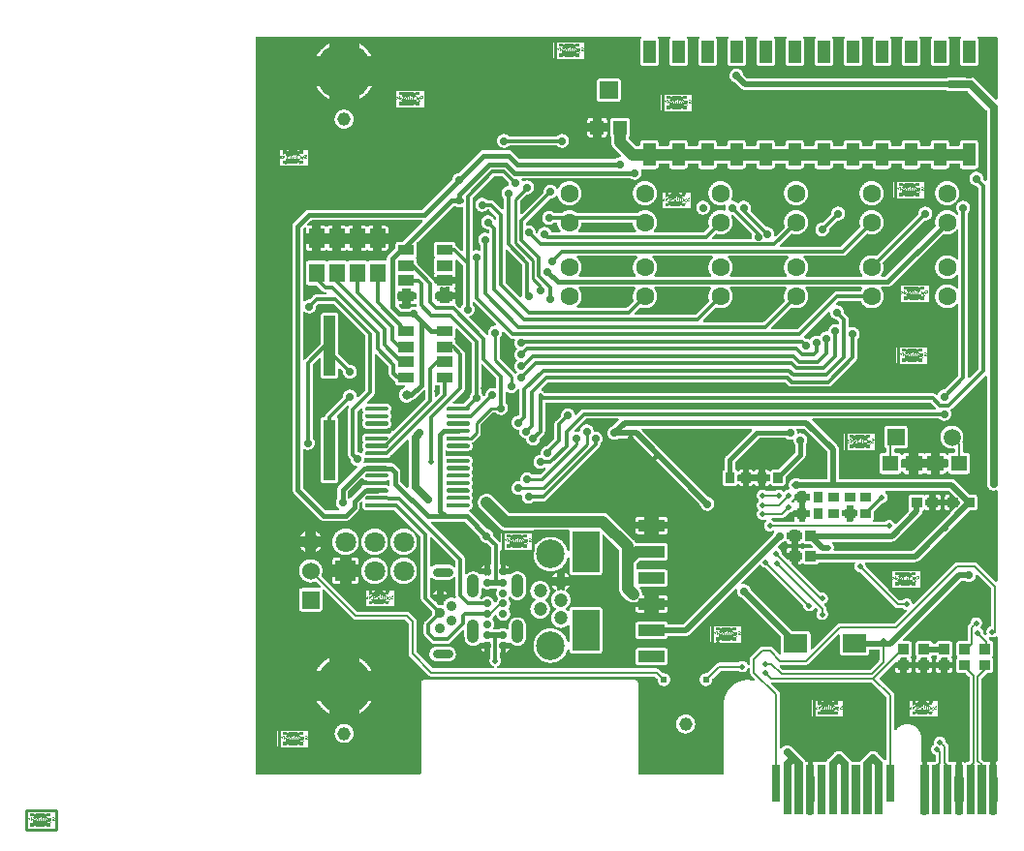
<source format=gbl>
G04 Layer: BottomLayer*
G04 EasyEDA v6.4.7, 2021-02-24T17:41:02+08:00*
G04 aefd34b0273d4d6584ca49087094e06a,119f753a6ce64b8d841f2ad33262ab0c,10*
G04 Gerber Generator version 0.2*
G04 Scale: 100 percent, Rotated: No, Reflected: No *
G04 Dimensions in millimeters *
G04 leading zeros omitted , absolute positions ,3 integer and 3 decimal *
%FSLAX33Y33*%
%MOMM*%
G90*
D02*

%ADD11C,0.259994*%
%ADD12C,0.299999*%
%ADD13C,0.699999*%
%ADD14C,0.180010*%
%ADD15C,0.999998*%
%ADD16C,0.799998*%
%ADD17C,0.200000*%
%ADD18C,0.399999*%
%ADD19C,0.499999*%
%ADD20C,0.254000*%
%ADD22C,1.199998*%
%ADD26C,0.609600*%
%ADD27C,0.500024*%
%ADD28C,0.700024*%
%ADD29C,1.151992*%
%ADD30C,0.812800*%
%ADD41C,4.999990*%
%ADD42C,1.799996*%
%ADD44C,1.599997*%
%ADD46C,1.499997*%
%ADD47R,1.524000X1.524000*%
%ADD48C,1.524000*%
%ADD49C,0.899998*%
%ADD50C,2.499995*%
%ADD53R,2.340000X3.599993*%
%ADD59R,1.019988X5.274005*%
%ADD60R,1.350010X1.634998*%

%LPD*%
G36*
G01X33138Y53013D02*
G01X28837Y53013D01*
G01X28822Y53012D01*
G01X28807Y53009D01*
G01X28794Y53003D01*
G01X28781Y52996D01*
G01X28769Y52987D01*
G01X28759Y52976D01*
G01X28750Y52964D01*
G01X28743Y52951D01*
G01X28738Y52937D01*
G01X28736Y52922D01*
G01X28729Y52873D01*
G01X28720Y52825D01*
G01X28709Y52777D01*
G01X28696Y52729D01*
G01X28680Y52682D01*
G01X28662Y52636D01*
G01X28643Y52591D01*
G01X28621Y52547D01*
G01X28597Y52503D01*
G01X28571Y52461D01*
G01X28543Y52421D01*
G01X28513Y52381D01*
G01X28481Y52343D01*
G01X28472Y52332D01*
G01X28465Y52319D01*
G01X28460Y52305D01*
G01X28457Y52291D01*
G01X28456Y52277D01*
G01X28457Y52262D01*
G01X28460Y52248D01*
G01X28465Y52234D01*
G01X28472Y52222D01*
G01X28481Y52210D01*
G01X28491Y52200D01*
G01X28503Y52191D01*
G01X28516Y52184D01*
G01X28529Y52179D01*
G01X28543Y52176D01*
G01X28558Y52175D01*
G01X33417Y52175D01*
G01X33432Y52176D01*
G01X33446Y52179D01*
G01X33459Y52184D01*
G01X33472Y52191D01*
G01X33484Y52200D01*
G01X33494Y52210D01*
G01X33503Y52222D01*
G01X33510Y52234D01*
G01X33515Y52248D01*
G01X33518Y52262D01*
G01X33519Y52277D01*
G01X33518Y52291D01*
G01X33515Y52305D01*
G01X33510Y52319D01*
G01X33503Y52332D01*
G01X33494Y52343D01*
G01X33462Y52381D01*
G01X33432Y52421D01*
G01X33404Y52461D01*
G01X33378Y52503D01*
G01X33354Y52547D01*
G01X33332Y52591D01*
G01X33313Y52636D01*
G01X33295Y52682D01*
G01X33279Y52729D01*
G01X33266Y52777D01*
G01X33255Y52825D01*
G01X33246Y52873D01*
G01X33239Y52922D01*
G01X33237Y52937D01*
G01X33232Y52951D01*
G01X33225Y52964D01*
G01X33216Y52976D01*
G01X33206Y52987D01*
G01X33194Y52996D01*
G01X33181Y53003D01*
G01X33168Y53009D01*
G01X33153Y53012D01*
G01X33138Y53013D01*
G37*

%LPD*%
G36*
G01X41931Y53685D02*
G01X41915Y53686D01*
G01X41900Y53685D01*
G01X41886Y53682D01*
G01X41873Y53677D01*
G01X41860Y53670D01*
G01X41848Y53661D01*
G01X41838Y53651D01*
G01X41829Y53639D01*
G01X41822Y53627D01*
G01X41817Y53613D01*
G01X41814Y53599D01*
G01X41813Y53584D01*
G01X41815Y53568D01*
G01X41819Y53552D01*
G01X41825Y53537D01*
G01X41847Y53494D01*
G01X41866Y53451D01*
G01X41883Y53408D01*
G01X41899Y53363D01*
G01X41912Y53318D01*
G01X41924Y53272D01*
G01X41933Y53226D01*
G01X41941Y53179D01*
G01X41946Y53133D01*
G01X41949Y53086D01*
G01X41950Y53038D01*
G01X41949Y52991D01*
G01X41946Y52944D01*
G01X41940Y52897D01*
G01X41933Y52850D01*
G01X41924Y52803D01*
G01X41912Y52757D01*
G01X41898Y52712D01*
G01X41883Y52667D01*
G01X41865Y52623D01*
G01X41845Y52580D01*
G01X41824Y52538D01*
G01X41800Y52497D01*
G01X41775Y52456D01*
G01X41748Y52417D01*
G01X41720Y52380D01*
G01X41689Y52343D01*
G01X41657Y52308D01*
G01X41624Y52275D01*
G01X41589Y52243D01*
G01X41552Y52212D01*
G01X41515Y52184D01*
G01X41476Y52157D01*
G01X41435Y52131D01*
G01X41394Y52108D01*
G01X41352Y52087D01*
G01X41309Y52067D01*
G01X41265Y52049D01*
G01X41220Y52034D01*
G01X41175Y52020D01*
G01X41129Y52008D01*
G01X41082Y51999D01*
G01X41035Y51991D01*
G01X40988Y51986D01*
G01X40941Y51983D01*
G01X40894Y51982D01*
G01X40844Y51983D01*
G01X40794Y51987D01*
G01X40744Y51993D01*
G01X40695Y52001D01*
G01X40646Y52011D01*
G01X40598Y52024D01*
G01X40550Y52039D01*
G01X40534Y52043D01*
G01X40517Y52045D01*
G01X40501Y52044D01*
G01X40486Y52040D01*
G01X40471Y52034D01*
G01X40457Y52025D01*
G01X40445Y52015D01*
G01X40143Y51713D01*
G01X40133Y51701D01*
G01X40125Y51688D01*
G01X40119Y51673D01*
G01X40115Y51657D01*
G01X40114Y51642D01*
G01X40115Y51627D01*
G01X40118Y51613D01*
G01X40123Y51599D01*
G01X40130Y51587D01*
G01X40138Y51575D01*
G01X40149Y51565D01*
G01X40160Y51556D01*
G01X40173Y51549D01*
G01X40187Y51544D01*
G01X40201Y51541D01*
G01X40215Y51540D01*
G01X43499Y51540D01*
G01X43513Y51541D01*
G01X43527Y51544D01*
G01X43541Y51549D01*
G01X43554Y51556D01*
G01X43565Y51565D01*
G01X43576Y51575D01*
G01X43584Y51587D01*
G01X43591Y51599D01*
G01X43596Y51613D01*
G01X43599Y51627D01*
G01X43600Y51642D01*
G01X43599Y51660D01*
G01X43593Y51696D01*
G01X43590Y51732D01*
G01X43589Y51768D01*
G01X43590Y51805D01*
G01X43593Y51842D01*
G01X43599Y51878D01*
G01X43607Y51914D01*
G01X43617Y51949D01*
G01X43620Y51964D01*
G01X43621Y51980D01*
G01X43620Y51996D01*
G01X43616Y52011D01*
G01X43610Y52026D01*
G01X43602Y52039D01*
G01X43591Y52052D01*
G01X41987Y53656D01*
G01X41975Y53667D01*
G01X41961Y53675D01*
G01X41946Y53681D01*
G01X41931Y53685D01*
G37*

%LPD*%
G36*
G01X21760Y57077D02*
G01X21165Y57077D01*
G01X21149Y57076D01*
G01X21134Y57072D01*
G01X21119Y57066D01*
G01X21105Y57057D01*
G01X21093Y57047D01*
G01X19232Y55186D01*
G01X19221Y55174D01*
G01X19213Y55160D01*
G01X19207Y55145D01*
G01X19203Y55130D01*
G01X19202Y55114D01*
G01X19202Y50651D01*
G01X19203Y50637D01*
G01X19206Y50623D01*
G01X19211Y50609D01*
G01X19218Y50597D01*
G01X19227Y50585D01*
G01X19237Y50575D01*
G01X19249Y50566D01*
G01X19261Y50559D01*
G01X19275Y50554D01*
G01X19289Y50551D01*
G01X19304Y50550D01*
G01X19322Y50552D01*
G01X19340Y50557D01*
G01X19375Y50569D01*
G01X19411Y50579D01*
G01X19447Y50587D01*
G01X19484Y50592D01*
G01X19520Y50596D01*
G01X19558Y50597D01*
G01X19595Y50596D01*
G01X19631Y50592D01*
G01X19668Y50587D01*
G01X19704Y50579D01*
G01X19740Y50569D01*
G01X19775Y50557D01*
G01X19793Y50552D01*
G01X19811Y50550D01*
G01X19826Y50551D01*
G01X19840Y50554D01*
G01X19854Y50559D01*
G01X19866Y50566D01*
G01X19878Y50575D01*
G01X19888Y50585D01*
G01X19897Y50597D01*
G01X19904Y50609D01*
G01X19909Y50623D01*
G01X19912Y50637D01*
G01X19913Y50651D01*
G01X19913Y51021D01*
G01X19912Y51037D01*
G01X19908Y51052D01*
G01X19902Y51067D01*
G01X19894Y51080D01*
G01X19884Y51092D01*
G01X19860Y51118D01*
G01X19837Y51146D01*
G01X19816Y51176D01*
G01X19797Y51206D01*
G01X19780Y51237D01*
G01X19764Y51270D01*
G01X19751Y51303D01*
G01X19739Y51337D01*
G01X19730Y51372D01*
G01X19722Y51407D01*
G01X19717Y51443D01*
G01X19714Y51478D01*
G01X19713Y51514D01*
G01X19714Y51550D01*
G01X19717Y51585D01*
G01X19722Y51620D01*
G01X19729Y51654D01*
G01X19738Y51688D01*
G01X19750Y51722D01*
G01X19763Y51755D01*
G01X19777Y51787D01*
G01X19794Y51818D01*
G01X19813Y51848D01*
G01X19833Y51877D01*
G01X19855Y51904D01*
G01X19878Y51931D01*
G01X19903Y51956D01*
G01X19930Y51979D01*
G01X19957Y52001D01*
G01X19986Y52021D01*
G01X20016Y52040D01*
G01X20047Y52056D01*
G01X20079Y52071D01*
G01X20112Y52084D01*
G01X20146Y52095D01*
G01X20180Y52105D01*
G01X20214Y52112D01*
G01X20249Y52117D01*
G01X20284Y52120D01*
G01X20320Y52121D01*
G01X20357Y52120D01*
G01X20393Y52116D01*
G01X20430Y52111D01*
G01X20466Y52103D01*
G01X20502Y52093D01*
G01X20537Y52081D01*
G01X20555Y52076D01*
G01X20573Y52074D01*
G01X20588Y52075D01*
G01X20602Y52078D01*
G01X20616Y52083D01*
G01X20628Y52090D01*
G01X20640Y52099D01*
G01X20650Y52109D01*
G01X20659Y52121D01*
G01X20666Y52133D01*
G01X20671Y52147D01*
G01X20674Y52161D01*
G01X20675Y52175D01*
G01X20675Y52320D01*
G01X20674Y52336D01*
G01X20670Y52351D01*
G01X20664Y52366D01*
G01X20656Y52380D01*
G01X20645Y52392D01*
G01X20635Y52402D01*
G01X20623Y52412D01*
G01X20610Y52421D01*
G01X20595Y52427D01*
G01X20580Y52430D01*
G01X20564Y52432D01*
G01X20528Y52434D01*
G01X20492Y52437D01*
G01X20456Y52443D01*
G01X20421Y52451D01*
G01X20386Y52462D01*
G01X20352Y52474D01*
G01X20319Y52488D01*
G01X20286Y52504D01*
G01X20255Y52522D01*
G01X20224Y52542D01*
G01X20195Y52564D01*
G01X20168Y52588D01*
G01X20141Y52613D01*
G01X20117Y52639D01*
G01X20094Y52667D01*
G01X20072Y52697D01*
G01X20053Y52727D01*
G01X20035Y52759D01*
G01X20019Y52792D01*
G01X20006Y52825D01*
G01X19994Y52860D01*
G01X19984Y52895D01*
G01X19977Y52930D01*
G01X19971Y52966D01*
G01X19968Y53002D01*
G01X19967Y53038D01*
G01X19968Y53074D01*
G01X19971Y53109D01*
G01X19976Y53144D01*
G01X19983Y53178D01*
G01X19992Y53212D01*
G01X20004Y53246D01*
G01X20017Y53279D01*
G01X20031Y53311D01*
G01X20048Y53342D01*
G01X20067Y53372D01*
G01X20087Y53401D01*
G01X20109Y53428D01*
G01X20132Y53455D01*
G01X20157Y53480D01*
G01X20184Y53503D01*
G01X20211Y53525D01*
G01X20240Y53545D01*
G01X20270Y53564D01*
G01X20301Y53580D01*
G01X20333Y53595D01*
G01X20366Y53608D01*
G01X20400Y53619D01*
G01X20434Y53629D01*
G01X20468Y53636D01*
G01X20503Y53641D01*
G01X20538Y53644D01*
G01X20574Y53645D01*
G01X20609Y53644D01*
G01X20644Y53641D01*
G01X20679Y53636D01*
G01X20714Y53628D01*
G01X20748Y53619D01*
G01X20782Y53608D01*
G01X20815Y53595D01*
G01X20847Y53580D01*
G01X20878Y53563D01*
G01X20909Y53544D01*
G01X20938Y53524D01*
G01X20992Y53478D01*
G01X21017Y53453D01*
G01X21040Y53426D01*
G01X21062Y53398D01*
G01X21082Y53369D01*
G01X21101Y53338D01*
G01X21117Y53307D01*
G01X21126Y53293D01*
G01X21136Y53281D01*
G01X21148Y53270D01*
G01X21162Y53262D01*
G01X21177Y53256D01*
G01X21192Y53252D01*
G01X21208Y53251D01*
G01X21223Y53252D01*
G01X21237Y53255D01*
G01X21251Y53260D01*
G01X21263Y53267D01*
G01X21275Y53275D01*
G01X21285Y53286D01*
G01X21294Y53297D01*
G01X21301Y53310D01*
G01X21306Y53324D01*
G01X21309Y53338D01*
G01X21310Y53352D01*
G01X21310Y53463D01*
G01X21309Y53479D01*
G01X21305Y53494D01*
G01X21299Y53509D01*
G01X21291Y53523D01*
G01X21280Y53535D01*
G01X20689Y54126D01*
G01X20677Y54136D01*
G01X20663Y54145D01*
G01X20648Y54151D01*
G01X20633Y54155D01*
G01X20617Y54156D01*
G01X20559Y54156D01*
G01X20543Y54155D01*
G01X20528Y54151D01*
G01X20513Y54145D01*
G01X20500Y54137D01*
G01X20488Y54127D01*
G01X20461Y54103D01*
G01X20434Y54080D01*
G01X20404Y54059D01*
G01X20374Y54040D01*
G01X20342Y54023D01*
G01X20310Y54007D01*
G01X20277Y53994D01*
G01X20243Y53982D01*
G01X20208Y53973D01*
G01X20173Y53965D01*
G01X20137Y53960D01*
G01X20101Y53957D01*
G01X20066Y53956D01*
G01X20030Y53957D01*
G01X19995Y53960D01*
G01X19960Y53965D01*
G01X19926Y53972D01*
G01X19892Y53981D01*
G01X19858Y53992D01*
G01X19825Y54005D01*
G01X19793Y54020D01*
G01X19762Y54037D01*
G01X19732Y54056D01*
G01X19703Y54076D01*
G01X19676Y54098D01*
G01X19649Y54121D01*
G01X19624Y54146D01*
G01X19601Y54173D01*
G01X19579Y54200D01*
G01X19559Y54229D01*
G01X19540Y54259D01*
G01X19523Y54290D01*
G01X19509Y54322D01*
G01X19496Y54355D01*
G01X19484Y54388D01*
G01X19475Y54423D01*
G01X19468Y54457D01*
G01X19463Y54492D01*
G01X19460Y54527D01*
G01X19459Y54562D01*
G01X19460Y54598D01*
G01X19463Y54633D01*
G01X19468Y54668D01*
G01X19475Y54702D01*
G01X19484Y54736D01*
G01X19496Y54770D01*
G01X19509Y54803D01*
G01X19523Y54835D01*
G01X19540Y54866D01*
G01X19559Y54896D01*
G01X19579Y54925D01*
G01X19601Y54952D01*
G01X19624Y54979D01*
G01X19649Y55004D01*
G01X19676Y55027D01*
G01X19703Y55049D01*
G01X19732Y55069D01*
G01X19762Y55088D01*
G01X19793Y55104D01*
G01X19825Y55119D01*
G01X19858Y55132D01*
G01X19892Y55143D01*
G01X19926Y55153D01*
G01X19960Y55160D01*
G01X19995Y55165D01*
G01X20030Y55168D01*
G01X20066Y55169D01*
G01X20101Y55168D01*
G01X20137Y55165D01*
G01X20173Y55159D01*
G01X20208Y55152D01*
G01X20243Y55143D01*
G01X20277Y55131D01*
G01X20310Y55118D01*
G01X20342Y55102D01*
G01X20374Y55085D01*
G01X20404Y55066D01*
G01X20434Y55045D01*
G01X20461Y55022D01*
G01X20488Y54998D01*
G01X20500Y54988D01*
G01X20513Y54980D01*
G01X20528Y54974D01*
G01X20543Y54970D01*
G01X20559Y54969D01*
G01X20828Y54969D01*
G01X20857Y54968D01*
G01X20885Y54965D01*
G01X20914Y54960D01*
G01X20942Y54952D01*
G01X20970Y54943D01*
G01X20996Y54932D01*
G01X21022Y54919D01*
G01X21047Y54904D01*
G01X21071Y54888D01*
G01X21094Y54870D01*
G01X21115Y54850D01*
G01X21772Y54193D01*
G01X21784Y54183D01*
G01X21797Y54175D01*
G01X21812Y54169D01*
G01X21827Y54165D01*
G01X21843Y54164D01*
G01X21858Y54165D01*
G01X21872Y54168D01*
G01X21886Y54173D01*
G01X21898Y54180D01*
G01X21910Y54188D01*
G01X21920Y54199D01*
G01X21929Y54210D01*
G01X21936Y54223D01*
G01X21941Y54237D01*
G01X21944Y54251D01*
G01X21945Y54265D01*
G01X21945Y55085D01*
G01X21944Y55101D01*
G01X21940Y55116D01*
G01X21934Y55131D01*
G01X21926Y55144D01*
G01X21916Y55156D01*
G01X21892Y55182D01*
G01X21869Y55210D01*
G01X21848Y55240D01*
G01X21829Y55270D01*
G01X21812Y55301D01*
G01X21796Y55334D01*
G01X21783Y55367D01*
G01X21771Y55401D01*
G01X21762Y55436D01*
G01X21754Y55471D01*
G01X21749Y55507D01*
G01X21746Y55542D01*
G01X21745Y55578D01*
G01X21746Y55615D01*
G01X21749Y55651D01*
G01X21755Y55687D01*
G01X21762Y55723D01*
G01X21772Y55758D01*
G01X21784Y55792D01*
G01X21798Y55826D01*
G01X21814Y55859D01*
G01X21831Y55890D01*
G01X21851Y55921D01*
G01X21873Y55951D01*
G01X21896Y55979D01*
G01X21921Y56005D01*
G01X21947Y56030D01*
G01X21975Y56054D01*
G01X22004Y56076D01*
G01X22034Y56096D01*
G01X22066Y56114D01*
G01X22099Y56130D01*
G01X22132Y56144D01*
G01X22167Y56156D01*
G01X22202Y56166D01*
G01X22237Y56174D01*
G01X22273Y56180D01*
G01X22309Y56183D01*
G01X22324Y56186D01*
G01X22339Y56190D01*
G01X22353Y56197D01*
G01X22365Y56205D01*
G01X22377Y56216D01*
G01X22386Y56227D01*
G01X22394Y56241D01*
G01X22399Y56255D01*
G01X22403Y56270D01*
G01X22404Y56285D01*
G01X22400Y56311D01*
G01X22392Y56347D01*
G01X22386Y56384D01*
G01X22382Y56421D01*
G01X22380Y56458D01*
G01X22379Y56474D01*
G01X22375Y56489D01*
G01X22369Y56504D01*
G01X22360Y56517D01*
G01X22350Y56529D01*
G01X21832Y57047D01*
G01X21820Y57057D01*
G01X21806Y57066D01*
G01X21791Y57072D01*
G01X21776Y57076D01*
G01X21760Y57077D01*
G37*

%LPD*%
G36*
G01X33547Y50092D02*
G01X28428Y50092D01*
G01X28414Y50091D01*
G01X28399Y50088D01*
G01X28386Y50083D01*
G01X28373Y50076D01*
G01X28362Y50067D01*
G01X28351Y50057D01*
G01X28343Y50045D01*
G01X28336Y50032D01*
G01X28331Y50019D01*
G01X28328Y50005D01*
G01X28326Y49990D01*
G01X28328Y49975D01*
G01X28331Y49961D01*
G01X28336Y49947D01*
G01X28343Y49934D01*
G01X28352Y49923D01*
G01X28363Y49912D01*
G01X28400Y49880D01*
G01X28435Y49847D01*
G01X28468Y49811D01*
G01X28500Y49775D01*
G01X28530Y49736D01*
G01X28558Y49697D01*
G01X28585Y49656D01*
G01X28609Y49614D01*
G01X28632Y49571D01*
G01X28653Y49527D01*
G01X28671Y49482D01*
G01X28688Y49436D01*
G01X28702Y49390D01*
G01X28714Y49343D01*
G01X28724Y49295D01*
G01X28732Y49247D01*
G01X28738Y49199D01*
G01X28741Y49150D01*
G01X28742Y49102D01*
G01X28741Y49055D01*
G01X28738Y49008D01*
G01X28733Y48962D01*
G01X28726Y48916D01*
G01X28716Y48870D01*
G01X28705Y48825D01*
G01X28692Y48780D01*
G01X28677Y48736D01*
G01X28660Y48693D01*
G01X28641Y48650D01*
G01X28620Y48608D01*
G01X28597Y48568D01*
G01X28573Y48528D01*
G01X28547Y48489D01*
G01X28519Y48452D01*
G01X28510Y48438D01*
G01X28503Y48423D01*
G01X28499Y48406D01*
G01X28497Y48390D01*
G01X28498Y48375D01*
G01X28501Y48361D01*
G01X28507Y48347D01*
G01X28513Y48335D01*
G01X28522Y48323D01*
G01X28532Y48313D01*
G01X28544Y48304D01*
G01X28557Y48297D01*
G01X28570Y48292D01*
G01X28584Y48289D01*
G01X28599Y48288D01*
G01X33376Y48288D01*
G01X33391Y48289D01*
G01X33405Y48292D01*
G01X33418Y48297D01*
G01X33431Y48304D01*
G01X33443Y48313D01*
G01X33453Y48323D01*
G01X33462Y48335D01*
G01X33468Y48347D01*
G01X33474Y48361D01*
G01X33477Y48375D01*
G01X33478Y48390D01*
G01X33476Y48406D01*
G01X33472Y48423D01*
G01X33465Y48438D01*
G01X33456Y48452D01*
G01X33428Y48489D01*
G01X33402Y48528D01*
G01X33378Y48568D01*
G01X33355Y48608D01*
G01X33334Y48650D01*
G01X33315Y48693D01*
G01X33298Y48736D01*
G01X33283Y48780D01*
G01X33270Y48825D01*
G01X33259Y48870D01*
G01X33249Y48916D01*
G01X33242Y48962D01*
G01X33237Y49008D01*
G01X33234Y49055D01*
G01X33233Y49102D01*
G01X33234Y49150D01*
G01X33237Y49199D01*
G01X33243Y49247D01*
G01X33251Y49295D01*
G01X33261Y49343D01*
G01X33273Y49390D01*
G01X33287Y49436D01*
G01X33304Y49482D01*
G01X33322Y49527D01*
G01X33343Y49571D01*
G01X33366Y49614D01*
G01X33390Y49656D01*
G01X33417Y49697D01*
G01X33445Y49736D01*
G01X33475Y49775D01*
G01X33507Y49811D01*
G01X33540Y49847D01*
G01X33575Y49880D01*
G01X33612Y49912D01*
G01X33623Y49923D01*
G01X33632Y49934D01*
G01X33639Y49947D01*
G01X33644Y49961D01*
G01X33647Y49975D01*
G01X33649Y49990D01*
G01X33647Y50005D01*
G01X33644Y50019D01*
G01X33639Y50032D01*
G01X33632Y50045D01*
G01X33624Y50057D01*
G01X33613Y50067D01*
G01X33602Y50076D01*
G01X33589Y50083D01*
G01X33576Y50088D01*
G01X33561Y50091D01*
G01X33547Y50092D01*
G37*

%LPD*%
G36*
G01X46755Y50092D02*
G01X41636Y50092D01*
G01X41622Y50091D01*
G01X41607Y50088D01*
G01X41594Y50083D01*
G01X41581Y50076D01*
G01X41570Y50067D01*
G01X41559Y50057D01*
G01X41551Y50045D01*
G01X41544Y50032D01*
G01X41539Y50019D01*
G01X41536Y50005D01*
G01X41534Y49990D01*
G01X41536Y49975D01*
G01X41539Y49961D01*
G01X41544Y49947D01*
G01X41551Y49934D01*
G01X41560Y49923D01*
G01X41571Y49912D01*
G01X41608Y49880D01*
G01X41643Y49847D01*
G01X41676Y49811D01*
G01X41708Y49775D01*
G01X41738Y49736D01*
G01X41766Y49697D01*
G01X41793Y49656D01*
G01X41817Y49614D01*
G01X41840Y49571D01*
G01X41861Y49527D01*
G01X41879Y49482D01*
G01X41896Y49436D01*
G01X41910Y49390D01*
G01X41922Y49343D01*
G01X41932Y49295D01*
G01X41940Y49247D01*
G01X41946Y49199D01*
G01X41949Y49150D01*
G01X41950Y49102D01*
G01X41949Y49055D01*
G01X41946Y49008D01*
G01X41941Y48962D01*
G01X41934Y48916D01*
G01X41924Y48870D01*
G01X41913Y48825D01*
G01X41900Y48780D01*
G01X41885Y48736D01*
G01X41868Y48693D01*
G01X41849Y48650D01*
G01X41828Y48608D01*
G01X41805Y48568D01*
G01X41781Y48528D01*
G01X41755Y48489D01*
G01X41727Y48452D01*
G01X41718Y48438D01*
G01X41711Y48423D01*
G01X41707Y48406D01*
G01X41705Y48390D01*
G01X41706Y48375D01*
G01X41709Y48361D01*
G01X41715Y48347D01*
G01X41721Y48335D01*
G01X41730Y48323D01*
G01X41740Y48313D01*
G01X41752Y48304D01*
G01X41765Y48297D01*
G01X41778Y48292D01*
G01X41792Y48289D01*
G01X41807Y48288D01*
G01X46584Y48288D01*
G01X46599Y48289D01*
G01X46613Y48292D01*
G01X46626Y48297D01*
G01X46639Y48304D01*
G01X46651Y48313D01*
G01X46661Y48323D01*
G01X46670Y48335D01*
G01X46676Y48347D01*
G01X46682Y48361D01*
G01X46685Y48375D01*
G01X46686Y48390D01*
G01X46684Y48406D01*
G01X46680Y48423D01*
G01X46673Y48438D01*
G01X46664Y48452D01*
G01X46636Y48489D01*
G01X46610Y48528D01*
G01X46586Y48568D01*
G01X46563Y48608D01*
G01X46542Y48650D01*
G01X46523Y48693D01*
G01X46506Y48736D01*
G01X46491Y48780D01*
G01X46478Y48825D01*
G01X46467Y48870D01*
G01X46457Y48916D01*
G01X46450Y48962D01*
G01X46445Y49008D01*
G01X46442Y49055D01*
G01X46441Y49102D01*
G01X46442Y49150D01*
G01X46445Y49199D01*
G01X46451Y49247D01*
G01X46459Y49295D01*
G01X46469Y49343D01*
G01X46481Y49390D01*
G01X46495Y49436D01*
G01X46512Y49482D01*
G01X46530Y49527D01*
G01X46551Y49571D01*
G01X46574Y49614D01*
G01X46598Y49656D01*
G01X46625Y49697D01*
G01X46653Y49736D01*
G01X46683Y49775D01*
G01X46715Y49811D01*
G01X46748Y49847D01*
G01X46783Y49880D01*
G01X46820Y49912D01*
G01X46831Y49923D01*
G01X46840Y49934D01*
G01X46847Y49947D01*
G01X46852Y49961D01*
G01X46855Y49975D01*
G01X46857Y49990D01*
G01X46855Y50005D01*
G01X46852Y50019D01*
G01X46847Y50032D01*
G01X46840Y50045D01*
G01X46832Y50057D01*
G01X46821Y50067D01*
G01X46810Y50076D01*
G01X46797Y50083D01*
G01X46784Y50088D01*
G01X46769Y50091D01*
G01X46755Y50092D01*
G37*

%LPD*%
G36*
G01X40151Y50092D02*
G01X35032Y50092D01*
G01X35018Y50091D01*
G01X35003Y50088D01*
G01X34990Y50083D01*
G01X34977Y50076D01*
G01X34966Y50067D01*
G01X34955Y50057D01*
G01X34947Y50045D01*
G01X34940Y50032D01*
G01X34935Y50019D01*
G01X34932Y50005D01*
G01X34930Y49990D01*
G01X34932Y49975D01*
G01X34935Y49961D01*
G01X34940Y49947D01*
G01X34947Y49934D01*
G01X34956Y49923D01*
G01X34967Y49912D01*
G01X35004Y49880D01*
G01X35039Y49847D01*
G01X35072Y49811D01*
G01X35104Y49775D01*
G01X35134Y49736D01*
G01X35162Y49697D01*
G01X35189Y49656D01*
G01X35213Y49614D01*
G01X35236Y49571D01*
G01X35257Y49527D01*
G01X35275Y49482D01*
G01X35292Y49436D01*
G01X35306Y49390D01*
G01X35318Y49343D01*
G01X35328Y49295D01*
G01X35336Y49247D01*
G01X35342Y49199D01*
G01X35345Y49150D01*
G01X35346Y49102D01*
G01X35345Y49055D01*
G01X35342Y49008D01*
G01X35337Y48962D01*
G01X35330Y48916D01*
G01X35320Y48870D01*
G01X35309Y48825D01*
G01X35296Y48780D01*
G01X35281Y48736D01*
G01X35264Y48693D01*
G01X35245Y48650D01*
G01X35224Y48608D01*
G01X35201Y48568D01*
G01X35177Y48528D01*
G01X35151Y48489D01*
G01X35123Y48452D01*
G01X35114Y48438D01*
G01X35107Y48423D01*
G01X35103Y48406D01*
G01X35101Y48390D01*
G01X35102Y48375D01*
G01X35105Y48361D01*
G01X35111Y48347D01*
G01X35117Y48335D01*
G01X35126Y48323D01*
G01X35136Y48313D01*
G01X35148Y48304D01*
G01X35161Y48297D01*
G01X35174Y48292D01*
G01X35188Y48289D01*
G01X35203Y48288D01*
G01X39980Y48288D01*
G01X39995Y48289D01*
G01X40009Y48292D01*
G01X40022Y48297D01*
G01X40035Y48304D01*
G01X40047Y48313D01*
G01X40057Y48323D01*
G01X40066Y48335D01*
G01X40072Y48347D01*
G01X40078Y48361D01*
G01X40081Y48375D01*
G01X40082Y48390D01*
G01X40080Y48406D01*
G01X40076Y48423D01*
G01X40069Y48438D01*
G01X40060Y48452D01*
G01X40032Y48489D01*
G01X40006Y48528D01*
G01X39982Y48568D01*
G01X39959Y48608D01*
G01X39938Y48650D01*
G01X39919Y48693D01*
G01X39902Y48736D01*
G01X39887Y48780D01*
G01X39874Y48825D01*
G01X39863Y48870D01*
G01X39853Y48916D01*
G01X39846Y48962D01*
G01X39841Y49008D01*
G01X39838Y49055D01*
G01X39837Y49102D01*
G01X39838Y49150D01*
G01X39841Y49199D01*
G01X39847Y49247D01*
G01X39855Y49295D01*
G01X39865Y49343D01*
G01X39877Y49390D01*
G01X39891Y49436D01*
G01X39908Y49482D01*
G01X39926Y49527D01*
G01X39947Y49571D01*
G01X39970Y49614D01*
G01X39994Y49656D01*
G01X40021Y49697D01*
G01X40049Y49736D01*
G01X40079Y49775D01*
G01X40111Y49811D01*
G01X40144Y49847D01*
G01X40179Y49880D01*
G01X40216Y49912D01*
G01X40227Y49923D01*
G01X40236Y49934D01*
G01X40243Y49947D01*
G01X40248Y49961D01*
G01X40251Y49975D01*
G01X40253Y49990D01*
G01X40251Y50005D01*
G01X40248Y50019D01*
G01X40243Y50032D01*
G01X40236Y50045D01*
G01X40228Y50057D01*
G01X40217Y50067D01*
G01X40206Y50076D01*
G01X40193Y50083D01*
G01X40180Y50088D01*
G01X40165Y50091D01*
G01X40151Y50092D01*
G37*

%LPD*%
G36*
G01X17632Y54472D02*
G01X17616Y54473D01*
G01X17600Y54472D01*
G01X17585Y54468D01*
G01X17570Y54462D01*
G01X17556Y54454D01*
G01X17544Y54443D01*
G01X14376Y51275D01*
G01X14365Y51263D01*
G01X14357Y51249D01*
G01X14351Y51234D01*
G01X14347Y51219D01*
G01X14346Y51203D01*
G01X14348Y51183D01*
G01X14354Y51163D01*
G01X14363Y51139D01*
G01X14369Y51114D01*
G01X14373Y51089D01*
G01X14374Y51063D01*
G01X14374Y50163D01*
G01X14373Y50140D01*
G01X14370Y50118D01*
G01X14365Y50095D01*
G01X14358Y50074D01*
G01X14349Y50052D01*
G01X14338Y50032D01*
G01X14325Y50013D01*
G01X14311Y49995D01*
G01X14302Y49983D01*
G01X14295Y49971D01*
G01X14290Y49957D01*
G01X14287Y49943D01*
G01X14286Y49928D01*
G01X14287Y49914D01*
G01X14290Y49900D01*
G01X14295Y49886D01*
G01X14302Y49873D01*
G01X14311Y49862D01*
G01X14325Y49844D01*
G01X14338Y49825D01*
G01X14349Y49804D01*
G01X14358Y49783D01*
G01X14365Y49761D01*
G01X14370Y49739D01*
G01X14373Y49716D01*
G01X14374Y49693D01*
G01X14374Y49441D01*
G01X14375Y49425D01*
G01X14379Y49409D01*
G01X14385Y49395D01*
G01X14393Y49381D01*
G01X14404Y49369D01*
G01X15678Y48095D01*
G01X15698Y48079D01*
G01X15714Y48058D01*
G01X15781Y47992D01*
G01X15802Y47969D01*
G01X15821Y47945D01*
G01X15838Y47920D01*
G01X15854Y47893D01*
G01X15867Y47865D01*
G01X15878Y47836D01*
G01X15887Y47807D01*
G01X15894Y47777D01*
G01X15898Y47746D01*
G01X15901Y47731D01*
G01X15905Y47717D01*
G01X15912Y47704D01*
G01X15921Y47692D01*
G01X15931Y47681D01*
G01X15943Y47672D01*
G01X15956Y47665D01*
G01X15970Y47659D01*
G01X15984Y47656D01*
G01X15999Y47655D01*
G01X16085Y47655D01*
G01X16099Y47656D01*
G01X16113Y47659D01*
G01X16127Y47664D01*
G01X16140Y47671D01*
G01X16151Y47680D01*
G01X16162Y47690D01*
G01X16170Y47702D01*
G01X16177Y47714D01*
G01X16182Y47728D01*
G01X16185Y47742D01*
G01X16186Y47757D01*
G01X16185Y47771D01*
G01X16182Y47785D01*
G01X16171Y47828D01*
G01X16163Y47871D01*
G01X16159Y47915D01*
G01X16157Y47958D01*
G01X16158Y47996D01*
G01X16161Y48033D01*
G01X16167Y48069D01*
G01X16175Y48106D01*
G01X16178Y48130D01*
G01X16177Y48145D01*
G01X16174Y48159D01*
G01X16169Y48173D01*
G01X16162Y48185D01*
G01X16153Y48197D01*
G01X16143Y48207D01*
G01X16131Y48216D01*
G01X16119Y48223D01*
G01X16105Y48228D01*
G01X16091Y48231D01*
G01X16077Y48232D01*
G01X15851Y48232D01*
G01X15851Y48393D01*
G01X15852Y48419D01*
G01X15856Y48444D01*
G01X15862Y48468D01*
G01X15871Y48492D01*
G01X15882Y48515D01*
G01X15895Y48537D01*
G01X15902Y48550D01*
G01X15908Y48564D01*
G01X15911Y48578D01*
G01X15912Y48593D01*
G01X15911Y48608D01*
G01X15908Y48623D01*
G01X15902Y48637D01*
G01X15895Y48650D01*
G01X15882Y48672D01*
G01X15871Y48695D01*
G01X15862Y48719D01*
G01X15856Y48743D01*
G01X15852Y48768D01*
G01X15851Y48793D01*
G01X15851Y49693D01*
G01X15852Y49716D01*
G01X15855Y49739D01*
G01X15860Y49761D01*
G01X15867Y49783D01*
G01X15876Y49804D01*
G01X15887Y49825D01*
G01X15900Y49844D01*
G01X15914Y49862D01*
G01X15923Y49873D01*
G01X15930Y49886D01*
G01X15935Y49900D01*
G01X15938Y49914D01*
G01X15939Y49928D01*
G01X15938Y49943D01*
G01X15935Y49957D01*
G01X15930Y49971D01*
G01X15923Y49983D01*
G01X15914Y49995D01*
G01X15900Y50013D01*
G01X15887Y50032D01*
G01X15876Y50052D01*
G01X15867Y50074D01*
G01X15860Y50095D01*
G01X15855Y50118D01*
G01X15852Y50140D01*
G01X15851Y50163D01*
G01X15851Y51063D01*
G01X15852Y51087D01*
G01X15855Y51111D01*
G01X15861Y51134D01*
G01X15868Y51156D01*
G01X15878Y51178D01*
G01X15889Y51198D01*
G01X15903Y51218D01*
G01X15918Y51236D01*
G01X15935Y51253D01*
G01X15953Y51268D01*
G01X15972Y51282D01*
G01X15993Y51293D01*
G01X16015Y51303D01*
G01X16037Y51310D01*
G01X16060Y51316D01*
G01X16084Y51319D01*
G01X16107Y51320D01*
G01X17477Y51320D01*
G01X17501Y51319D01*
G01X17524Y51316D01*
G01X17547Y51310D01*
G01X17570Y51303D01*
G01X17591Y51293D01*
G01X17612Y51282D01*
G01X17631Y51269D01*
G01X17650Y51254D01*
G01X17666Y51237D01*
G01X17681Y51219D01*
G01X17695Y51200D01*
G01X17707Y51179D01*
G01X17716Y51158D01*
G01X17724Y51135D01*
G01X17729Y51112D01*
G01X17733Y51089D01*
G01X17734Y51066D01*
G01X17735Y51050D01*
G01X17739Y51034D01*
G01X17745Y51020D01*
G01X17754Y51006D01*
G01X17764Y50994D01*
G01X17776Y50984D01*
G01X17790Y50976D01*
G01X17817Y50960D01*
G01X17844Y50942D01*
G01X17869Y50923D01*
G01X17893Y50901D01*
G01X18216Y50578D01*
G01X18228Y50568D01*
G01X18241Y50559D01*
G01X18256Y50553D01*
G01X18271Y50550D01*
G01X18287Y50548D01*
G01X18302Y50549D01*
G01X18316Y50552D01*
G01X18330Y50557D01*
G01X18342Y50564D01*
G01X18354Y50573D01*
G01X18364Y50583D01*
G01X18373Y50595D01*
G01X18380Y50608D01*
G01X18385Y50621D01*
G01X18388Y50635D01*
G01X18389Y50650D01*
G01X18389Y54282D01*
G01X18388Y54297D01*
G01X18385Y54311D01*
G01X18380Y54325D01*
G01X18373Y54337D01*
G01X18364Y54349D01*
G01X18354Y54359D01*
G01X18342Y54368D01*
G01X18330Y54375D01*
G01X18316Y54380D01*
G01X18302Y54383D01*
G01X18287Y54384D01*
G01X18269Y54382D01*
G01X18251Y54377D01*
G01X18216Y54365D01*
G01X18180Y54355D01*
G01X18144Y54347D01*
G01X18107Y54341D01*
G01X18071Y54338D01*
G01X18034Y54337D01*
G01X17995Y54338D01*
G01X17957Y54342D01*
G01X17919Y54348D01*
G01X17882Y54356D01*
G01X17845Y54367D01*
G01X17809Y54380D01*
G01X17774Y54395D01*
G01X17740Y54412D01*
G01X17707Y54432D01*
G01X17676Y54454D01*
G01X17662Y54462D01*
G01X17647Y54468D01*
G01X17632Y54472D01*
G37*

%LPD*%
G36*
G01X22241Y50642D02*
G01X22225Y50643D01*
G01X22210Y50642D01*
G01X22196Y50639D01*
G01X22182Y50634D01*
G01X22170Y50627D01*
G01X22158Y50618D01*
G01X22148Y50608D01*
G01X22139Y50597D01*
G01X22132Y50584D01*
G01X22127Y50570D01*
G01X22124Y50556D01*
G01X22123Y50542D01*
G01X22123Y47788D01*
G01X22124Y47772D01*
G01X22128Y47756D01*
G01X22134Y47742D01*
G01X22142Y47728D01*
G01X22153Y47716D01*
G01X23350Y46519D01*
G01X23362Y46508D01*
G01X23376Y46500D01*
G01X23391Y46494D01*
G01X23406Y46490D01*
G01X23422Y46489D01*
G01X23437Y46490D01*
G01X23453Y46494D01*
G01X23467Y46499D01*
G01X23480Y46507D01*
G01X23492Y46517D01*
G01X23503Y46529D01*
G01X23511Y46542D01*
G01X23517Y46556D01*
G01X23522Y46571D01*
G01X23523Y46586D01*
G01X23526Y46622D01*
G01X23531Y46658D01*
G01X23538Y46694D01*
G01X23546Y46729D01*
G01X23557Y46763D01*
G01X23570Y46797D01*
G01X23585Y46830D01*
G01X23591Y46844D01*
G01X23595Y46859D01*
G01X23596Y46875D01*
G01X23596Y49272D01*
G01X23595Y49288D01*
G01X23591Y49303D01*
G01X23585Y49318D01*
G01X23577Y49332D01*
G01X23566Y49344D01*
G01X22296Y50613D01*
G01X22284Y50624D01*
G01X22271Y50632D01*
G01X22256Y50638D01*
G01X22241Y50642D01*
G37*

%LPD*%
G36*
G01X14781Y53217D02*
G01X5184Y53217D01*
G01X5168Y53216D01*
G01X5152Y53212D01*
G01X5138Y53206D01*
G01X5124Y53197D01*
G01X5112Y53187D01*
G01X4805Y52881D01*
G01X4795Y52869D01*
G01X4787Y52855D01*
G01X4781Y52840D01*
G01X4777Y52825D01*
G01X4776Y52809D01*
G01X4777Y52794D01*
G01X4780Y52780D01*
G01X4785Y52767D01*
G01X4792Y52754D01*
G01X4800Y52742D01*
G01X4811Y52732D01*
G01X4822Y52723D01*
G01X4835Y52716D01*
G01X4849Y52711D01*
G01X4863Y52708D01*
G01X4877Y52707D01*
G01X4887Y52708D01*
G01X4912Y52709D01*
G01X5187Y52709D01*
G01X5187Y52107D01*
G01X4656Y52107D01*
G01X4656Y52452D01*
G01X4657Y52478D01*
G01X4658Y52488D01*
G01X4657Y52502D01*
G01X4654Y52516D01*
G01X4649Y52530D01*
G01X4642Y52543D01*
G01X4633Y52554D01*
G01X4623Y52564D01*
G01X4611Y52573D01*
G01X4598Y52580D01*
G01X4585Y52585D01*
G01X4571Y52588D01*
G01X4556Y52589D01*
G01X4540Y52588D01*
G01X4525Y52584D01*
G01X4510Y52578D01*
G01X4496Y52570D01*
G01X4484Y52560D01*
G01X4423Y52498D01*
G01X4412Y52486D01*
G01X4404Y52472D01*
G01X4398Y52458D01*
G01X4394Y52442D01*
G01X4393Y52426D01*
G01X4393Y46213D01*
G01X4394Y46198D01*
G01X4397Y46184D01*
G01X4402Y46170D01*
G01X4409Y46158D01*
G01X4418Y46146D01*
G01X4428Y46136D01*
G01X4440Y46127D01*
G01X4452Y46120D01*
G01X4466Y46115D01*
G01X4480Y46112D01*
G01X4495Y46111D01*
G01X4512Y46113D01*
G01X4530Y46117D01*
G01X4546Y46125D01*
G01X4560Y46135D01*
G01X4590Y46159D01*
G01X4621Y46180D01*
G01X4653Y46200D01*
G01X4686Y46217D01*
G01X4720Y46233D01*
G01X4755Y46246D01*
G01X4791Y46257D01*
G01X4828Y46266D01*
G01X4865Y46273D01*
G01X4902Y46277D01*
G01X4940Y46279D01*
G01X4955Y46280D01*
G01X4971Y46284D01*
G01X4985Y46290D01*
G01X4998Y46299D01*
G01X5010Y46309D01*
G01X5291Y46593D01*
G01X5312Y46613D01*
G01X5335Y46632D01*
G01X5359Y46648D01*
G01X5384Y46663D01*
G01X5410Y46677D01*
G01X5437Y46688D01*
G01X5464Y46697D01*
G01X5493Y46705D01*
G01X5522Y46710D01*
G01X5551Y46713D01*
G01X5580Y46714D01*
G01X6333Y46714D01*
G01X6347Y46715D01*
G01X6361Y46718D01*
G01X6375Y46723D01*
G01X6388Y46730D01*
G01X6399Y46739D01*
G01X6409Y46749D01*
G01X6418Y46761D01*
G01X6425Y46773D01*
G01X6430Y46787D01*
G01X6433Y46801D01*
G01X6434Y46816D01*
G01X6433Y46831D01*
G01X6429Y46846D01*
G01X6424Y46861D01*
G01X6416Y46874D01*
G01X6406Y46886D01*
G01X6394Y46897D01*
G01X6381Y46905D01*
G01X6367Y46911D01*
G01X6352Y46915D01*
G01X6336Y46917D01*
G01X6306Y46919D01*
G01X6275Y46924D01*
G01X6245Y46930D01*
G01X6216Y46939D01*
G01X6188Y46950D01*
G01X6160Y46964D01*
G01X6134Y46979D01*
G01X6108Y46996D01*
G01X6084Y47015D01*
G01X6062Y47036D01*
G01X5602Y47496D01*
G01X5590Y47506D01*
G01X5576Y47515D01*
G01X5561Y47521D01*
G01X5546Y47525D01*
G01X5530Y47526D01*
G01X4912Y47526D01*
G01X4889Y47527D01*
G01X4865Y47530D01*
G01X4842Y47536D01*
G01X4820Y47543D01*
G01X4798Y47553D01*
G01X4777Y47564D01*
G01X4758Y47578D01*
G01X4740Y47593D01*
G01X4723Y47610D01*
G01X4708Y47628D01*
G01X4694Y47647D01*
G01X4683Y47668D01*
G01X4673Y47690D01*
G01X4666Y47712D01*
G01X4660Y47735D01*
G01X4657Y47759D01*
G01X4656Y47782D01*
G01X4656Y49417D01*
G01X4657Y49441D01*
G01X4660Y49465D01*
G01X4666Y49488D01*
G01X4673Y49510D01*
G01X4683Y49532D01*
G01X4694Y49552D01*
G01X4708Y49572D01*
G01X4723Y49590D01*
G01X4740Y49607D01*
G01X4758Y49622D01*
G01X4777Y49636D01*
G01X4798Y49647D01*
G01X4820Y49657D01*
G01X4842Y49664D01*
G01X4865Y49670D01*
G01X4889Y49673D01*
G01X4912Y49674D01*
G01X6263Y49674D01*
G01X6286Y49673D01*
G01X6309Y49670D01*
G01X6332Y49664D01*
G01X6354Y49657D01*
G01X6376Y49648D01*
G01X6396Y49636D01*
G01X6416Y49623D01*
G01X6430Y49614D01*
G01X6445Y49608D01*
G01X6460Y49604D01*
G01X6477Y49603D01*
G01X6493Y49604D01*
G01X6508Y49608D01*
G01X6523Y49614D01*
G01X6537Y49623D01*
G01X6557Y49636D01*
G01X6577Y49648D01*
G01X6599Y49657D01*
G01X6621Y49664D01*
G01X6644Y49670D01*
G01X6667Y49673D01*
G01X6690Y49674D01*
G01X8041Y49674D01*
G01X8064Y49673D01*
G01X8087Y49670D01*
G01X8110Y49664D01*
G01X8132Y49657D01*
G01X8154Y49648D01*
G01X8174Y49636D01*
G01X8194Y49623D01*
G01X8208Y49614D01*
G01X8223Y49608D01*
G01X8238Y49604D01*
G01X8255Y49603D01*
G01X8271Y49604D01*
G01X8286Y49608D01*
G01X8301Y49614D01*
G01X8315Y49623D01*
G01X8335Y49636D01*
G01X8355Y49648D01*
G01X8377Y49657D01*
G01X8399Y49664D01*
G01X8422Y49670D01*
G01X8445Y49673D01*
G01X8468Y49674D01*
G01X9819Y49674D01*
G01X9842Y49673D01*
G01X9865Y49670D01*
G01X9888Y49664D01*
G01X9910Y49657D01*
G01X9932Y49648D01*
G01X9952Y49636D01*
G01X9972Y49623D01*
G01X9986Y49614D01*
G01X10001Y49608D01*
G01X10016Y49604D01*
G01X10033Y49603D01*
G01X10049Y49604D01*
G01X10064Y49608D01*
G01X10079Y49614D01*
G01X10093Y49623D01*
G01X10113Y49636D01*
G01X10133Y49648D01*
G01X10155Y49657D01*
G01X10177Y49664D01*
G01X10200Y49670D01*
G01X10223Y49673D01*
G01X10246Y49674D01*
G01X11597Y49674D01*
G01X11623Y49673D01*
G01X11633Y49672D01*
G01X11648Y49673D01*
G01X11662Y49676D01*
G01X11676Y49681D01*
G01X11688Y49688D01*
G01X11700Y49697D01*
G01X11710Y49707D01*
G01X11719Y49719D01*
G01X11726Y49731D01*
G01X11731Y49745D01*
G01X11734Y49759D01*
G01X11735Y49774D01*
G01X11735Y49863D01*
G01X11736Y49896D01*
G01X11740Y49928D01*
G01X11745Y49960D01*
G01X11753Y49992D01*
G01X11764Y50023D01*
G01X11776Y50053D01*
G01X11791Y50082D01*
G01X11807Y50110D01*
G01X11826Y50137D01*
G01X11846Y50162D01*
G01X11869Y50186D01*
G01X12461Y50779D01*
G01X12472Y50791D01*
G01X12480Y50804D01*
G01X12486Y50819D01*
G01X12490Y50835D01*
G01X12491Y50851D01*
G01X12491Y51063D01*
G01X12492Y51087D01*
G01X12495Y51111D01*
G01X12501Y51134D01*
G01X12508Y51156D01*
G01X12518Y51178D01*
G01X12529Y51198D01*
G01X12543Y51218D01*
G01X12558Y51236D01*
G01X12575Y51253D01*
G01X12593Y51268D01*
G01X12612Y51282D01*
G01X12633Y51293D01*
G01X12655Y51303D01*
G01X12677Y51310D01*
G01X12700Y51316D01*
G01X12724Y51319D01*
G01X12748Y51320D01*
G01X13087Y51320D01*
G01X13103Y51321D01*
G01X13119Y51325D01*
G01X13133Y51331D01*
G01X13147Y51339D01*
G01X13159Y51350D01*
G01X14853Y53043D01*
G01X14863Y53056D01*
G01X14872Y53069D01*
G01X14878Y53084D01*
G01X14881Y53099D01*
G01X14883Y53115D01*
G01X14882Y53130D01*
G01X14879Y53144D01*
G01X14867Y53170D01*
G01X14858Y53182D01*
G01X14848Y53192D01*
G01X14836Y53201D01*
G01X14823Y53208D01*
G01X14810Y53213D01*
G01X14795Y53216D01*
G01X14781Y53217D01*
G37*

%LPC*%
G36*
G01X9819Y52709D02*
G01X9545Y52709D01*
G01X9545Y52107D01*
G01X10521Y52107D01*
G01X10521Y52709D01*
G01X10246Y52709D01*
G01X10223Y52708D01*
G01X10200Y52705D01*
G01X10177Y52699D01*
G01X10155Y52692D01*
G01X10133Y52683D01*
G01X10113Y52671D01*
G01X10093Y52658D01*
G01X10079Y52649D01*
G01X10064Y52643D01*
G01X10049Y52639D01*
G01X10033Y52638D01*
G01X10016Y52639D01*
G01X10001Y52643D01*
G01X9986Y52649D01*
G01X9972Y52658D01*
G01X9952Y52671D01*
G01X9932Y52683D01*
G01X9910Y52692D01*
G01X9888Y52699D01*
G01X9865Y52705D01*
G01X9842Y52708D01*
G01X9819Y52709D01*
G37*
G36*
G01X8041Y52709D02*
G01X7767Y52709D01*
G01X7767Y52107D01*
G01X8743Y52107D01*
G01X8743Y52709D01*
G01X8468Y52709D01*
G01X8445Y52708D01*
G01X8422Y52705D01*
G01X8399Y52699D01*
G01X8377Y52692D01*
G01X8355Y52683D01*
G01X8335Y52671D01*
G01X8315Y52658D01*
G01X8301Y52649D01*
G01X8286Y52643D01*
G01X8271Y52639D01*
G01X8255Y52638D01*
G01X8238Y52639D01*
G01X8223Y52643D01*
G01X8208Y52649D01*
G01X8194Y52658D01*
G01X8174Y52671D01*
G01X8154Y52683D01*
G01X8132Y52692D01*
G01X8110Y52699D01*
G01X8087Y52705D01*
G01X8064Y52708D01*
G01X8041Y52709D01*
G37*
G36*
G01X6263Y52709D02*
G01X5989Y52709D01*
G01X5989Y52107D01*
G01X6965Y52107D01*
G01X6965Y52709D01*
G01X6690Y52709D01*
G01X6667Y52708D01*
G01X6644Y52705D01*
G01X6621Y52699D01*
G01X6599Y52692D01*
G01X6577Y52683D01*
G01X6557Y52671D01*
G01X6537Y52658D01*
G01X6523Y52649D01*
G01X6508Y52643D01*
G01X6493Y52639D01*
G01X6477Y52638D01*
G01X6460Y52639D01*
G01X6445Y52643D01*
G01X6430Y52649D01*
G01X6416Y52658D01*
G01X6396Y52671D01*
G01X6376Y52683D01*
G01X6354Y52692D01*
G01X6332Y52699D01*
G01X6309Y52705D01*
G01X6286Y52708D01*
G01X6263Y52709D01*
G37*
G36*
G01X8743Y51163D02*
G01X7767Y51163D01*
G01X7767Y50561D01*
G01X8041Y50561D01*
G01X8064Y50562D01*
G01X8087Y50565D01*
G01X8110Y50570D01*
G01X8132Y50578D01*
G01X8154Y50587D01*
G01X8174Y50599D01*
G01X8194Y50612D01*
G01X8208Y50620D01*
G01X8223Y50627D01*
G01X8238Y50631D01*
G01X8255Y50632D01*
G01X8271Y50631D01*
G01X8286Y50627D01*
G01X8301Y50620D01*
G01X8315Y50612D01*
G01X8335Y50599D01*
G01X8355Y50587D01*
G01X8377Y50578D01*
G01X8399Y50570D01*
G01X8422Y50565D01*
G01X8445Y50562D01*
G01X8468Y50561D01*
G01X8743Y50561D01*
G01X8743Y51163D01*
G37*
G36*
G01X10521Y51163D02*
G01X9545Y51163D01*
G01X9545Y50561D01*
G01X9819Y50561D01*
G01X9842Y50562D01*
G01X9865Y50565D01*
G01X9888Y50570D01*
G01X9910Y50578D01*
G01X9932Y50587D01*
G01X9952Y50599D01*
G01X9972Y50612D01*
G01X9986Y50620D01*
G01X10001Y50627D01*
G01X10016Y50631D01*
G01X10033Y50632D01*
G01X10049Y50631D01*
G01X10064Y50627D01*
G01X10079Y50620D01*
G01X10093Y50612D01*
G01X10113Y50599D01*
G01X10133Y50587D01*
G01X10155Y50578D01*
G01X10177Y50570D01*
G01X10200Y50565D01*
G01X10223Y50562D01*
G01X10246Y50561D01*
G01X10521Y50561D01*
G01X10521Y51163D01*
G37*
G36*
G01X6965Y51163D02*
G01X5989Y51163D01*
G01X5989Y50561D01*
G01X6263Y50561D01*
G01X6286Y50562D01*
G01X6309Y50565D01*
G01X6332Y50570D01*
G01X6354Y50578D01*
G01X6376Y50587D01*
G01X6396Y50599D01*
G01X6416Y50612D01*
G01X6430Y50620D01*
G01X6445Y50627D01*
G01X6460Y50631D01*
G01X6477Y50632D01*
G01X6493Y50631D01*
G01X6508Y50627D01*
G01X6523Y50620D01*
G01X6537Y50612D01*
G01X6557Y50599D01*
G01X6577Y50587D01*
G01X6599Y50578D01*
G01X6621Y50570D01*
G01X6644Y50565D01*
G01X6667Y50562D01*
G01X6690Y50561D01*
G01X6965Y50561D01*
G01X6965Y51163D01*
G37*
G36*
G01X5187Y51163D02*
G01X4656Y51163D01*
G01X4656Y50817D01*
G01X4657Y50794D01*
G01X4660Y50770D01*
G01X4666Y50747D01*
G01X4673Y50725D01*
G01X4683Y50703D01*
G01X4694Y50682D01*
G01X4708Y50663D01*
G01X4723Y50645D01*
G01X4740Y50628D01*
G01X4758Y50613D01*
G01X4777Y50599D01*
G01X4798Y50588D01*
G01X4820Y50578D01*
G01X4842Y50571D01*
G01X4865Y50565D01*
G01X4889Y50562D01*
G01X4912Y50561D01*
G01X5187Y50561D01*
G01X5187Y51163D01*
G37*
G36*
G01X11597Y52709D02*
G01X11323Y52709D01*
G01X11323Y52107D01*
G01X11853Y52107D01*
G01X11853Y52452D01*
G01X11852Y52476D01*
G01X11849Y52500D01*
G01X11843Y52523D01*
G01X11836Y52545D01*
G01X11826Y52567D01*
G01X11815Y52587D01*
G01X11801Y52607D01*
G01X11786Y52625D01*
G01X11769Y52642D01*
G01X11751Y52657D01*
G01X11732Y52671D01*
G01X11711Y52682D01*
G01X11689Y52692D01*
G01X11667Y52699D01*
G01X11644Y52705D01*
G01X11620Y52708D01*
G01X11597Y52709D01*
G37*
G36*
G01X11853Y51163D02*
G01X11323Y51163D01*
G01X11323Y50561D01*
G01X11597Y50561D01*
G01X11620Y50562D01*
G01X11644Y50565D01*
G01X11667Y50571D01*
G01X11689Y50578D01*
G01X11711Y50588D01*
G01X11732Y50599D01*
G01X11751Y50613D01*
G01X11769Y50628D01*
G01X11786Y50645D01*
G01X11801Y50663D01*
G01X11815Y50682D01*
G01X11826Y50703D01*
G01X11836Y50725D01*
G01X11843Y50747D01*
G01X11849Y50770D01*
G01X11852Y50794D01*
G01X11853Y50817D01*
G01X11853Y51163D01*
G37*

%LPD*%
G36*
G01X33376Y47375D02*
G01X28599Y47375D01*
G01X28585Y47374D01*
G01X28571Y47371D01*
G01X28557Y47366D01*
G01X28544Y47359D01*
G01X28533Y47350D01*
G01X28522Y47340D01*
G01X28514Y47328D01*
G01X28507Y47315D01*
G01X28502Y47302D01*
G01X28499Y47288D01*
G01X28498Y47273D01*
G01X28499Y47257D01*
G01X28503Y47240D01*
G01X28510Y47225D01*
G01X28519Y47211D01*
G01X28547Y47173D01*
G01X28573Y47135D01*
G01X28597Y47095D01*
G01X28620Y47054D01*
G01X28641Y47013D01*
G01X28660Y46970D01*
G01X28677Y46927D01*
G01X28692Y46883D01*
G01X28705Y46838D01*
G01X28716Y46793D01*
G01X28726Y46747D01*
G01X28733Y46701D01*
G01X28738Y46655D01*
G01X28741Y46608D01*
G01X28742Y46562D01*
G01X28741Y46513D01*
G01X28738Y46464D01*
G01X28732Y46416D01*
G01X28724Y46368D01*
G01X28714Y46320D01*
G01X28702Y46273D01*
G01X28688Y46227D01*
G01X28671Y46181D01*
G01X28653Y46136D01*
G01X28632Y46092D01*
G01X28609Y46049D01*
G01X28585Y46007D01*
G01X28558Y45966D01*
G01X28530Y45927D01*
G01X28500Y45888D01*
G01X28468Y45852D01*
G01X28434Y45816D01*
G01X28399Y45783D01*
G01X28363Y45751D01*
G01X28352Y45740D01*
G01X28343Y45729D01*
G01X28336Y45716D01*
G01X28330Y45702D01*
G01X28327Y45687D01*
G01X28326Y45673D01*
G01X28327Y45658D01*
G01X28330Y45644D01*
G01X28335Y45630D01*
G01X28342Y45618D01*
G01X28351Y45606D01*
G01X28361Y45596D01*
G01X28373Y45587D01*
G01X28386Y45580D01*
G01X28399Y45575D01*
G01X28413Y45572D01*
G01X28428Y45571D01*
G01X32682Y45571D01*
G01X32698Y45572D01*
G01X32713Y45576D01*
G01X32728Y45582D01*
G01X32742Y45590D01*
G01X32754Y45601D01*
G01X33266Y46113D01*
G01X33277Y46125D01*
G01X33285Y46139D01*
G01X33291Y46153D01*
G01X33295Y46169D01*
G01X33296Y46185D01*
G01X33295Y46202D01*
G01X33275Y46266D01*
G01X33262Y46314D01*
G01X33252Y46363D01*
G01X33244Y46412D01*
G01X33238Y46462D01*
G01X33234Y46512D01*
G01X33233Y46562D01*
G01X33234Y46608D01*
G01X33237Y46655D01*
G01X33242Y46701D01*
G01X33249Y46747D01*
G01X33259Y46793D01*
G01X33270Y46838D01*
G01X33283Y46883D01*
G01X33298Y46927D01*
G01X33315Y46970D01*
G01X33334Y47013D01*
G01X33355Y47054D01*
G01X33378Y47095D01*
G01X33402Y47135D01*
G01X33428Y47173D01*
G01X33456Y47211D01*
G01X33465Y47225D01*
G01X33472Y47240D01*
G01X33476Y47257D01*
G01X33477Y47273D01*
G01X33476Y47288D01*
G01X33473Y47302D01*
G01X33468Y47315D01*
G01X33461Y47328D01*
G01X33453Y47340D01*
G01X33442Y47350D01*
G01X33431Y47359D01*
G01X33418Y47366D01*
G01X33404Y47371D01*
G01X33390Y47374D01*
G01X33376Y47375D01*
G37*

%LPD*%
G36*
G01X17852Y49765D02*
G01X17836Y49766D01*
G01X17821Y49765D01*
G01X17807Y49762D01*
G01X17793Y49757D01*
G01X17781Y49750D01*
G01X17769Y49741D01*
G01X17759Y49731D01*
G01X17750Y49719D01*
G01X17743Y49707D01*
G01X17738Y49693D01*
G01X17735Y49679D01*
G01X17734Y49664D01*
G01X17734Y48793D01*
G01X17733Y48768D01*
G01X17729Y48743D01*
G01X17723Y48719D01*
G01X17714Y48695D01*
G01X17703Y48672D01*
G01X17690Y48650D01*
G01X17683Y48637D01*
G01X17677Y48623D01*
G01X17674Y48608D01*
G01X17673Y48593D01*
G01X17674Y48578D01*
G01X17677Y48564D01*
G01X17683Y48550D01*
G01X17690Y48537D01*
G01X17703Y48515D01*
G01X17714Y48492D01*
G01X17723Y48468D01*
G01X17729Y48444D01*
G01X17733Y48419D01*
G01X17734Y48393D01*
G01X17734Y48232D01*
G01X17450Y48232D01*
G01X17436Y48231D01*
G01X17422Y48228D01*
G01X17408Y48223D01*
G01X17396Y48216D01*
G01X17384Y48207D01*
G01X17374Y48197D01*
G01X17365Y48185D01*
G01X17358Y48173D01*
G01X17353Y48159D01*
G01X17350Y48145D01*
G01X17349Y48130D01*
G01X17352Y48106D01*
G01X17360Y48069D01*
G01X17366Y48033D01*
G01X17369Y47996D01*
G01X17370Y47958D01*
G01X17368Y47915D01*
G01X17364Y47871D01*
G01X17356Y47828D01*
G01X17345Y47785D01*
G01X17342Y47771D01*
G01X17341Y47757D01*
G01X17342Y47742D01*
G01X17345Y47728D01*
G01X17350Y47714D01*
G01X17357Y47702D01*
G01X17365Y47690D01*
G01X17376Y47680D01*
G01X17387Y47671D01*
G01X17400Y47664D01*
G01X17414Y47659D01*
G01X17428Y47656D01*
G01X17442Y47655D01*
G01X17734Y47655D01*
G01X17734Y47493D01*
G01X17733Y47470D01*
G01X17730Y47448D01*
G01X17725Y47425D01*
G01X17718Y47404D01*
G01X17709Y47382D01*
G01X17698Y47362D01*
G01X17685Y47343D01*
G01X17671Y47325D01*
G01X17662Y47313D01*
G01X17655Y47301D01*
G01X17650Y47287D01*
G01X17647Y47273D01*
G01X17646Y47258D01*
G01X17647Y47244D01*
G01X17650Y47230D01*
G01X17655Y47216D01*
G01X17662Y47203D01*
G01X17671Y47192D01*
G01X17685Y47174D01*
G01X17698Y47155D01*
G01X17709Y47134D01*
G01X17718Y47113D01*
G01X17725Y47091D01*
G01X17730Y47069D01*
G01X17733Y47046D01*
G01X17734Y47023D01*
G01X17734Y46862D01*
G01X17199Y46862D01*
G01X17199Y47334D01*
G01X17197Y47348D01*
G01X17194Y47362D01*
G01X17189Y47376D01*
G01X17182Y47389D01*
G01X17174Y47400D01*
G01X17163Y47410D01*
G01X17152Y47419D01*
G01X17139Y47426D01*
G01X17126Y47431D01*
G01X17111Y47434D01*
G01X17097Y47435D01*
G01X17080Y47434D01*
G01X17064Y47430D01*
G01X17049Y47423D01*
G01X17016Y47407D01*
G01X16982Y47392D01*
G01X16946Y47380D01*
G01X16911Y47370D01*
G01X16874Y47362D01*
G01X16838Y47356D01*
G01X16801Y47353D01*
G01X16764Y47352D01*
G01X16723Y47353D01*
G01X16683Y47357D01*
G01X16643Y47364D01*
G01X16604Y47373D01*
G01X16565Y47385D01*
G01X16528Y47400D01*
G01X16508Y47406D01*
G01X16488Y47408D01*
G01X16474Y47407D01*
G01X16459Y47403D01*
G01X16446Y47398D01*
G01X16433Y47391D01*
G01X16422Y47383D01*
G01X16411Y47373D01*
G01X16403Y47361D01*
G01X16396Y47348D01*
G01X16391Y47335D01*
G01X16388Y47320D01*
G01X16387Y47306D01*
G01X16387Y46862D01*
G01X16002Y46862D01*
G01X15987Y46861D01*
G01X15973Y46858D01*
G01X15959Y46853D01*
G01X15947Y46846D01*
G01X15935Y46837D01*
G01X15925Y46827D01*
G01X15916Y46815D01*
G01X15909Y46803D01*
G01X15904Y46789D01*
G01X15901Y46775D01*
G01X15900Y46760D01*
G01X15900Y46387D01*
G01X15901Y46372D01*
G01X15904Y46358D01*
G01X15909Y46344D01*
G01X15916Y46332D01*
G01X15925Y46320D01*
G01X15935Y46310D01*
G01X15947Y46301D01*
G01X15959Y46294D01*
G01X15973Y46289D01*
G01X15987Y46286D01*
G01X16002Y46285D01*
G01X16387Y46285D01*
G01X16387Y46054D01*
G01X16388Y46039D01*
G01X16391Y46025D01*
G01X16396Y46011D01*
G01X16403Y45999D01*
G01X16411Y45987D01*
G01X16422Y45977D01*
G01X16433Y45968D01*
G01X16446Y45961D01*
G01X16459Y45956D01*
G01X16474Y45953D01*
G01X16488Y45952D01*
G01X17097Y45952D01*
G01X17111Y45953D01*
G01X17126Y45956D01*
G01X17139Y45961D01*
G01X17152Y45968D01*
G01X17163Y45977D01*
G01X17174Y45987D01*
G01X17182Y45999D01*
G01X17189Y46011D01*
G01X17194Y46025D01*
G01X17197Y46039D01*
G01X17199Y46054D01*
G01X17199Y46285D01*
G01X17734Y46285D01*
G01X17734Y46123D01*
G01X17733Y46095D01*
G01X17728Y46068D01*
G01X17720Y46041D01*
G01X17710Y46015D01*
G01X17705Y46001D01*
G01X17701Y45987D01*
G01X17700Y45972D01*
G01X17701Y45957D01*
G01X17704Y45943D01*
G01X17709Y45930D01*
G01X17716Y45917D01*
G01X17725Y45905D01*
G01X17735Y45895D01*
G01X17747Y45887D01*
G01X17781Y45861D01*
G01X17813Y45833D01*
G01X18058Y45588D01*
G01X18070Y45578D01*
G01X18084Y45569D01*
G01X18098Y45563D01*
G01X18114Y45559D01*
G01X18130Y45558D01*
G01X18145Y45559D01*
G01X18160Y45563D01*
G01X18175Y45569D01*
G01X18188Y45577D01*
G01X18200Y45586D01*
G01X18210Y45598D01*
G01X18219Y45611D01*
G01X18225Y45625D01*
G01X18239Y45659D01*
G01X18254Y45692D01*
G01X18272Y45725D01*
G01X18291Y45756D01*
G01X18313Y45785D01*
G01X18336Y45814D01*
G01X18360Y45841D01*
G01X18370Y45853D01*
G01X18378Y45866D01*
G01X18384Y45881D01*
G01X18388Y45896D01*
G01X18389Y45912D01*
G01X18389Y49213D01*
G01X18388Y49229D01*
G01X18384Y49244D01*
G01X18378Y49259D01*
G01X18370Y49272D01*
G01X18359Y49284D01*
G01X17907Y49736D01*
G01X17895Y49747D01*
G01X17882Y49755D01*
G01X17867Y49761D01*
G01X17852Y49765D01*
G37*

%LPD*%
G36*
G01X13737Y47237D02*
G01X13128Y47237D01*
G01X13114Y47236D01*
G01X13099Y47233D01*
G01X13086Y47228D01*
G01X13073Y47221D01*
G01X13062Y47212D01*
G01X13051Y47202D01*
G01X13043Y47190D01*
G01X13036Y47177D01*
G01X13031Y47164D01*
G01X13028Y47150D01*
G01X13026Y47135D01*
G01X13026Y46862D01*
G01X12750Y46862D01*
G01X12735Y46861D01*
G01X12721Y46858D01*
G01X12707Y46853D01*
G01X12695Y46846D01*
G01X12683Y46837D01*
G01X12673Y46827D01*
G01X12664Y46815D01*
G01X12657Y46803D01*
G01X12652Y46789D01*
G01X12649Y46775D01*
G01X12648Y46760D01*
G01X12648Y46387D01*
G01X12649Y46372D01*
G01X12652Y46358D01*
G01X12657Y46344D01*
G01X12664Y46332D01*
G01X12673Y46320D01*
G01X12683Y46310D01*
G01X12695Y46301D01*
G01X12707Y46294D01*
G01X12721Y46289D01*
G01X12735Y46286D01*
G01X12750Y46285D01*
G01X13026Y46285D01*
G01X13026Y45867D01*
G01X12888Y45867D01*
G01X12874Y45866D01*
G01X12859Y45863D01*
G01X12846Y45858D01*
G01X12833Y45851D01*
G01X12821Y45842D01*
G01X12811Y45832D01*
G01X12802Y45820D01*
G01X12790Y45794D01*
G01X12787Y45780D01*
G01X12786Y45765D01*
G01X12788Y45749D01*
G01X12791Y45734D01*
G01X12797Y45719D01*
G01X12806Y45706D01*
G01X12816Y45693D01*
G01X12986Y45524D01*
G01X12998Y45513D01*
G01X13012Y45505D01*
G01X13026Y45499D01*
G01X13042Y45495D01*
G01X13058Y45494D01*
G01X13661Y45494D01*
G01X13677Y45495D01*
G01X13694Y45499D01*
G01X13709Y45506D01*
G01X13723Y45515D01*
G01X13753Y45537D01*
G01X13783Y45557D01*
G01X13815Y45575D01*
G01X13848Y45591D01*
G01X13882Y45605D01*
G01X13916Y45617D01*
G01X13952Y45626D01*
G01X13987Y45634D01*
G01X14024Y45640D01*
G01X14060Y45643D01*
G01X14097Y45644D01*
G01X14134Y45643D01*
G01X14172Y45639D01*
G01X14209Y45633D01*
G01X14228Y45632D01*
G01X14242Y45633D01*
G01X14256Y45636D01*
G01X14270Y45641D01*
G01X14283Y45648D01*
G01X14294Y45657D01*
G01X14304Y45667D01*
G01X14313Y45678D01*
G01X14320Y45691D01*
G01X14325Y45705D01*
G01X14328Y45719D01*
G01X14329Y45733D01*
G01X14328Y45747D01*
G01X14325Y45785D01*
G01X14323Y45800D01*
G01X14319Y45815D01*
G01X14313Y45830D01*
G01X14305Y45843D01*
G01X14294Y45854D01*
G01X14282Y45864D01*
G01X14269Y45872D01*
G01X14254Y45878D01*
G01X14239Y45882D01*
G01X14224Y45883D01*
G01X14208Y45882D01*
G01X14194Y45878D01*
G01X14169Y45872D01*
G01X14143Y45868D01*
G01X14118Y45867D01*
G01X13838Y45867D01*
G01X13838Y46285D01*
G01X14223Y46285D01*
G01X14238Y46286D01*
G01X14252Y46289D01*
G01X14266Y46294D01*
G01X14278Y46301D01*
G01X14290Y46310D01*
G01X14300Y46320D01*
G01X14309Y46332D01*
G01X14316Y46344D01*
G01X14321Y46358D01*
G01X14324Y46372D01*
G01X14325Y46387D01*
G01X14325Y46760D01*
G01X14324Y46775D01*
G01X14321Y46789D01*
G01X14316Y46803D01*
G01X14309Y46815D01*
G01X14300Y46827D01*
G01X14290Y46837D01*
G01X14278Y46846D01*
G01X14266Y46853D01*
G01X14252Y46858D01*
G01X14238Y46861D01*
G01X14223Y46862D01*
G01X13838Y46862D01*
G01X13838Y47135D01*
G01X13837Y47150D01*
G01X13834Y47164D01*
G01X13829Y47177D01*
G01X13822Y47190D01*
G01X13814Y47202D01*
G01X13803Y47212D01*
G01X13792Y47221D01*
G01X13779Y47228D01*
G01X13766Y47233D01*
G01X13751Y47236D01*
G01X13737Y47237D01*
G37*

%LPD*%
G36*
G01X39980Y47375D02*
G01X35203Y47375D01*
G01X35189Y47374D01*
G01X35175Y47371D01*
G01X35161Y47366D01*
G01X35148Y47359D01*
G01X35137Y47350D01*
G01X35126Y47340D01*
G01X35118Y47328D01*
G01X35111Y47315D01*
G01X35106Y47302D01*
G01X35103Y47288D01*
G01X35102Y47273D01*
G01X35103Y47257D01*
G01X35107Y47240D01*
G01X35114Y47225D01*
G01X35123Y47211D01*
G01X35151Y47173D01*
G01X35177Y47135D01*
G01X35201Y47095D01*
G01X35224Y47054D01*
G01X35245Y47013D01*
G01X35264Y46970D01*
G01X35281Y46927D01*
G01X35296Y46883D01*
G01X35309Y46838D01*
G01X35320Y46793D01*
G01X35330Y46747D01*
G01X35337Y46701D01*
G01X35342Y46655D01*
G01X35345Y46608D01*
G01X35346Y46562D01*
G01X35345Y46514D01*
G01X35342Y46467D01*
G01X35336Y46420D01*
G01X35329Y46373D01*
G01X35320Y46326D01*
G01X35308Y46280D01*
G01X35294Y46235D01*
G01X35279Y46190D01*
G01X35261Y46146D01*
G01X35241Y46103D01*
G01X35220Y46061D01*
G01X35196Y46020D01*
G01X35171Y45979D01*
G01X35144Y45941D01*
G01X35116Y45903D01*
G01X35085Y45866D01*
G01X35053Y45831D01*
G01X35020Y45798D01*
G01X34985Y45766D01*
G01X34948Y45736D01*
G01X34911Y45707D01*
G01X34872Y45680D01*
G01X34831Y45655D01*
G01X34790Y45631D01*
G01X34748Y45610D01*
G01X34705Y45590D01*
G01X34661Y45572D01*
G01X34616Y45557D01*
G01X34571Y45543D01*
G01X34525Y45531D01*
G01X34478Y45522D01*
G01X34431Y45515D01*
G01X34384Y45509D01*
G01X34337Y45506D01*
G01X34290Y45505D01*
G01X34240Y45506D01*
G01X34190Y45510D01*
G01X34140Y45516D01*
G01X34091Y45524D01*
G01X34042Y45534D01*
G01X33994Y45547D01*
G01X33930Y45567D01*
G01X33913Y45568D01*
G01X33897Y45567D01*
G01X33882Y45563D01*
G01X33867Y45557D01*
G01X33853Y45549D01*
G01X33841Y45538D01*
G01X33412Y45109D01*
G01X33402Y45097D01*
G01X33394Y45084D01*
G01X33388Y45069D01*
G01X33384Y45053D01*
G01X33383Y45038D01*
G01X33384Y45023D01*
G01X33387Y45009D01*
G01X33392Y44995D01*
G01X33399Y44983D01*
G01X33407Y44971D01*
G01X33418Y44961D01*
G01X33429Y44952D01*
G01X33442Y44945D01*
G01X33456Y44940D01*
G01X33470Y44937D01*
G01X33484Y44936D01*
G01X38651Y44936D01*
G01X38667Y44937D01*
G01X38682Y44941D01*
G01X38697Y44947D01*
G01X38711Y44955D01*
G01X38723Y44966D01*
G01X39870Y46113D01*
G01X39881Y46125D01*
G01X39889Y46139D01*
G01X39895Y46153D01*
G01X39899Y46169D01*
G01X39900Y46185D01*
G01X39899Y46202D01*
G01X39879Y46266D01*
G01X39866Y46314D01*
G01X39856Y46363D01*
G01X39848Y46412D01*
G01X39842Y46462D01*
G01X39838Y46512D01*
G01X39837Y46562D01*
G01X39838Y46608D01*
G01X39841Y46655D01*
G01X39846Y46701D01*
G01X39853Y46747D01*
G01X39863Y46793D01*
G01X39874Y46838D01*
G01X39887Y46883D01*
G01X39902Y46927D01*
G01X39919Y46970D01*
G01X39938Y47013D01*
G01X39959Y47054D01*
G01X39982Y47095D01*
G01X40006Y47135D01*
G01X40032Y47173D01*
G01X40060Y47211D01*
G01X40069Y47225D01*
G01X40076Y47240D01*
G01X40080Y47257D01*
G01X40081Y47273D01*
G01X40080Y47288D01*
G01X40077Y47302D01*
G01X40072Y47315D01*
G01X40065Y47328D01*
G01X40057Y47340D01*
G01X40046Y47350D01*
G01X40035Y47359D01*
G01X40022Y47366D01*
G01X40008Y47371D01*
G01X39994Y47374D01*
G01X39980Y47375D01*
G37*

%LPD*%
G36*
G01X46584Y47375D02*
G01X41807Y47375D01*
G01X41793Y47374D01*
G01X41779Y47371D01*
G01X41765Y47366D01*
G01X41752Y47359D01*
G01X41741Y47350D01*
G01X41730Y47340D01*
G01X41722Y47328D01*
G01X41715Y47315D01*
G01X41710Y47302D01*
G01X41707Y47288D01*
G01X41706Y47273D01*
G01X41707Y47257D01*
G01X41711Y47240D01*
G01X41718Y47225D01*
G01X41727Y47211D01*
G01X41755Y47173D01*
G01X41781Y47135D01*
G01X41805Y47095D01*
G01X41828Y47054D01*
G01X41849Y47013D01*
G01X41868Y46970D01*
G01X41885Y46927D01*
G01X41900Y46883D01*
G01X41913Y46838D01*
G01X41924Y46793D01*
G01X41934Y46747D01*
G01X41941Y46701D01*
G01X41946Y46655D01*
G01X41949Y46608D01*
G01X41950Y46562D01*
G01X41949Y46514D01*
G01X41946Y46467D01*
G01X41940Y46420D01*
G01X41933Y46373D01*
G01X41924Y46326D01*
G01X41912Y46280D01*
G01X41898Y46235D01*
G01X41883Y46190D01*
G01X41865Y46146D01*
G01X41845Y46103D01*
G01X41824Y46061D01*
G01X41800Y46020D01*
G01X41775Y45979D01*
G01X41748Y45941D01*
G01X41720Y45903D01*
G01X41689Y45866D01*
G01X41657Y45831D01*
G01X41624Y45798D01*
G01X41589Y45766D01*
G01X41552Y45736D01*
G01X41515Y45707D01*
G01X41476Y45680D01*
G01X41435Y45655D01*
G01X41394Y45631D01*
G01X41352Y45610D01*
G01X41309Y45590D01*
G01X41265Y45572D01*
G01X41220Y45557D01*
G01X41175Y45543D01*
G01X41129Y45531D01*
G01X41082Y45522D01*
G01X41035Y45515D01*
G01X40988Y45509D01*
G01X40941Y45506D01*
G01X40894Y45505D01*
G01X40844Y45506D01*
G01X40794Y45510D01*
G01X40744Y45516D01*
G01X40695Y45524D01*
G01X40646Y45534D01*
G01X40598Y45547D01*
G01X40534Y45567D01*
G01X40517Y45568D01*
G01X40501Y45567D01*
G01X40486Y45563D01*
G01X40471Y45557D01*
G01X40457Y45549D01*
G01X40445Y45538D01*
G01X39381Y44474D01*
G01X39371Y44462D01*
G01X39363Y44449D01*
G01X39357Y44434D01*
G01X39353Y44418D01*
G01X39352Y44403D01*
G01X39353Y44388D01*
G01X39356Y44374D01*
G01X39361Y44360D01*
G01X39368Y44348D01*
G01X39376Y44336D01*
G01X39387Y44326D01*
G01X39398Y44317D01*
G01X39411Y44310D01*
G01X39425Y44305D01*
G01X39439Y44302D01*
G01X39453Y44301D01*
G01X44620Y44301D01*
G01X44636Y44302D01*
G01X44651Y44306D01*
G01X44666Y44312D01*
G01X44680Y44320D01*
G01X44692Y44331D01*
G01X46474Y46113D01*
G01X46485Y46125D01*
G01X46493Y46139D01*
G01X46499Y46153D01*
G01X46503Y46169D01*
G01X46504Y46185D01*
G01X46503Y46202D01*
G01X46483Y46266D01*
G01X46470Y46314D01*
G01X46460Y46363D01*
G01X46452Y46412D01*
G01X46446Y46462D01*
G01X46442Y46512D01*
G01X46441Y46562D01*
G01X46442Y46608D01*
G01X46445Y46655D01*
G01X46450Y46701D01*
G01X46457Y46747D01*
G01X46467Y46793D01*
G01X46478Y46838D01*
G01X46491Y46883D01*
G01X46506Y46927D01*
G01X46523Y46970D01*
G01X46542Y47013D01*
G01X46563Y47054D01*
G01X46586Y47095D01*
G01X46610Y47135D01*
G01X46636Y47173D01*
G01X46664Y47211D01*
G01X46673Y47225D01*
G01X46680Y47240D01*
G01X46684Y47257D01*
G01X46685Y47273D01*
G01X46684Y47288D01*
G01X46681Y47302D01*
G01X46676Y47315D01*
G01X46669Y47328D01*
G01X46661Y47340D01*
G01X46650Y47350D01*
G01X46639Y47359D01*
G01X46626Y47366D01*
G01X46612Y47371D01*
G01X46598Y47374D01*
G01X46584Y47375D01*
G37*

%LPD*%
G36*
G01X53188Y47375D02*
G01X48411Y47375D01*
G01X48397Y47374D01*
G01X48383Y47371D01*
G01X48369Y47366D01*
G01X48356Y47359D01*
G01X48345Y47350D01*
G01X48334Y47340D01*
G01X48326Y47328D01*
G01X48319Y47315D01*
G01X48314Y47302D01*
G01X48311Y47288D01*
G01X48310Y47273D01*
G01X48311Y47257D01*
G01X48315Y47240D01*
G01X48322Y47225D01*
G01X48331Y47211D01*
G01X48359Y47173D01*
G01X48385Y47135D01*
G01X48409Y47095D01*
G01X48432Y47054D01*
G01X48453Y47013D01*
G01X48472Y46970D01*
G01X48489Y46927D01*
G01X48504Y46883D01*
G01X48517Y46838D01*
G01X48528Y46793D01*
G01X48538Y46747D01*
G01X48545Y46701D01*
G01X48550Y46655D01*
G01X48553Y46608D01*
G01X48554Y46562D01*
G01X48553Y46514D01*
G01X48550Y46467D01*
G01X48544Y46420D01*
G01X48537Y46373D01*
G01X48528Y46326D01*
G01X48516Y46280D01*
G01X48502Y46235D01*
G01X48487Y46190D01*
G01X48469Y46146D01*
G01X48449Y46103D01*
G01X48428Y46061D01*
G01X48404Y46020D01*
G01X48379Y45979D01*
G01X48352Y45941D01*
G01X48324Y45903D01*
G01X48293Y45866D01*
G01X48261Y45831D01*
G01X48228Y45798D01*
G01X48193Y45766D01*
G01X48156Y45736D01*
G01X48119Y45707D01*
G01X48080Y45680D01*
G01X48039Y45655D01*
G01X47998Y45631D01*
G01X47956Y45610D01*
G01X47913Y45590D01*
G01X47869Y45572D01*
G01X47824Y45557D01*
G01X47779Y45543D01*
G01X47733Y45531D01*
G01X47686Y45522D01*
G01X47639Y45515D01*
G01X47592Y45509D01*
G01X47545Y45506D01*
G01X47498Y45505D01*
G01X47448Y45506D01*
G01X47398Y45510D01*
G01X47348Y45516D01*
G01X47299Y45524D01*
G01X47250Y45534D01*
G01X47202Y45547D01*
G01X47138Y45567D01*
G01X47121Y45568D01*
G01X47105Y45567D01*
G01X47090Y45563D01*
G01X47075Y45557D01*
G01X47061Y45549D01*
G01X47049Y45538D01*
G01X45350Y43839D01*
G01X45340Y43827D01*
G01X45332Y43814D01*
G01X45326Y43799D01*
G01X45322Y43783D01*
G01X45321Y43768D01*
G01X45322Y43753D01*
G01X45325Y43739D01*
G01X45330Y43725D01*
G01X45337Y43713D01*
G01X45345Y43701D01*
G01X45356Y43691D01*
G01X45367Y43682D01*
G01X45380Y43675D01*
G01X45394Y43670D01*
G01X45408Y43667D01*
G01X45422Y43666D01*
G01X47541Y43666D01*
G01X47557Y43667D01*
G01X47572Y43671D01*
G01X47587Y43677D01*
G01X47601Y43685D01*
G01X47613Y43696D01*
G01X50766Y46849D01*
G01X50787Y46869D01*
G01X50810Y46887D01*
G01X50834Y46903D01*
G01X50859Y46918D01*
G01X50885Y46931D01*
G01X50911Y46942D01*
G01X50939Y46951D01*
G01X50967Y46959D01*
G01X50996Y46964D01*
G01X51024Y46967D01*
G01X51054Y46968D01*
G01X53061Y46968D01*
G01X53077Y46969D01*
G01X53093Y46973D01*
G01X53108Y46979D01*
G01X53121Y46988D01*
G01X53133Y46999D01*
G01X53144Y47011D01*
G01X53152Y47025D01*
G01X53177Y47074D01*
G01X53205Y47121D01*
G01X53235Y47167D01*
G01X53268Y47211D01*
G01X53277Y47225D01*
G01X53284Y47240D01*
G01X53288Y47257D01*
G01X53289Y47273D01*
G01X53288Y47288D01*
G01X53285Y47302D01*
G01X53280Y47315D01*
G01X53273Y47328D01*
G01X53265Y47340D01*
G01X53254Y47350D01*
G01X53243Y47359D01*
G01X53230Y47366D01*
G01X53216Y47371D01*
G01X53202Y47374D01*
G01X53188Y47375D01*
G37*

%LPD*%
G36*
G01X19320Y46070D02*
G01X19304Y46071D01*
G01X19289Y46070D01*
G01X19275Y46067D01*
G01X19261Y46062D01*
G01X19249Y46055D01*
G01X19237Y46046D01*
G01X19227Y46036D01*
G01X19218Y46025D01*
G01X19211Y46012D01*
G01X19206Y45998D01*
G01X19203Y45984D01*
G01X19202Y45970D01*
G01X19202Y45912D01*
G01X19203Y45896D01*
G01X19207Y45881D01*
G01X19213Y45866D01*
G01X19221Y45853D01*
G01X19231Y45841D01*
G01X19255Y45814D01*
G01X19278Y45786D01*
G01X19299Y45757D01*
G01X19318Y45727D01*
G01X19335Y45695D01*
G01X19351Y45663D01*
G01X19364Y45630D01*
G01X19376Y45596D01*
G01X19385Y45561D01*
G01X19393Y45526D01*
G01X19398Y45490D01*
G01X19401Y45454D01*
G01X19402Y45418D01*
G01X19401Y45383D01*
G01X19398Y45348D01*
G01X19393Y45313D01*
G01X19386Y45278D01*
G01X19377Y45244D01*
G01X19365Y45211D01*
G01X19352Y45178D01*
G01X19337Y45146D01*
G01X19321Y45115D01*
G01X19302Y45085D01*
G01X19282Y45056D01*
G01X19260Y45028D01*
G01X19236Y45002D01*
G01X19211Y44977D01*
G01X19185Y44953D01*
G01X19157Y44932D01*
G01X19128Y44911D01*
G01X19098Y44893D01*
G01X19067Y44876D01*
G01X19035Y44861D01*
G01X19002Y44848D01*
G01X18988Y44842D01*
G01X18975Y44833D01*
G01X18964Y44823D01*
G01X18954Y44811D01*
G01X18946Y44798D01*
G01X18940Y44783D01*
G01X18936Y44768D01*
G01X18935Y44753D01*
G01X18937Y44737D01*
G01X18940Y44721D01*
G01X18946Y44707D01*
G01X18955Y44693D01*
G01X18965Y44681D01*
G01X20436Y43209D01*
G01X20448Y43199D01*
G01X20462Y43191D01*
G01X20477Y43185D01*
G01X20492Y43181D01*
G01X20508Y43180D01*
G01X20523Y43181D01*
G01X20537Y43184D01*
G01X20550Y43189D01*
G01X20563Y43196D01*
G01X20575Y43205D01*
G01X20585Y43215D01*
G01X20594Y43226D01*
G01X20601Y43239D01*
G01X20606Y43253D01*
G01X20609Y43267D01*
G01X20610Y43281D01*
G01X20609Y43296D01*
G01X20604Y43341D01*
G01X20602Y43386D01*
G01X20603Y43422D01*
G01X20606Y43458D01*
G01X20611Y43493D01*
G01X20619Y43528D01*
G01X20628Y43562D01*
G01X20639Y43596D01*
G01X20653Y43629D01*
G01X20668Y43661D01*
G01X20685Y43693D01*
G01X20704Y43723D01*
G01X20725Y43752D01*
G01X20747Y43780D01*
G01X20771Y43806D01*
G01X20796Y43831D01*
G01X20823Y43855D01*
G01X20851Y43877D01*
G01X20881Y43897D01*
G01X20911Y43915D01*
G01X20943Y43932D01*
G01X20976Y43946D01*
G01X21009Y43959D01*
G01X21043Y43970D01*
G01X21077Y43979D01*
G01X21113Y43985D01*
G01X21148Y43990D01*
G01X21184Y43992D01*
G01X21199Y43994D01*
G01X21214Y43998D01*
G01X21228Y44005D01*
G01X21241Y44013D01*
G01X21253Y44024D01*
G01X21263Y44036D01*
G01X21270Y44049D01*
G01X21276Y44063D01*
G01X21280Y44078D01*
G01X21281Y44094D01*
G01X21280Y44110D01*
G01X21276Y44125D01*
G01X21270Y44140D01*
G01X21262Y44154D01*
G01X21251Y44166D01*
G01X19375Y46041D01*
G01X19363Y46052D01*
G01X19350Y46060D01*
G01X19335Y46066D01*
G01X19320Y46070D01*
G37*

%LPD*%
G36*
G01X50361Y45236D02*
G01X50346Y45237D01*
G01X50330Y45236D01*
G01X50315Y45232D01*
G01X50300Y45226D01*
G01X50286Y45217D01*
G01X50274Y45207D01*
G01X48198Y43131D01*
G01X48187Y43118D01*
G01X48179Y43105D01*
G01X48173Y43090D01*
G01X48169Y43075D01*
G01X48168Y43059D01*
G01X48169Y43044D01*
G01X48172Y43029D01*
G01X48177Y43015D01*
G01X48185Y43003D01*
G01X48194Y42991D01*
G01X48205Y42980D01*
G01X48244Y42954D01*
G01X48269Y42934D01*
G01X48293Y42912D01*
G01X48325Y42880D01*
G01X48337Y42869D01*
G01X48350Y42861D01*
G01X48365Y42855D01*
G01X48380Y42851D01*
G01X48396Y42850D01*
G01X48432Y42848D01*
G01X48468Y42844D01*
G01X48503Y42839D01*
G01X48539Y42831D01*
G01X48574Y42820D01*
G01X48608Y42808D01*
G01X48641Y42794D01*
G01X48655Y42789D01*
G01X48669Y42786D01*
G01X48684Y42785D01*
G01X48698Y42786D01*
G01X48712Y42789D01*
G01X48725Y42794D01*
G01X48738Y42800D01*
G01X48750Y42809D01*
G01X48760Y42819D01*
G01X48769Y42830D01*
G01X48789Y42859D01*
G01X48811Y42887D01*
G01X48834Y42913D01*
G01X48859Y42938D01*
G01X48885Y42962D01*
G01X48913Y42984D01*
G01X48942Y43004D01*
G01X48972Y43023D01*
G01X49003Y43039D01*
G01X49035Y43054D01*
G01X49068Y43067D01*
G01X49101Y43078D01*
G01X49136Y43088D01*
G01X49170Y43095D01*
G01X49205Y43100D01*
G01X49240Y43103D01*
G01X49276Y43104D01*
G01X49318Y43103D01*
G01X49359Y43098D01*
G01X49401Y43091D01*
G01X49442Y43081D01*
G01X49482Y43068D01*
G01X49499Y43063D01*
G01X49516Y43062D01*
G01X49531Y43063D01*
G01X49545Y43066D01*
G01X49559Y43071D01*
G01X49572Y43078D01*
G01X49583Y43087D01*
G01X49594Y43098D01*
G01X49602Y43110D01*
G01X49609Y43123D01*
G01X49625Y43156D01*
G01X49643Y43188D01*
G01X49663Y43219D01*
G01X49684Y43249D01*
G01X49708Y43278D01*
G01X49733Y43305D01*
G01X49760Y43330D01*
G01X49788Y43354D01*
G01X49818Y43376D01*
G01X49849Y43396D01*
G01X49881Y43414D01*
G01X49914Y43431D01*
G01X49948Y43445D01*
G01X49983Y43457D01*
G01X50018Y43467D01*
G01X50054Y43475D01*
G01X50091Y43480D01*
G01X50128Y43484D01*
G01X50165Y43485D01*
G01X50214Y43483D01*
G01X50222Y43483D01*
G01X50237Y43484D01*
G01X50251Y43487D01*
G01X50265Y43492D01*
G01X50278Y43500D01*
G01X50290Y43509D01*
G01X50300Y43520D01*
G01X50309Y43532D01*
G01X50316Y43545D01*
G01X50320Y43559D01*
G01X50323Y43574D01*
G01X50328Y43609D01*
G01X50334Y43644D01*
G01X50343Y43679D01*
G01X50354Y43713D01*
G01X50366Y43746D01*
G01X50381Y43779D01*
G01X50398Y43811D01*
G01X50416Y43841D01*
G01X50436Y43871D01*
G01X50458Y43899D01*
G01X50482Y43926D01*
G01X50507Y43951D01*
G01X50533Y43975D01*
G01X50561Y43997D01*
G01X50590Y44018D01*
G01X50620Y44037D01*
G01X50651Y44054D01*
G01X50684Y44069D01*
G01X50717Y44083D01*
G01X50751Y44094D01*
G01X50785Y44103D01*
G01X50820Y44111D01*
G01X50855Y44116D01*
G01X50891Y44119D01*
G01X50927Y44120D01*
G01X50964Y44119D01*
G01X51000Y44115D01*
G01X51037Y44110D01*
G01X51073Y44102D01*
G01X51109Y44092D01*
G01X51144Y44080D01*
G01X51162Y44075D01*
G01X51180Y44073D01*
G01X51195Y44074D01*
G01X51209Y44077D01*
G01X51223Y44082D01*
G01X51235Y44089D01*
G01X51247Y44098D01*
G01X51257Y44108D01*
G01X51266Y44120D01*
G01X51273Y44132D01*
G01X51278Y44146D01*
G01X51281Y44160D01*
G01X51282Y44174D01*
G01X51282Y44319D01*
G01X51281Y44335D01*
G01X51277Y44350D01*
G01X51271Y44365D01*
G01X51263Y44379D01*
G01X51252Y44391D01*
G01X51115Y44528D01*
G01X51103Y44538D01*
G01X51090Y44547D01*
G01X51075Y44553D01*
G01X51060Y44556D01*
G01X51044Y44558D01*
G01X51009Y44559D01*
G01X50974Y44563D01*
G01X50939Y44569D01*
G01X50905Y44576D01*
G01X50871Y44586D01*
G01X50837Y44598D01*
G01X50805Y44611D01*
G01X50773Y44627D01*
G01X50742Y44644D01*
G01X50712Y44663D01*
G01X50684Y44684D01*
G01X50656Y44706D01*
G01X50630Y44730D01*
G01X50606Y44755D01*
G01X50583Y44782D01*
G01X50561Y44810D01*
G01X50541Y44839D01*
G01X50523Y44870D01*
G01X50507Y44901D01*
G01X50493Y44933D01*
G01X50480Y44966D01*
G01X50470Y45000D01*
G01X50461Y45034D01*
G01X50454Y45069D01*
G01X50450Y45104D01*
G01X50447Y45139D01*
G01X50446Y45155D01*
G01X50441Y45170D01*
G01X50435Y45184D01*
G01X50427Y45197D01*
G01X50416Y45209D01*
G01X50404Y45218D01*
G01X50391Y45226D01*
G01X50377Y45232D01*
G01X50361Y45236D01*
G37*

%LPD*%
G36*
G01X21932Y43458D02*
G01X21916Y43459D01*
G01X21901Y43458D01*
G01X21885Y43454D01*
G01X21871Y43448D01*
G01X21858Y43440D01*
G01X21846Y43431D01*
G01X21835Y43419D01*
G01X21827Y43406D01*
G01X21821Y43392D01*
G01X21816Y43377D01*
G01X21815Y43361D01*
G01X21812Y43325D01*
G01X21807Y43290D01*
G01X21800Y43254D01*
G01X21791Y43219D01*
G01X21780Y43185D01*
G01X21767Y43151D01*
G01X21752Y43118D01*
G01X21735Y43086D01*
G01X21717Y43055D01*
G01X21696Y43025D01*
G01X21674Y42997D01*
G01X21650Y42970D01*
G01X21624Y42945D01*
G01X21613Y42932D01*
G01X21604Y42918D01*
G01X21597Y42903D01*
G01X21593Y42887D01*
G01X21592Y42871D01*
G01X21592Y41174D01*
G01X21593Y41158D01*
G01X21597Y41143D01*
G01X21603Y41128D01*
G01X21611Y41115D01*
G01X21622Y41103D01*
G01X22884Y39841D01*
G01X22896Y39830D01*
G01X22910Y39821D01*
G01X22925Y39814D01*
G01X22941Y39810D01*
G01X22957Y39809D01*
G01X22972Y39810D01*
G01X22986Y39813D01*
G01X23000Y39818D01*
G01X23012Y39825D01*
G01X23024Y39834D01*
G01X23034Y39844D01*
G01X23072Y39885D01*
G01X23083Y39897D01*
G01X23091Y39910D01*
G01X23098Y39925D01*
G01X23101Y39941D01*
G01X23103Y39957D01*
G01X23101Y39974D01*
G01X23098Y39989D01*
G01X23091Y40004D01*
G01X23083Y40018D01*
G01X23072Y40030D01*
G01X23046Y40057D01*
G01X23022Y40085D01*
G01X22999Y40115D01*
G01X22979Y40146D01*
G01X22960Y40179D01*
G01X22943Y40212D01*
G01X22929Y40247D01*
G01X22916Y40282D01*
G01X22906Y40318D01*
G01X22898Y40354D01*
G01X22893Y40391D01*
G01X22889Y40428D01*
G01X22888Y40465D01*
G01X22889Y40503D01*
G01X22893Y40540D01*
G01X22898Y40577D01*
G01X22906Y40613D01*
G01X22916Y40649D01*
G01X22929Y40684D01*
G01X22943Y40719D01*
G01X22960Y40752D01*
G01X22979Y40784D01*
G01X22999Y40816D01*
G01X23022Y40845D01*
G01X23046Y40874D01*
G01X23072Y40901D01*
G01X23083Y40913D01*
G01X23091Y40926D01*
G01X23098Y40941D01*
G01X23101Y40957D01*
G01X23103Y40973D01*
G01X23101Y40990D01*
G01X23098Y41005D01*
G01X23091Y41020D01*
G01X23083Y41034D01*
G01X23072Y41046D01*
G01X23046Y41073D01*
G01X23022Y41101D01*
G01X22999Y41131D01*
G01X22979Y41162D01*
G01X22960Y41195D01*
G01X22943Y41228D01*
G01X22929Y41263D01*
G01X22916Y41298D01*
G01X22906Y41334D01*
G01X22898Y41370D01*
G01X22893Y41407D01*
G01X22889Y41444D01*
G01X22888Y41481D01*
G01X22889Y41519D01*
G01X22893Y41556D01*
G01X22898Y41593D01*
G01X22906Y41629D01*
G01X22916Y41665D01*
G01X22929Y41700D01*
G01X22943Y41735D01*
G01X22960Y41768D01*
G01X22979Y41800D01*
G01X22999Y41832D01*
G01X23022Y41861D01*
G01X23046Y41890D01*
G01X23072Y41917D01*
G01X23083Y41929D01*
G01X23091Y41942D01*
G01X23098Y41957D01*
G01X23101Y41973D01*
G01X23103Y41989D01*
G01X23101Y42006D01*
G01X23098Y42021D01*
G01X23091Y42036D01*
G01X23083Y42050D01*
G01X23072Y42062D01*
G01X23046Y42089D01*
G01X23022Y42117D01*
G01X22999Y42147D01*
G01X22979Y42178D01*
G01X22960Y42211D01*
G01X22943Y42244D01*
G01X22929Y42279D01*
G01X22916Y42314D01*
G01X22906Y42350D01*
G01X22898Y42386D01*
G01X22893Y42423D01*
G01X22889Y42460D01*
G01X22888Y42497D01*
G01X22889Y42534D01*
G01X22892Y42571D01*
G01X22898Y42608D01*
G01X22906Y42644D01*
G01X22916Y42680D01*
G01X22928Y42715D01*
G01X22933Y42733D01*
G01X22935Y42751D01*
G01X22934Y42766D01*
G01X22931Y42780D01*
G01X22926Y42793D01*
G01X22919Y42806D01*
G01X22910Y42818D01*
G01X22900Y42828D01*
G01X22888Y42837D01*
G01X22876Y42844D01*
G01X22862Y42849D01*
G01X22848Y42852D01*
G01X22833Y42853D01*
G01X22733Y42853D01*
G01X22703Y42854D01*
G01X22675Y42857D01*
G01X22646Y42862D01*
G01X22618Y42869D01*
G01X22590Y42879D01*
G01X22564Y42890D01*
G01X22538Y42903D01*
G01X22513Y42917D01*
G01X22489Y42934D01*
G01X22466Y42952D01*
G01X22445Y42972D01*
G01X21988Y43429D01*
G01X21976Y43439D01*
G01X21962Y43448D01*
G01X21947Y43454D01*
G01X21932Y43458D01*
G37*

%LPD*%
G36*
G01X61609Y52397D02*
G01X61594Y52398D01*
G01X61580Y52396D01*
G01X61565Y52393D01*
G01X61551Y52388D01*
G01X61538Y52381D01*
G01X61527Y52372D01*
G01X61516Y52361D01*
G01X61484Y52324D01*
G01X61451Y52289D01*
G01X61415Y52256D01*
G01X61379Y52224D01*
G01X61340Y52194D01*
G01X61301Y52166D01*
G01X61260Y52139D01*
G01X61218Y52115D01*
G01X61175Y52092D01*
G01X61131Y52071D01*
G01X61086Y52053D01*
G01X61040Y52036D01*
G01X60994Y52022D01*
G01X60947Y52010D01*
G01X60899Y52000D01*
G01X60851Y51992D01*
G01X60803Y51986D01*
G01X60754Y51983D01*
G01X60706Y51982D01*
G01X60656Y51983D01*
G01X60606Y51987D01*
G01X60557Y51992D01*
G01X60508Y52001D01*
G01X60459Y52011D01*
G01X60411Y52024D01*
G01X60383Y52028D01*
G01X60367Y52027D01*
G01X60351Y52023D01*
G01X60336Y52017D01*
G01X60323Y52008D01*
G01X60311Y51998D01*
G01X55821Y47509D01*
G01X55797Y47486D01*
G01X55772Y47466D01*
G01X55745Y47447D01*
G01X55717Y47431D01*
G01X55688Y47416D01*
G01X55658Y47404D01*
G01X55627Y47393D01*
G01X55596Y47385D01*
G01X55563Y47380D01*
G01X55531Y47376D01*
G01X55499Y47375D01*
G01X55015Y47375D01*
G01X55001Y47374D01*
G01X54987Y47371D01*
G01X54973Y47366D01*
G01X54960Y47359D01*
G01X54949Y47350D01*
G01X54938Y47340D01*
G01X54930Y47328D01*
G01X54923Y47315D01*
G01X54918Y47302D01*
G01X54915Y47288D01*
G01X54914Y47273D01*
G01X54915Y47257D01*
G01X54919Y47240D01*
G01X54926Y47225D01*
G01X54935Y47211D01*
G01X54963Y47173D01*
G01X54989Y47135D01*
G01X55013Y47095D01*
G01X55036Y47054D01*
G01X55057Y47013D01*
G01X55076Y46970D01*
G01X55093Y46927D01*
G01X55108Y46883D01*
G01X55121Y46838D01*
G01X55132Y46793D01*
G01X55142Y46747D01*
G01X55149Y46701D01*
G01X55154Y46655D01*
G01X55157Y46608D01*
G01X55158Y46562D01*
G01X55157Y46514D01*
G01X55154Y46467D01*
G01X55148Y46420D01*
G01X55141Y46373D01*
G01X55132Y46326D01*
G01X55120Y46280D01*
G01X55106Y46235D01*
G01X55091Y46190D01*
G01X55073Y46146D01*
G01X55053Y46103D01*
G01X55032Y46061D01*
G01X55008Y46020D01*
G01X54983Y45979D01*
G01X54956Y45941D01*
G01X54928Y45903D01*
G01X54897Y45866D01*
G01X54865Y45831D01*
G01X54832Y45798D01*
G01X54797Y45766D01*
G01X54760Y45736D01*
G01X54723Y45707D01*
G01X54684Y45680D01*
G01X54643Y45655D01*
G01X54602Y45631D01*
G01X54560Y45610D01*
G01X54517Y45590D01*
G01X54473Y45572D01*
G01X54428Y45557D01*
G01X54383Y45543D01*
G01X54337Y45531D01*
G01X54290Y45522D01*
G01X54243Y45515D01*
G01X54196Y45509D01*
G01X54149Y45506D01*
G01X54102Y45505D01*
G01X54054Y45506D01*
G01X54007Y45509D01*
G01X53960Y45514D01*
G01X53914Y45522D01*
G01X53868Y45531D01*
G01X53822Y45543D01*
G01X53777Y45556D01*
G01X53732Y45572D01*
G01X53688Y45589D01*
G01X53645Y45609D01*
G01X53603Y45630D01*
G01X53562Y45653D01*
G01X53522Y45678D01*
G01X53483Y45705D01*
G01X53445Y45733D01*
G01X53409Y45763D01*
G01X53374Y45795D01*
G01X53341Y45828D01*
G01X53309Y45863D01*
G01X53278Y45899D01*
G01X53250Y45937D01*
G01X53223Y45975D01*
G01X53197Y46015D01*
G01X53174Y46056D01*
G01X53152Y46098D01*
G01X53144Y46112D01*
G01X53134Y46124D01*
G01X53121Y46135D01*
G01X53108Y46143D01*
G01X53093Y46150D01*
G01X53077Y46154D01*
G01X53061Y46155D01*
G01X51264Y46155D01*
G01X51248Y46154D01*
G01X51233Y46150D01*
G01X51218Y46144D01*
G01X51204Y46135D01*
G01X51192Y46125D01*
G01X51011Y45944D01*
G01X51000Y45932D01*
G01X50992Y45918D01*
G01X50986Y45903D01*
G01X50982Y45888D01*
G01X50981Y45872D01*
G01X50982Y45856D01*
G01X50986Y45841D01*
G01X50992Y45827D01*
G01X50999Y45814D01*
G01X51009Y45802D01*
G01X51021Y45791D01*
G01X51034Y45783D01*
G01X51048Y45776D01*
G01X51063Y45772D01*
G01X51078Y45770D01*
G01X51114Y45768D01*
G01X51149Y45763D01*
G01X51183Y45757D01*
G01X51218Y45748D01*
G01X51251Y45738D01*
G01X51285Y45725D01*
G01X51317Y45711D01*
G01X51348Y45695D01*
G01X51379Y45677D01*
G01X51408Y45657D01*
G01X51436Y45635D01*
G01X51463Y45612D01*
G01X51488Y45588D01*
G01X51512Y45562D01*
G01X51534Y45534D01*
G01X51555Y45506D01*
G01X51574Y45476D01*
G01X51591Y45445D01*
G01X51607Y45413D01*
G01X51620Y45381D01*
G01X51632Y45347D01*
G01X51642Y45313D01*
G01X51649Y45279D01*
G01X51655Y45244D01*
G01X51658Y45209D01*
G01X51660Y45173D01*
G01X51661Y45158D01*
G01X51665Y45143D01*
G01X51671Y45128D01*
G01X51680Y45115D01*
G01X51690Y45103D01*
G01X51976Y44817D01*
G01X51996Y44796D01*
G01X52014Y44773D01*
G01X52031Y44749D01*
G01X52045Y44724D01*
G01X52058Y44698D01*
G01X52069Y44671D01*
G01X52079Y44644D01*
G01X52086Y44616D01*
G01X52091Y44587D01*
G01X52094Y44558D01*
G01X52095Y44529D01*
G01X52095Y43920D01*
G01X52096Y43906D01*
G01X52099Y43892D01*
G01X52104Y43878D01*
G01X52111Y43866D01*
G01X52120Y43854D01*
G01X52130Y43844D01*
G01X52142Y43835D01*
G01X52154Y43828D01*
G01X52168Y43823D01*
G01X52182Y43820D01*
G01X52197Y43819D01*
G01X52215Y43821D01*
G01X52233Y43826D01*
G01X52268Y43838D01*
G01X52304Y43848D01*
G01X52340Y43856D01*
G01X52377Y43861D01*
G01X52413Y43865D01*
G01X52451Y43866D01*
G01X52486Y43865D01*
G01X52521Y43862D01*
G01X52556Y43857D01*
G01X52590Y43850D01*
G01X52624Y43840D01*
G01X52658Y43829D01*
G01X52691Y43816D01*
G01X52723Y43801D01*
G01X52754Y43785D01*
G01X52784Y43766D01*
G01X52813Y43746D01*
G01X52840Y43724D01*
G01X52867Y43701D01*
G01X52892Y43676D01*
G01X52915Y43649D01*
G01X52937Y43622D01*
G01X52957Y43593D01*
G01X52976Y43563D01*
G01X52993Y43532D01*
G01X53007Y43500D01*
G01X53020Y43467D01*
G01X53032Y43433D01*
G01X53041Y43399D01*
G01X53048Y43365D01*
G01X53053Y43330D01*
G01X53056Y43295D01*
G01X53057Y43259D01*
G01X53056Y43223D01*
G01X53053Y43188D01*
G01X53048Y43152D01*
G01X53040Y43117D01*
G01X53031Y43082D01*
G01X53019Y43048D01*
G01X53006Y43015D01*
G01X52990Y42982D01*
G01X52973Y42951D01*
G01X52954Y42921D01*
G01X52933Y42891D01*
G01X52910Y42863D01*
G01X52886Y42837D01*
G01X52876Y42825D01*
G01X52868Y42812D01*
G01X52862Y42797D01*
G01X52858Y42782D01*
G01X52857Y42766D01*
G01X52857Y41227D01*
G01X52856Y41198D01*
G01X52853Y41170D01*
G01X52848Y41141D01*
G01X52841Y41113D01*
G01X52831Y41085D01*
G01X52820Y41059D01*
G01X52807Y41033D01*
G01X52793Y41008D01*
G01X52776Y40984D01*
G01X52758Y40961D01*
G01X52738Y40940D01*
G01X50579Y38781D01*
G01X50558Y38761D01*
G01X50535Y38743D01*
G01X50511Y38726D01*
G01X50486Y38712D01*
G01X50460Y38699D01*
G01X50434Y38688D01*
G01X50406Y38678D01*
G01X50378Y38671D01*
G01X50349Y38666D01*
G01X50321Y38663D01*
G01X50292Y38662D01*
G01X47117Y38662D01*
G01X47087Y38663D01*
G01X47059Y38666D01*
G01X47030Y38671D01*
G01X47002Y38678D01*
G01X46974Y38688D01*
G01X46948Y38699D01*
G01X46922Y38712D01*
G01X46897Y38726D01*
G01X46873Y38743D01*
G01X46850Y38761D01*
G01X46829Y38781D01*
G01X46597Y39013D01*
G01X46585Y39023D01*
G01X46571Y39032D01*
G01X46556Y39038D01*
G01X46541Y39042D01*
G01X46525Y39043D01*
G01X25868Y39043D01*
G01X25852Y39042D01*
G01X25837Y39038D01*
G01X25822Y39032D01*
G01X25808Y39024D01*
G01X25796Y39013D01*
G01X25252Y38473D01*
G01X25242Y38461D01*
G01X25233Y38448D01*
G01X25227Y38433D01*
G01X25223Y38417D01*
G01X25222Y38401D01*
G01X25223Y38386D01*
G01X25227Y38371D01*
G01X25232Y38357D01*
G01X25240Y38343D01*
G01X25250Y38331D01*
G01X25261Y38321D01*
G01X25274Y38313D01*
G01X25288Y38306D01*
G01X25315Y38295D01*
G01X25341Y38282D01*
G01X25365Y38267D01*
G01X25389Y38251D01*
G01X25412Y38233D01*
G01X25433Y38213D01*
G01X25538Y38108D01*
G01X25550Y38097D01*
G01X25564Y38089D01*
G01X25579Y38083D01*
G01X25594Y38079D01*
G01X25610Y38078D01*
G01X59436Y38078D01*
G01X59466Y38077D01*
G01X59497Y38073D01*
G01X59527Y38067D01*
G01X59557Y38059D01*
G01X59586Y38049D01*
G01X59615Y38036D01*
G01X59642Y38022D01*
G01X59668Y38005D01*
G01X59692Y37986D01*
G01X59728Y37956D01*
G01X59741Y37948D01*
G01X59755Y37943D01*
G01X59770Y37939D01*
G01X59786Y37938D01*
G01X59801Y37939D01*
G01X59816Y37943D01*
G01X59831Y37949D01*
G01X59844Y37956D01*
G01X59856Y37966D01*
G01X59866Y37978D01*
G01X59875Y37991D01*
G01X59881Y38005D01*
G01X59895Y38039D01*
G01X59910Y38072D01*
G01X59928Y38104D01*
G01X59947Y38135D01*
G01X59968Y38165D01*
G01X59992Y38194D01*
G01X60016Y38221D01*
G01X60043Y38246D01*
G01X60070Y38270D01*
G01X60100Y38292D01*
G01X60130Y38313D01*
G01X60162Y38331D01*
G01X60194Y38348D01*
G01X60228Y38362D01*
G01X60262Y38375D01*
G01X60298Y38385D01*
G01X60333Y38393D01*
G01X60369Y38399D01*
G01X60406Y38403D01*
G01X60442Y38405D01*
G01X60458Y38406D01*
G01X60473Y38410D01*
G01X60488Y38416D01*
G01X60501Y38424D01*
G01X60513Y38435D01*
G01X61666Y39588D01*
G01X61677Y39600D01*
G01X61685Y39614D01*
G01X61691Y39628D01*
G01X61695Y39644D01*
G01X61696Y39660D01*
G01X61696Y45819D01*
G01X61695Y45833D01*
G01X61692Y45848D01*
G01X61687Y45861D01*
G01X61680Y45874D01*
G01X61671Y45886D01*
G01X61661Y45896D01*
G01X61649Y45904D01*
G01X61637Y45911D01*
G01X61623Y45916D01*
G01X61609Y45920D01*
G01X61594Y45921D01*
G01X61580Y45919D01*
G01X61565Y45916D01*
G01X61551Y45911D01*
G01X61538Y45904D01*
G01X61527Y45895D01*
G01X61516Y45884D01*
G01X61484Y45847D01*
G01X61451Y45812D01*
G01X61415Y45779D01*
G01X61379Y45747D01*
G01X61340Y45717D01*
G01X61301Y45689D01*
G01X61260Y45662D01*
G01X61218Y45638D01*
G01X61175Y45615D01*
G01X61131Y45594D01*
G01X61086Y45576D01*
G01X61040Y45559D01*
G01X60994Y45545D01*
G01X60947Y45533D01*
G01X60899Y45523D01*
G01X60851Y45515D01*
G01X60803Y45509D01*
G01X60754Y45506D01*
G01X60706Y45505D01*
G01X60658Y45506D01*
G01X60611Y45509D01*
G01X60564Y45514D01*
G01X60517Y45522D01*
G01X60470Y45531D01*
G01X60424Y45543D01*
G01X60379Y45557D01*
G01X60334Y45572D01*
G01X60290Y45590D01*
G01X60247Y45609D01*
G01X60205Y45631D01*
G01X60164Y45654D01*
G01X60123Y45680D01*
G01X60084Y45707D01*
G01X60047Y45735D01*
G01X60010Y45766D01*
G01X59975Y45798D01*
G01X59942Y45831D01*
G01X59910Y45866D01*
G01X59879Y45903D01*
G01X59851Y45940D01*
G01X59824Y45979D01*
G01X59799Y46019D01*
G01X59775Y46061D01*
G01X59754Y46103D01*
G01X59734Y46146D01*
G01X59716Y46190D01*
G01X59701Y46235D01*
G01X59687Y46280D01*
G01X59675Y46326D01*
G01X59666Y46373D01*
G01X59659Y46420D01*
G01X59653Y46467D01*
G01X59650Y46514D01*
G01X59649Y46561D01*
G01X59650Y46609D01*
G01X59653Y46656D01*
G01X59659Y46703D01*
G01X59666Y46750D01*
G01X59675Y46797D01*
G01X59687Y46842D01*
G01X59701Y46888D01*
G01X59716Y46933D01*
G01X59734Y46977D01*
G01X59754Y47020D01*
G01X59775Y47062D01*
G01X59799Y47103D01*
G01X59824Y47143D01*
G01X59851Y47182D01*
G01X59879Y47220D01*
G01X59910Y47257D01*
G01X59942Y47292D01*
G01X59975Y47325D01*
G01X60010Y47357D01*
G01X60047Y47387D01*
G01X60084Y47416D01*
G01X60123Y47443D01*
G01X60164Y47468D01*
G01X60205Y47492D01*
G01X60247Y47513D01*
G01X60290Y47533D01*
G01X60334Y47551D01*
G01X60379Y47566D01*
G01X60424Y47580D01*
G01X60470Y47591D01*
G01X60517Y47601D01*
G01X60564Y47608D01*
G01X60611Y47614D01*
G01X60658Y47617D01*
G01X60706Y47618D01*
G01X60754Y47617D01*
G01X60803Y47613D01*
G01X60851Y47608D01*
G01X60899Y47600D01*
G01X60947Y47590D01*
G01X60994Y47578D01*
G01X61040Y47564D01*
G01X61086Y47547D01*
G01X61131Y47529D01*
G01X61175Y47508D01*
G01X61218Y47485D01*
G01X61260Y47461D01*
G01X61301Y47434D01*
G01X61340Y47406D01*
G01X61379Y47376D01*
G01X61415Y47344D01*
G01X61451Y47310D01*
G01X61484Y47275D01*
G01X61516Y47239D01*
G01X61527Y47228D01*
G01X61538Y47219D01*
G01X61551Y47212D01*
G01X61565Y47207D01*
G01X61580Y47203D01*
G01X61594Y47202D01*
G01X61609Y47203D01*
G01X61623Y47206D01*
G01X61637Y47211D01*
G01X61649Y47218D01*
G01X61661Y47227D01*
G01X61671Y47237D01*
G01X61680Y47249D01*
G01X61687Y47262D01*
G01X61692Y47275D01*
G01X61695Y47289D01*
G01X61696Y47304D01*
G01X61696Y48359D01*
G01X61695Y48373D01*
G01X61692Y48388D01*
G01X61687Y48401D01*
G01X61680Y48414D01*
G01X61671Y48426D01*
G01X61661Y48436D01*
G01X61649Y48444D01*
G01X61637Y48451D01*
G01X61623Y48456D01*
G01X61609Y48460D01*
G01X61594Y48461D01*
G01X61580Y48459D01*
G01X61565Y48456D01*
G01X61551Y48451D01*
G01X61538Y48444D01*
G01X61527Y48435D01*
G01X61516Y48424D01*
G01X61484Y48387D01*
G01X61451Y48352D01*
G01X61415Y48319D01*
G01X61379Y48287D01*
G01X61340Y48257D01*
G01X61301Y48229D01*
G01X61260Y48202D01*
G01X61218Y48178D01*
G01X61175Y48155D01*
G01X61131Y48134D01*
G01X61086Y48116D01*
G01X61040Y48099D01*
G01X60994Y48085D01*
G01X60947Y48073D01*
G01X60899Y48063D01*
G01X60851Y48055D01*
G01X60803Y48049D01*
G01X60754Y48046D01*
G01X60706Y48045D01*
G01X60658Y48046D01*
G01X60611Y48049D01*
G01X60564Y48054D01*
G01X60517Y48062D01*
G01X60470Y48071D01*
G01X60424Y48083D01*
G01X60379Y48097D01*
G01X60334Y48112D01*
G01X60290Y48130D01*
G01X60247Y48149D01*
G01X60205Y48171D01*
G01X60164Y48194D01*
G01X60123Y48220D01*
G01X60084Y48247D01*
G01X60047Y48275D01*
G01X60010Y48306D01*
G01X59975Y48338D01*
G01X59942Y48371D01*
G01X59910Y48406D01*
G01X59879Y48443D01*
G01X59851Y48480D01*
G01X59824Y48519D01*
G01X59799Y48559D01*
G01X59775Y48601D01*
G01X59754Y48643D01*
G01X59734Y48686D01*
G01X59716Y48730D01*
G01X59701Y48775D01*
G01X59687Y48820D01*
G01X59675Y48866D01*
G01X59666Y48913D01*
G01X59659Y48960D01*
G01X59653Y49007D01*
G01X59650Y49054D01*
G01X59649Y49101D01*
G01X59650Y49149D01*
G01X59653Y49196D01*
G01X59659Y49243D01*
G01X59666Y49290D01*
G01X59675Y49337D01*
G01X59687Y49382D01*
G01X59701Y49428D01*
G01X59716Y49473D01*
G01X59734Y49517D01*
G01X59754Y49560D01*
G01X59775Y49602D01*
G01X59799Y49643D01*
G01X59824Y49683D01*
G01X59851Y49722D01*
G01X59879Y49760D01*
G01X59910Y49797D01*
G01X59942Y49832D01*
G01X59975Y49865D01*
G01X60010Y49897D01*
G01X60047Y49927D01*
G01X60084Y49956D01*
G01X60123Y49983D01*
G01X60164Y50008D01*
G01X60205Y50032D01*
G01X60247Y50053D01*
G01X60290Y50073D01*
G01X60334Y50091D01*
G01X60379Y50106D01*
G01X60424Y50120D01*
G01X60470Y50131D01*
G01X60517Y50141D01*
G01X60564Y50148D01*
G01X60611Y50154D01*
G01X60658Y50157D01*
G01X60706Y50158D01*
G01X60754Y50157D01*
G01X60803Y50153D01*
G01X60851Y50148D01*
G01X60899Y50140D01*
G01X60947Y50130D01*
G01X60994Y50118D01*
G01X61040Y50104D01*
G01X61086Y50087D01*
G01X61131Y50069D01*
G01X61175Y50048D01*
G01X61218Y50025D01*
G01X61260Y50001D01*
G01X61301Y49974D01*
G01X61340Y49946D01*
G01X61379Y49916D01*
G01X61415Y49884D01*
G01X61451Y49850D01*
G01X61484Y49815D01*
G01X61516Y49779D01*
G01X61527Y49768D01*
G01X61538Y49759D01*
G01X61551Y49752D01*
G01X61565Y49747D01*
G01X61580Y49743D01*
G01X61594Y49742D01*
G01X61609Y49743D01*
G01X61623Y49746D01*
G01X61637Y49751D01*
G01X61649Y49758D01*
G01X61661Y49767D01*
G01X61671Y49777D01*
G01X61680Y49789D01*
G01X61687Y49802D01*
G01X61692Y49815D01*
G01X61695Y49829D01*
G01X61696Y49844D01*
G01X61696Y52296D01*
G01X61695Y52310D01*
G01X61692Y52325D01*
G01X61687Y52338D01*
G01X61680Y52351D01*
G01X61671Y52363D01*
G01X61661Y52373D01*
G01X61649Y52381D01*
G01X61637Y52388D01*
G01X61623Y52393D01*
G01X61609Y52397D01*
G37*

%LPC*%
G36*
G01X58921Y42274D02*
G01X56521Y42274D01*
G01X56497Y42273D01*
G01X56474Y42270D01*
G01X56451Y42265D01*
G01X56428Y42257D01*
G01X56407Y42248D01*
G01X56386Y42236D01*
G01X56366Y42223D01*
G01X56348Y42207D01*
G01X56331Y42191D01*
G01X56316Y42172D01*
G01X56303Y42153D01*
G01X56291Y42132D01*
G01X56282Y42111D01*
G01X56274Y42088D01*
G01X56269Y42065D01*
G01X56266Y42042D01*
G01X56264Y42018D01*
G01X56264Y40818D01*
G01X56266Y40794D01*
G01X56269Y40771D01*
G01X56274Y40748D01*
G01X56282Y40725D01*
G01X56291Y40704D01*
G01X56303Y40683D01*
G01X56316Y40663D01*
G01X56331Y40645D01*
G01X56348Y40628D01*
G01X56366Y40613D01*
G01X56386Y40600D01*
G01X56407Y40588D01*
G01X56428Y40579D01*
G01X56451Y40571D01*
G01X56474Y40566D01*
G01X56497Y40563D01*
G01X56521Y40561D01*
G01X58921Y40561D01*
G01X58945Y40563D01*
G01X58968Y40566D01*
G01X58991Y40571D01*
G01X59014Y40579D01*
G01X59035Y40588D01*
G01X59056Y40600D01*
G01X59076Y40613D01*
G01X59094Y40628D01*
G01X59111Y40645D01*
G01X59126Y40663D01*
G01X59139Y40683D01*
G01X59151Y40704D01*
G01X59160Y40725D01*
G01X59168Y40748D01*
G01X59173Y40771D01*
G01X59176Y40794D01*
G01X59177Y40818D01*
G01X59177Y42018D01*
G01X59176Y42042D01*
G01X59173Y42065D01*
G01X59168Y42088D01*
G01X59160Y42111D01*
G01X59151Y42132D01*
G01X59139Y42153D01*
G01X59126Y42172D01*
G01X59111Y42191D01*
G01X59094Y42207D01*
G01X59076Y42223D01*
G01X59056Y42236D01*
G01X59035Y42248D01*
G01X59014Y42257D01*
G01X58991Y42265D01*
G01X58968Y42270D01*
G01X58945Y42273D01*
G01X58921Y42274D01*
G37*
G36*
G01X59060Y47694D02*
G01X56660Y47694D01*
G01X56637Y47693D01*
G01X56613Y47690D01*
G01X56590Y47685D01*
G01X56568Y47677D01*
G01X56546Y47668D01*
G01X56525Y47656D01*
G01X56506Y47643D01*
G01X56487Y47627D01*
G01X56471Y47611D01*
G01X56456Y47593D01*
G01X56442Y47573D01*
G01X56431Y47552D01*
G01X56421Y47531D01*
G01X56414Y47508D01*
G01X56408Y47485D01*
G01X56405Y47462D01*
G01X56404Y47438D01*
G01X56404Y46238D01*
G01X56405Y46214D01*
G01X56408Y46191D01*
G01X56414Y46168D01*
G01X56421Y46145D01*
G01X56431Y46124D01*
G01X56442Y46103D01*
G01X56456Y46083D01*
G01X56471Y46065D01*
G01X56487Y46048D01*
G01X56506Y46033D01*
G01X56525Y46020D01*
G01X56546Y46008D01*
G01X56568Y45999D01*
G01X56590Y45991D01*
G01X56613Y45986D01*
G01X56637Y45983D01*
G01X56660Y45981D01*
G01X59060Y45981D01*
G01X59084Y45983D01*
G01X59107Y45986D01*
G01X59130Y45991D01*
G01X59153Y45999D01*
G01X59175Y46008D01*
G01X59195Y46020D01*
G01X59215Y46033D01*
G01X59233Y46048D01*
G01X59250Y46065D01*
G01X59265Y46083D01*
G01X59278Y46103D01*
G01X59290Y46124D01*
G01X59299Y46145D01*
G01X59307Y46168D01*
G01X59312Y46191D01*
G01X59316Y46214D01*
G01X59317Y46238D01*
G01X59317Y47438D01*
G01X59316Y47462D01*
G01X59312Y47485D01*
G01X59307Y47508D01*
G01X59299Y47531D01*
G01X59290Y47552D01*
G01X59278Y47573D01*
G01X59265Y47593D01*
G01X59250Y47611D01*
G01X59233Y47627D01*
G01X59215Y47643D01*
G01X59195Y47656D01*
G01X59175Y47668D01*
G01X59153Y47677D01*
G01X59130Y47685D01*
G01X59107Y47690D01*
G01X59084Y47693D01*
G01X59060Y47694D01*
G37*

%LPD*%
G36*
G01X20082Y40609D02*
G01X20066Y40610D01*
G01X20051Y40609D01*
G01X20037Y40606D01*
G01X20023Y40601D01*
G01X20011Y40594D01*
G01X19999Y40585D01*
G01X19989Y40575D01*
G01X19980Y40564D01*
G01X19973Y40551D01*
G01X19968Y40537D01*
G01X19965Y40523D01*
G01X19964Y40509D01*
G01X19964Y38165D01*
G01X19965Y38149D01*
G01X19969Y38134D01*
G01X19975Y38119D01*
G01X19983Y38106D01*
G01X19993Y38094D01*
G01X20017Y38067D01*
G01X20040Y38038D01*
G01X20062Y38009D01*
G01X20081Y37978D01*
G01X20099Y37945D01*
G01X20114Y37912D01*
G01X20128Y37878D01*
G01X20134Y37864D01*
G01X20143Y37851D01*
G01X20153Y37839D01*
G01X20165Y37830D01*
G01X20178Y37822D01*
G01X20193Y37816D01*
G01X20208Y37812D01*
G01X20223Y37811D01*
G01X20239Y37812D01*
G01X20255Y37816D01*
G01X20269Y37822D01*
G01X20283Y37831D01*
G01X20295Y37841D01*
G01X20318Y37864D01*
G01X20328Y37876D01*
G01X20337Y37889D01*
G01X20343Y37904D01*
G01X20347Y37919D01*
G01X20348Y37934D01*
G01X20350Y37971D01*
G01X20353Y38007D01*
G01X20359Y38043D01*
G01X20367Y38078D01*
G01X20378Y38113D01*
G01X20390Y38147D01*
G01X20404Y38180D01*
G01X20420Y38213D01*
G01X20438Y38244D01*
G01X20458Y38275D01*
G01X20480Y38304D01*
G01X20504Y38331D01*
G01X20529Y38357D01*
G01X20555Y38382D01*
G01X20583Y38405D01*
G01X20613Y38427D01*
G01X20643Y38446D01*
G01X20675Y38464D01*
G01X20708Y38480D01*
G01X20741Y38493D01*
G01X20776Y38505D01*
G01X20811Y38515D01*
G01X20846Y38522D01*
G01X20882Y38528D01*
G01X20918Y38531D01*
G01X20955Y38532D01*
G01X20992Y38531D01*
G01X21028Y38527D01*
G01X21065Y38522D01*
G01X21101Y38514D01*
G01X21137Y38504D01*
G01X21172Y38492D01*
G01X21190Y38487D01*
G01X21208Y38485D01*
G01X21223Y38486D01*
G01X21237Y38489D01*
G01X21251Y38494D01*
G01X21263Y38501D01*
G01X21275Y38510D01*
G01X21285Y38520D01*
G01X21294Y38532D01*
G01X21301Y38544D01*
G01X21306Y38558D01*
G01X21309Y38572D01*
G01X21310Y38586D01*
G01X21310Y39366D01*
G01X21309Y39382D01*
G01X21305Y39397D01*
G01X21299Y39412D01*
G01X21291Y39426D01*
G01X21280Y39438D01*
G01X20137Y40580D01*
G01X20125Y40591D01*
G01X20112Y40599D01*
G01X20097Y40605D01*
G01X20082Y40609D01*
G37*

%LPD*%
G36*
G01X16017Y38770D02*
G01X16002Y38771D01*
G01X15987Y38770D01*
G01X15973Y38767D01*
G01X15959Y38762D01*
G01X15947Y38755D01*
G01X15935Y38746D01*
G01X15925Y38736D01*
G01X15916Y38724D01*
G01X15909Y38711D01*
G01X15904Y38698D01*
G01X15901Y38684D01*
G01X15900Y38669D01*
G01X15900Y37882D01*
G01X15901Y37868D01*
G01X15904Y37854D01*
G01X15909Y37840D01*
G01X15916Y37827D01*
G01X15925Y37816D01*
G01X15935Y37805D01*
G01X15947Y37797D01*
G01X15959Y37790D01*
G01X15973Y37785D01*
G01X15987Y37782D01*
G01X16002Y37781D01*
G01X16018Y37782D01*
G01X16033Y37786D01*
G01X16048Y37792D01*
G01X16061Y37800D01*
G01X16073Y37810D01*
G01X16355Y38092D01*
G01X16366Y38104D01*
G01X16374Y38118D01*
G01X16380Y38132D01*
G01X16384Y38148D01*
G01X16385Y38164D01*
G01X16385Y38653D01*
G01X16384Y38668D01*
G01X16381Y38682D01*
G01X16376Y38695D01*
G01X16369Y38708D01*
G01X16360Y38720D01*
G01X16350Y38730D01*
G01X16338Y38739D01*
G01X16326Y38746D01*
G01X16312Y38751D01*
G01X16298Y38754D01*
G01X16283Y38755D01*
G01X16108Y38755D01*
G01X16082Y38756D01*
G01X16057Y38760D01*
G01X16032Y38766D01*
G01X16017Y38770D01*
G37*

%LPD*%
G36*
G01X17852Y43728D02*
G01X17836Y43729D01*
G01X17821Y43728D01*
G01X17807Y43725D01*
G01X17793Y43720D01*
G01X17781Y43713D01*
G01X17769Y43704D01*
G01X17759Y43694D01*
G01X17750Y43683D01*
G01X17743Y43670D01*
G01X17738Y43656D01*
G01X17735Y43642D01*
G01X17734Y43628D01*
G01X17734Y43051D01*
G01X17733Y43028D01*
G01X17730Y43006D01*
G01X17725Y42983D01*
G01X17718Y42962D01*
G01X17709Y42940D01*
G01X17698Y42920D01*
G01X17685Y42901D01*
G01X17671Y42883D01*
G01X17662Y42871D01*
G01X17655Y42859D01*
G01X17650Y42845D01*
G01X17647Y42831D01*
G01X17646Y42816D01*
G01X17647Y42802D01*
G01X17650Y42788D01*
G01X17655Y42774D01*
G01X17662Y42761D01*
G01X17671Y42750D01*
G01X17685Y42732D01*
G01X17698Y42713D01*
G01X17709Y42692D01*
G01X17718Y42671D01*
G01X17725Y42649D01*
G01X17730Y42627D01*
G01X17733Y42604D01*
G01X17734Y42581D01*
G01X17734Y42522D01*
G01X17735Y42507D01*
G01X17738Y42493D01*
G01X17744Y42479D01*
G01X17751Y42466D01*
G01X17760Y42454D01*
G01X17771Y42444D01*
G01X17798Y42419D01*
G01X18448Y41769D01*
G01X18468Y41748D01*
G01X18486Y41725D01*
G01X18503Y41701D01*
G01X18517Y41676D01*
G01X18530Y41650D01*
G01X18541Y41623D01*
G01X18551Y41596D01*
G01X18558Y41568D01*
G01X18563Y41539D01*
G01X18566Y41510D01*
G01X18567Y41481D01*
G01X18567Y38560D01*
G01X18566Y38531D01*
G01X18563Y38503D01*
G01X18558Y38474D01*
G01X18551Y38446D01*
G01X18541Y38418D01*
G01X18530Y38392D01*
G01X18517Y38366D01*
G01X18503Y38341D01*
G01X18486Y38317D01*
G01X18468Y38294D01*
G01X18448Y38273D01*
G01X17527Y37352D01*
G01X17517Y37340D01*
G01X17508Y37326D01*
G01X17502Y37312D01*
G01X17499Y37296D01*
G01X17497Y37280D01*
G01X17498Y37266D01*
G01X17501Y37252D01*
G01X17507Y37238D01*
G01X17513Y37225D01*
G01X17522Y37214D01*
G01X17532Y37203D01*
G01X17544Y37195D01*
G01X17557Y37188D01*
G01X17570Y37183D01*
G01X17585Y37180D01*
G01X17599Y37179D01*
G01X18448Y37179D01*
G01X18464Y37180D01*
G01X18479Y37184D01*
G01X18494Y37190D01*
G01X18507Y37198D01*
G01X18520Y37208D01*
G01X18921Y37610D01*
G01X18931Y37622D01*
G01X18940Y37635D01*
G01X18946Y37650D01*
G01X18950Y37665D01*
G01X18951Y37680D01*
G01X18953Y37716D01*
G01X18956Y37751D01*
G01X18962Y37786D01*
G01X18969Y37820D01*
G01X18979Y37854D01*
G01X18991Y37887D01*
G01X19004Y37920D01*
G01X19019Y37951D01*
G01X19037Y37982D01*
G01X19056Y38012D01*
G01X19076Y38041D01*
G01X19098Y38068D01*
G01X19122Y38094D01*
G01X19132Y38106D01*
G01X19140Y38119D01*
G01X19146Y38134D01*
G01X19150Y38149D01*
G01X19151Y38165D01*
G01X19151Y42414D01*
G01X19150Y42430D01*
G01X19146Y42445D01*
G01X19140Y42460D01*
G01X19132Y42474D01*
G01X19121Y42486D01*
G01X17907Y43699D01*
G01X17895Y43710D01*
G01X17882Y43718D01*
G01X17867Y43724D01*
G01X17852Y43728D01*
G37*

%LPD*%
G36*
G01X10811Y41498D02*
G01X10795Y41499D01*
G01X10780Y41498D01*
G01X10766Y41495D01*
G01X10752Y41490D01*
G01X10740Y41483D01*
G01X10728Y41474D01*
G01X10718Y41464D01*
G01X10709Y41453D01*
G01X10702Y41440D01*
G01X10697Y41426D01*
G01X10694Y41412D01*
G01X10693Y41398D01*
G01X10693Y38174D01*
G01X10692Y38145D01*
G01X10689Y38116D01*
G01X10684Y38088D01*
G01X10677Y38060D01*
G01X10667Y38032D01*
G01X10656Y38005D01*
G01X10643Y37979D01*
G01X10629Y37955D01*
G01X10612Y37931D01*
G01X10594Y37908D01*
G01X10574Y37887D01*
G01X10039Y37352D01*
G01X10029Y37340D01*
G01X10021Y37326D01*
G01X10014Y37312D01*
G01X10011Y37296D01*
G01X10009Y37280D01*
G01X10010Y37266D01*
G01X10014Y37252D01*
G01X10019Y37238D01*
G01X10026Y37225D01*
G01X10034Y37214D01*
G01X10045Y37203D01*
G01X10056Y37195D01*
G01X10069Y37188D01*
G01X10082Y37183D01*
G01X10097Y37180D01*
G01X10111Y37179D01*
G01X11671Y37179D01*
G01X11688Y37178D01*
G01X11711Y37177D01*
G01X11739Y37173D01*
G01X11762Y37169D01*
G01X11792Y37162D01*
G01X11814Y37155D01*
G01X11844Y37143D01*
G01X11865Y37134D01*
G01X11892Y37120D01*
G01X11911Y37108D01*
G01X11938Y37090D01*
G01X11956Y37076D01*
G01X11978Y37056D01*
G01X11995Y37039D01*
G01X12015Y37017D01*
G01X12029Y36999D01*
G01X12047Y36972D01*
G01X12059Y36952D01*
G01X12073Y36926D01*
G01X12083Y36905D01*
G01X12094Y36875D01*
G01X12101Y36853D01*
G01X12108Y36822D01*
G01X12112Y36800D01*
G01X12116Y36772D01*
G01X12117Y36749D01*
G01X12118Y36732D01*
G01X12117Y36715D01*
G01X12116Y36692D01*
G01X12112Y36663D01*
G01X12108Y36640D01*
G01X12100Y36609D01*
G01X12094Y36587D01*
G01X12083Y36560D01*
G01X12074Y36539D01*
G01X12058Y36509D01*
G01X12046Y36490D01*
G01X12032Y36468D01*
G01X12023Y36454D01*
G01X12016Y36439D01*
G01X12012Y36423D01*
G01X12011Y36407D01*
G01X12012Y36390D01*
G01X12016Y36374D01*
G01X12023Y36359D01*
G01X12032Y36345D01*
G01X12046Y36324D01*
G01X12058Y36304D01*
G01X12074Y36275D01*
G01X12083Y36254D01*
G01X12094Y36226D01*
G01X12100Y36204D01*
G01X12108Y36173D01*
G01X12112Y36150D01*
G01X12116Y36122D01*
G01X12117Y36099D01*
G01X12118Y36082D01*
G01X12117Y36065D01*
G01X12116Y36042D01*
G01X12112Y36014D01*
G01X12108Y35991D01*
G01X12101Y35960D01*
G01X12094Y35938D01*
G01X12083Y35910D01*
G01X12074Y35889D01*
G01X12058Y35860D01*
G01X12046Y35840D01*
G01X12032Y35818D01*
G01X12023Y35804D01*
G01X12016Y35789D01*
G01X12012Y35773D01*
G01X12011Y35757D01*
G01X12012Y35740D01*
G01X12016Y35724D01*
G01X12023Y35709D01*
G01X12032Y35695D01*
G01X12047Y35672D01*
G01X12059Y35652D01*
G01X12073Y35626D01*
G01X12083Y35605D01*
G01X12094Y35575D01*
G01X12101Y35553D01*
G01X12108Y35522D01*
G01X12112Y35500D01*
G01X12116Y35472D01*
G01X12117Y35449D01*
G01X12118Y35432D01*
G01X12117Y35415D01*
G01X12116Y35392D01*
G01X12112Y35363D01*
G01X12108Y35341D01*
G01X12100Y35309D01*
G01X12094Y35287D01*
G01X12083Y35260D01*
G01X12074Y35239D01*
G01X12058Y35209D01*
G01X12046Y35190D01*
G01X12032Y35168D01*
G01X12023Y35154D01*
G01X12016Y35139D01*
G01X12012Y35123D01*
G01X12011Y35107D01*
G01X12013Y35085D01*
G01X11991Y35088D01*
G01X11975Y35086D01*
G01X11959Y35083D01*
G01X11944Y35076D01*
G01X11931Y35068D01*
G01X11911Y35055D01*
G01X11892Y35043D01*
G01X11865Y35029D01*
G01X11844Y35020D01*
G01X11814Y35009D01*
G01X11792Y35002D01*
G01X11764Y34995D01*
G01X11742Y34990D01*
G01X11708Y34986D01*
G01X11685Y34985D01*
G01X10006Y34985D01*
G01X9983Y34986D01*
G01X9949Y34990D01*
G01X9926Y34995D01*
G01X9897Y35002D01*
G01X9875Y35009D01*
G01X9848Y35019D01*
G01X9827Y35029D01*
G01X9797Y35044D01*
G01X9778Y35056D01*
G01X9760Y35068D01*
G01X9746Y35077D01*
G01X9731Y35083D01*
G01X9716Y35087D01*
G01X9700Y35088D01*
G01X9677Y35085D01*
G01X9680Y35107D01*
G01X9678Y35123D01*
G01X9674Y35139D01*
G01X9668Y35154D01*
G01X9659Y35168D01*
G01X9644Y35190D01*
G01X9632Y35209D01*
G01X9617Y35239D01*
G01X9607Y35260D01*
G01X9597Y35287D01*
G01X9590Y35309D01*
G01X9583Y35338D01*
G01X9579Y35360D01*
G01X9574Y35394D01*
G01X9573Y35418D01*
G01X9573Y35446D01*
G01X9574Y35469D01*
G01X9579Y35503D01*
G01X9583Y35525D01*
G01X9590Y35553D01*
G01X9597Y35575D01*
G01X9608Y35605D01*
G01X9617Y35626D01*
G01X9631Y35652D01*
G01X9643Y35672D01*
G01X9659Y35695D01*
G01X9668Y35709D01*
G01X9674Y35724D01*
G01X9678Y35740D01*
G01X9680Y35757D01*
G01X9678Y35773D01*
G01X9674Y35789D01*
G01X9668Y35804D01*
G01X9659Y35818D01*
G01X9644Y35840D01*
G01X9632Y35860D01*
G01X9617Y35889D01*
G01X9607Y35910D01*
G01X9597Y35938D01*
G01X9590Y35960D01*
G01X9583Y35988D01*
G01X9579Y36011D01*
G01X9574Y36045D01*
G01X9573Y36068D01*
G01X9573Y36096D01*
G01X9574Y36119D01*
G01X9579Y36152D01*
G01X9583Y36175D01*
G01X9590Y36204D01*
G01X9597Y36226D01*
G01X9607Y36254D01*
G01X9617Y36275D01*
G01X9632Y36304D01*
G01X9644Y36324D01*
G01X9659Y36345D01*
G01X9668Y36359D01*
G01X9674Y36374D01*
G01X9678Y36390D01*
G01X9680Y36407D01*
G01X9678Y36423D01*
G01X9674Y36439D01*
G01X9668Y36454D01*
G01X9659Y36468D01*
G01X9644Y36490D01*
G01X9632Y36509D01*
G01X9617Y36539D01*
G01X9607Y36560D01*
G01X9597Y36587D01*
G01X9590Y36609D01*
G01X9583Y36638D01*
G01X9579Y36660D01*
G01X9574Y36680D01*
G01X9568Y36694D01*
G01X9559Y36708D01*
G01X9549Y36719D01*
G01X9537Y36730D01*
G01X9523Y36738D01*
G01X9509Y36744D01*
G01X9493Y36747D01*
G01X9478Y36749D01*
G01X9462Y36747D01*
G01X9446Y36744D01*
G01X9432Y36738D01*
G01X9418Y36729D01*
G01X9406Y36719D01*
G01X9199Y36512D01*
G01X9188Y36500D01*
G01X9180Y36486D01*
G01X9174Y36471D01*
G01X9170Y36456D01*
G01X9169Y36440D01*
G01X9169Y33034D01*
G01X9170Y33018D01*
G01X9174Y33003D01*
G01X9180Y32989D01*
G01X9188Y32975D01*
G01X9198Y32963D01*
G01X9210Y32953D01*
G01X9223Y32944D01*
G01X9237Y32938D01*
G01X9252Y32934D01*
G01X9291Y32926D01*
G01X9329Y32915D01*
G01X9366Y32902D01*
G01X9402Y32886D01*
G01X9437Y32868D01*
G01X9452Y32861D01*
G01X9469Y32857D01*
G01X9486Y32856D01*
G01X9501Y32857D01*
G01X9516Y32860D01*
G01X9530Y32866D01*
G01X9543Y32873D01*
G01X9555Y32883D01*
G01X9565Y32894D01*
G01X9574Y32906D01*
G01X9580Y32920D01*
G01X9585Y32935D01*
G01X9590Y32953D01*
G01X9597Y32976D01*
G01X9608Y33005D01*
G01X9617Y33026D01*
G01X9631Y33053D01*
G01X9643Y33073D01*
G01X9659Y33095D01*
G01X9668Y33109D01*
G01X9674Y33124D01*
G01X9678Y33140D01*
G01X9680Y33157D01*
G01X9678Y33173D01*
G01X9674Y33189D01*
G01X9668Y33204D01*
G01X9659Y33218D01*
G01X9644Y33240D01*
G01X9632Y33259D01*
G01X9617Y33289D01*
G01X9607Y33310D01*
G01X9597Y33338D01*
G01X9590Y33360D01*
G01X9583Y33388D01*
G01X9579Y33411D01*
G01X9574Y33445D01*
G01X9573Y33467D01*
G01X9573Y33496D01*
G01X9574Y33519D01*
G01X9579Y33552D01*
G01X9583Y33575D01*
G01X9590Y33604D01*
G01X9597Y33626D01*
G01X9607Y33654D01*
G01X9617Y33675D01*
G01X9632Y33704D01*
G01X9644Y33724D01*
G01X9659Y33745D01*
G01X9668Y33759D01*
G01X9674Y33774D01*
G01X9678Y33790D01*
G01X9680Y33807D01*
G01X9678Y33823D01*
G01X9674Y33839D01*
G01X9668Y33854D01*
G01X9659Y33868D01*
G01X9644Y33890D01*
G01X9632Y33909D01*
G01X9617Y33938D01*
G01X9607Y33959D01*
G01X9597Y33987D01*
G01X9590Y34009D01*
G01X9583Y34038D01*
G01X9579Y34060D01*
G01X9574Y34094D01*
G01X9573Y34117D01*
G01X9573Y34146D01*
G01X9574Y34168D01*
G01X9579Y34202D01*
G01X9583Y34225D01*
G01X9590Y34253D01*
G01X9597Y34275D01*
G01X9608Y34304D01*
G01X9617Y34325D01*
G01X9631Y34352D01*
G01X9643Y34372D01*
G01X9659Y34395D01*
G01X9668Y34409D01*
G01X9674Y34424D01*
G01X9678Y34440D01*
G01X9680Y34457D01*
G01X9677Y34478D01*
G01X9700Y34475D01*
G01X9716Y34477D01*
G01X9731Y34480D01*
G01X9746Y34487D01*
G01X9760Y34495D01*
G01X9778Y34507D01*
G01X9797Y34519D01*
G01X9827Y34534D01*
G01X9848Y34544D01*
G01X9875Y34554D01*
G01X9897Y34561D01*
G01X9929Y34569D01*
G01X9952Y34573D01*
G01X9980Y34576D01*
G01X10003Y34578D01*
G01X11688Y34578D01*
G01X11711Y34576D01*
G01X11739Y34573D01*
G01X11762Y34569D01*
G01X11792Y34561D01*
G01X11814Y34554D01*
G01X11844Y34543D01*
G01X11865Y34534D01*
G01X11892Y34520D01*
G01X11904Y34512D01*
G01X11921Y34504D01*
G01X11938Y34499D01*
G01X11957Y34498D01*
G01X11973Y34499D01*
G01X11988Y34503D01*
G01X12003Y34509D01*
G01X12016Y34517D01*
G01X12029Y34527D01*
G01X12063Y34562D01*
G01X12073Y34574D01*
G01X12081Y34587D01*
G01X12087Y34602D01*
G01X12091Y34617D01*
G01X12092Y34633D01*
G01X12092Y34930D01*
G01X12094Y34925D01*
G01X12101Y34903D01*
G01X12108Y34873D01*
G01X12112Y34850D01*
G01X12114Y34842D01*
G01X12117Y34828D01*
G01X12122Y34814D01*
G01X12129Y34802D01*
G01X12137Y34790D01*
G01X12148Y34780D01*
G01X12159Y34771D01*
G01X12172Y34764D01*
G01X12186Y34759D01*
G01X12200Y34756D01*
G01X12214Y34755D01*
G01X12230Y34756D01*
G01X12246Y34760D01*
G01X12260Y34766D01*
G01X12274Y34774D01*
G01X12286Y34785D01*
G01X15057Y37556D01*
G01X15068Y37568D01*
G01X15076Y37582D01*
G01X15082Y37596D01*
G01X15086Y37612D01*
G01X15087Y37628D01*
G01X15087Y38279D01*
G01X15086Y38293D01*
G01X15083Y38308D01*
G01X15078Y38321D01*
G01X15071Y38334D01*
G01X15062Y38345D01*
G01X15052Y38356D01*
G01X15040Y38364D01*
G01X15028Y38371D01*
G01X15014Y38376D01*
G01X15000Y38380D01*
G01X14985Y38381D01*
G01X14969Y38379D01*
G01X14954Y38376D01*
G01X14939Y38369D01*
G01X14926Y38361D01*
G01X14914Y38351D01*
G01X14165Y37603D01*
G01X14142Y37581D01*
G01X14118Y37561D01*
G01X14093Y37543D01*
G01X14066Y37527D01*
G01X14038Y37513D01*
G01X14009Y37500D01*
G01X13980Y37490D01*
G01X13964Y37484D01*
G01X13950Y37475D01*
G01X13937Y37464D01*
G01X13910Y37437D01*
G01X13882Y37413D01*
G01X13852Y37389D01*
G01X13820Y37368D01*
G01X13788Y37348D01*
G01X13754Y37331D01*
G01X13720Y37315D01*
G01X13685Y37301D01*
G01X13648Y37289D01*
G01X13612Y37280D01*
G01X13575Y37272D01*
G01X13537Y37267D01*
G01X13499Y37264D01*
G01X13462Y37262D01*
G01X13424Y37264D01*
G01X13387Y37267D01*
G01X13350Y37272D01*
G01X13314Y37279D01*
G01X13278Y37288D01*
G01X13243Y37300D01*
G01X13208Y37313D01*
G01X13174Y37328D01*
G01X13141Y37345D01*
G01X13109Y37364D01*
G01X13078Y37385D01*
G01X13048Y37407D01*
G01X13020Y37431D01*
G01X12993Y37457D01*
G01X12967Y37484D01*
G01X12943Y37512D01*
G01X12921Y37542D01*
G01X12900Y37573D01*
G01X12881Y37605D01*
G01X12864Y37638D01*
G01X12849Y37672D01*
G01X12836Y37706D01*
G01X12824Y37742D01*
G01X12815Y37778D01*
G01X12808Y37814D01*
G01X12803Y37851D01*
G01X12800Y37888D01*
G01X12799Y37925D01*
G01X12800Y37963D01*
G01X12803Y38001D01*
G01X12808Y38039D01*
G01X12816Y38076D01*
G01X12826Y38113D01*
G01X12837Y38149D01*
G01X12851Y38184D01*
G01X12867Y38219D01*
G01X12885Y38252D01*
G01X12904Y38285D01*
G01X12926Y38316D01*
G01X12949Y38346D01*
G01X12974Y38375D01*
G01X13000Y38402D01*
G01X13028Y38427D01*
G01X13058Y38451D01*
G01X13089Y38474D01*
G01X13121Y38494D01*
G01X13154Y38513D01*
G01X13188Y38529D01*
G01X13223Y38544D01*
G01X13259Y38557D01*
G01X13273Y38563D01*
G01X13287Y38571D01*
G01X13299Y38581D01*
G01X13310Y38593D01*
G01X13318Y38607D01*
G01X13324Y38622D01*
G01X13328Y38637D01*
G01X13329Y38653D01*
G01X13328Y38668D01*
G01X13325Y38682D01*
G01X13320Y38695D01*
G01X13313Y38708D01*
G01X13304Y38720D01*
G01X13294Y38730D01*
G01X13282Y38739D01*
G01X13270Y38746D01*
G01X13256Y38751D01*
G01X13242Y38754D01*
G01X13227Y38755D01*
G01X12747Y38755D01*
G01X12724Y38756D01*
G01X12700Y38759D01*
G01X12677Y38765D01*
G01X12655Y38772D01*
G01X12633Y38782D01*
G01X12612Y38793D01*
G01X12593Y38807D01*
G01X12575Y38822D01*
G01X12558Y38839D01*
G01X12543Y38857D01*
G01X12529Y38876D01*
G01X12518Y38897D01*
G01X12508Y38919D01*
G01X12501Y38941D01*
G01X12495Y38964D01*
G01X12492Y38988D01*
G01X12491Y39011D01*
G01X12491Y39050D01*
G01X12490Y39066D01*
G01X12486Y39082D01*
G01X12480Y39096D01*
G01X12471Y39110D01*
G01X12461Y39122D01*
G01X12449Y39133D01*
G01X12423Y39153D01*
G01X12399Y39175D01*
G01X12031Y39543D01*
G01X12011Y39564D01*
G01X11993Y39587D01*
G01X11976Y39611D01*
G01X11962Y39636D01*
G01X11949Y39662D01*
G01X11938Y39688D01*
G01X11928Y39716D01*
G01X11921Y39744D01*
G01X11916Y39773D01*
G01X11913Y39801D01*
G01X11912Y39830D01*
G01X11912Y40382D01*
G01X11911Y40398D01*
G01X11907Y40413D01*
G01X11901Y40428D01*
G01X11893Y40442D01*
G01X11882Y40454D01*
G01X10866Y41469D01*
G01X10854Y41480D01*
G01X10841Y41488D01*
G01X10826Y41494D01*
G01X10811Y41498D01*
G37*

%LPC*%
G36*
G01X9598Y34634D02*
G01X9598Y34930D01*
G01X9597Y34925D01*
G01X9590Y34903D01*
G01X9583Y34875D01*
G01X9579Y34853D01*
G01X9574Y34819D01*
G01X9573Y34796D01*
G01X9573Y34768D01*
G01X9574Y34744D01*
G01X9579Y34710D01*
G01X9583Y34688D01*
G01X9590Y34659D01*
G01X9597Y34637D01*
G01X9598Y34634D01*
G37*

%LPD*%
G36*
G01X13530Y34059D02*
G01X13515Y34060D01*
G01X13499Y34059D01*
G01X13484Y34055D01*
G01X13469Y34049D01*
G01X13456Y34041D01*
G01X13444Y34030D01*
G01X12105Y32692D01*
G01X12093Y32677D01*
G01X12084Y32661D01*
G01X12083Y32660D01*
G01X12074Y32639D01*
G01X12058Y32610D01*
G01X12046Y32590D01*
G01X12032Y32568D01*
G01X12023Y32554D01*
G01X12016Y32539D01*
G01X12012Y32523D01*
G01X12011Y32507D01*
G01X12013Y32486D01*
G01X11991Y32488D01*
G01X11975Y32487D01*
G01X11959Y32483D01*
G01X11944Y32477D01*
G01X11931Y32468D01*
G01X11911Y32455D01*
G01X11892Y32444D01*
G01X11865Y32429D01*
G01X11844Y32420D01*
G01X11814Y32409D01*
G01X11792Y32402D01*
G01X11764Y32395D01*
G01X11742Y32391D01*
G01X11708Y32387D01*
G01X11685Y32385D01*
G01X10006Y32385D01*
G01X9983Y32387D01*
G01X9949Y32391D01*
G01X9926Y32395D01*
G01X9897Y32402D01*
G01X9882Y32407D01*
G01X9867Y32411D01*
G01X9851Y32412D01*
G01X9836Y32411D01*
G01X9820Y32407D01*
G01X9806Y32401D01*
G01X9793Y32393D01*
G01X9781Y32383D01*
G01X9770Y32372D01*
G01X9762Y32359D01*
G01X9756Y32345D01*
G01X9751Y32330D01*
G01X9750Y32314D01*
G01X9747Y32276D01*
G01X9742Y32237D01*
G01X9734Y32200D01*
G01X9724Y32162D01*
G01X9712Y32126D01*
G01X9707Y32108D01*
G01X9706Y32090D01*
G01X9707Y32076D01*
G01X9710Y32062D01*
G01X9715Y32048D01*
G01X9722Y32035D01*
G01X9730Y32024D01*
G01X9741Y32014D01*
G01X9752Y32005D01*
G01X9765Y31998D01*
G01X9779Y31993D01*
G01X9793Y31990D01*
G01X9807Y31989D01*
G01X11991Y31989D01*
G01X12005Y31990D01*
G01X12019Y31993D01*
G01X12033Y31998D01*
G01X12046Y32005D01*
G01X12057Y32014D01*
G01X12068Y32024D01*
G01X12076Y32035D01*
G01X12083Y32048D01*
G01X12088Y32062D01*
G01X12091Y32076D01*
G01X12092Y32090D01*
G01X12092Y32330D01*
G01X12094Y32325D01*
G01X12101Y32303D01*
G01X12108Y32273D01*
G01X12112Y32250D01*
G01X12116Y32222D01*
G01X12117Y32199D01*
G01X12118Y32182D01*
G01X12117Y32165D01*
G01X12116Y32142D01*
G01X12112Y32114D01*
G01X12110Y32099D01*
G01X12108Y32081D01*
G01X12109Y32065D01*
G01X12113Y32050D01*
G01X12119Y32036D01*
G01X12127Y32022D01*
G01X12137Y32010D01*
G01X12149Y32000D01*
G01X12162Y31991D01*
G01X12176Y31985D01*
G01X12191Y31981D01*
G01X12221Y31974D01*
G01X12250Y31966D01*
G01X12279Y31955D01*
G01X12307Y31943D01*
G01X12334Y31929D01*
G01X12360Y31913D01*
G01X12385Y31895D01*
G01X12408Y31876D01*
G01X12431Y31855D01*
G01X12768Y31517D01*
G01X12791Y31493D01*
G01X12811Y31468D01*
G01X12830Y31441D01*
G01X12846Y31413D01*
G01X12861Y31384D01*
G01X12873Y31354D01*
G01X12884Y31323D01*
G01X12892Y31291D01*
G01X12897Y31259D01*
G01X12901Y31227D01*
G01X12902Y31194D01*
G01X12902Y30410D01*
G01X12903Y30394D01*
G01X12907Y30378D01*
G01X12913Y30363D01*
G01X12921Y30350D01*
G01X12932Y30338D01*
G01X13444Y29826D01*
G01X13456Y29815D01*
G01X13470Y29807D01*
G01X13484Y29801D01*
G01X13500Y29797D01*
G01X13516Y29796D01*
G01X13530Y29797D01*
G01X13545Y29800D01*
G01X13558Y29805D01*
G01X13571Y29812D01*
G01X13582Y29821D01*
G01X13593Y29831D01*
G01X13601Y29842D01*
G01X13608Y29855D01*
G01X13613Y29869D01*
G01X13616Y29883D01*
G01X13617Y29897D01*
G01X13617Y33959D01*
G01X13616Y33973D01*
G01X13613Y33987D01*
G01X13608Y34001D01*
G01X13601Y34014D01*
G01X13592Y34025D01*
G01X13582Y34035D01*
G01X13570Y34044D01*
G01X13558Y34051D01*
G01X13544Y34056D01*
G01X13530Y34059D01*
G37*

%LPD*%
G36*
G01X9582Y30674D02*
G01X9566Y30675D01*
G01X9550Y30674D01*
G01X9534Y30670D01*
G01X9520Y30664D01*
G01X9506Y30656D01*
G01X9494Y30645D01*
G01X8360Y29511D01*
G01X8349Y29499D01*
G01X8341Y29485D01*
G01X8335Y29471D01*
G01X8331Y29455D01*
G01X8330Y29439D01*
G01X8330Y28974D01*
G01X8331Y28959D01*
G01X8334Y28945D01*
G01X8339Y28931D01*
G01X8346Y28919D01*
G01X8355Y28907D01*
G01X8365Y28897D01*
G01X8377Y28888D01*
G01X8389Y28881D01*
G01X8403Y28876D01*
G01X8417Y28873D01*
G01X8432Y28872D01*
G01X8448Y28873D01*
G01X8464Y28877D01*
G01X8479Y28884D01*
G01X8492Y28892D01*
G01X8505Y28903D01*
G01X8515Y28915D01*
G01X8539Y28947D01*
G01X8567Y28977D01*
G01X9494Y29904D01*
G01X9526Y29934D01*
G01X9561Y29960D01*
G01X9574Y29970D01*
G01X9585Y29982D01*
G01X9594Y29996D01*
G01X9600Y30012D01*
G01X9604Y30028D01*
G01X9606Y30044D01*
G01X9604Y30061D01*
G01X9600Y30078D01*
G01X9597Y30087D01*
G01X9590Y30109D01*
G01X9583Y30137D01*
G01X9579Y30160D01*
G01X9574Y30194D01*
G01X9573Y30217D01*
G01X9573Y30245D01*
G01X9574Y30268D01*
G01X9579Y30302D01*
G01X9583Y30325D01*
G01X9590Y30353D01*
G01X9597Y30375D01*
G01X9598Y30379D01*
G01X9598Y30127D01*
G01X9599Y30113D01*
G01X9602Y30099D01*
G01X9607Y30085D01*
G01X9614Y30072D01*
G01X9623Y30061D01*
G01X9633Y30050D01*
G01X9645Y30042D01*
G01X9658Y30035D01*
G01X9671Y30030D01*
G01X9685Y30027D01*
G01X9700Y30026D01*
G01X9721Y30028D01*
G01X9753Y30034D01*
G01X9785Y30037D01*
G01X9817Y30038D01*
G01X10845Y30038D01*
G01X10887Y30036D01*
G01X10929Y30030D01*
G01X10948Y30029D01*
G01X11671Y30029D01*
G01X11688Y30028D01*
G01X11711Y30026D01*
G01X11739Y30023D01*
G01X11762Y30019D01*
G01X11792Y30011D01*
G01X11814Y30005D01*
G01X11854Y29989D01*
G01X11868Y29984D01*
G01X11882Y29981D01*
G01X11896Y29980D01*
G01X11910Y29981D01*
G01X11924Y29984D01*
G01X11938Y29989D01*
G01X11951Y29996D01*
G01X11962Y30005D01*
G01X11973Y30015D01*
G01X11981Y30026D01*
G01X11988Y30039D01*
G01X11993Y30053D01*
G01X11996Y30067D01*
G01X11997Y30081D01*
G01X11996Y30099D01*
G01X11991Y30139D01*
G01X11989Y30178D01*
G01X11989Y30378D01*
G01X11988Y30392D01*
G01X11985Y30406D01*
G01X11980Y30420D01*
G01X11973Y30433D01*
G01X11964Y30444D01*
G01X11954Y30455D01*
G01X11942Y30463D01*
G01X11930Y30470D01*
G01X11916Y30475D01*
G01X11902Y30478D01*
G01X11887Y30479D01*
G01X11873Y30478D01*
G01X11859Y30475D01*
G01X11846Y30470D01*
G01X11844Y30470D01*
G01X11814Y30458D01*
G01X11792Y30452D01*
G01X11762Y30444D01*
G01X11739Y30440D01*
G01X11711Y30437D01*
G01X11688Y30435D01*
G01X11671Y30434D01*
G01X10020Y30434D01*
G01X10003Y30435D01*
G01X9980Y30437D01*
G01X9952Y30440D01*
G01X9929Y30444D01*
G01X9897Y30452D01*
G01X9875Y30459D01*
G01X9848Y30469D01*
G01X9827Y30479D01*
G01X9797Y30494D01*
G01X9778Y30506D01*
G01X9760Y30518D01*
G01X9746Y30526D01*
G01X9731Y30533D01*
G01X9716Y30536D01*
G01X9700Y30538D01*
G01X9677Y30535D01*
G01X9680Y30556D01*
G01X9678Y30573D01*
G01X9674Y30589D01*
G01X9668Y30604D01*
G01X9659Y30618D01*
G01X9650Y30630D01*
G01X9640Y30643D01*
G01X9628Y30654D01*
G01X9614Y30663D01*
G01X9598Y30670D01*
G01X9582Y30674D01*
G37*

%LPD*%
G36*
G01X7028Y45901D02*
G01X5792Y45901D01*
G01X5776Y45900D01*
G01X5761Y45896D01*
G01X5746Y45890D01*
G01X5732Y45881D01*
G01X5720Y45871D01*
G01X5588Y45738D01*
G01X5578Y45726D01*
G01X5570Y45712D01*
G01X5564Y45698D01*
G01X5560Y45683D01*
G01X5559Y45667D01*
G01X5558Y45631D01*
G01X5554Y45594D01*
G01X5548Y45558D01*
G01X5540Y45523D01*
G01X5530Y45488D01*
G01X5518Y45453D01*
G01X5504Y45420D01*
G01X5488Y45387D01*
G01X5470Y45356D01*
G01X5450Y45325D01*
G01X5428Y45296D01*
G01X5405Y45268D01*
G01X5379Y45242D01*
G01X5353Y45217D01*
G01X5325Y45194D01*
G01X5295Y45172D01*
G01X5265Y45152D01*
G01X5233Y45135D01*
G01X5200Y45119D01*
G01X5166Y45105D01*
G01X5132Y45093D01*
G01X5097Y45083D01*
G01X5061Y45076D01*
G01X5025Y45070D01*
G01X4989Y45067D01*
G01X4953Y45066D01*
G01X4917Y45067D01*
G01X4882Y45070D01*
G01X4846Y45075D01*
G01X4812Y45082D01*
G01X4777Y45092D01*
G01X4744Y45103D01*
G01X4711Y45116D01*
G01X4679Y45131D01*
G01X4647Y45148D01*
G01X4617Y45167D01*
G01X4588Y45188D01*
G01X4560Y45210D01*
G01X4546Y45220D01*
G01X4530Y45228D01*
G01X4512Y45232D01*
G01X4495Y45234D01*
G01X4480Y45233D01*
G01X4466Y45230D01*
G01X4452Y45225D01*
G01X4440Y45218D01*
G01X4428Y45209D01*
G01X4418Y45199D01*
G01X4409Y45187D01*
G01X4402Y45174D01*
G01X4397Y45161D01*
G01X4394Y45147D01*
G01X4393Y45132D01*
G01X4393Y41110D01*
G01X4394Y41095D01*
G01X4397Y41081D01*
G01X4402Y41067D01*
G01X4409Y41055D01*
G01X4418Y41043D01*
G01X4428Y41033D01*
G01X4440Y41024D01*
G01X4452Y41017D01*
G01X4466Y41012D01*
G01X4480Y41009D01*
G01X4495Y41008D01*
G01X4511Y41009D01*
G01X4526Y41013D01*
G01X4541Y41019D01*
G01X4554Y41028D01*
G01X4566Y41038D01*
G01X5934Y42406D01*
G01X5945Y42418D01*
G01X5953Y42431D01*
G01X5959Y42446D01*
G01X5963Y42462D01*
G01X5964Y42477D01*
G01X5964Y44861D01*
G01X5965Y44885D01*
G01X5968Y44909D01*
G01X5974Y44932D01*
G01X5981Y44954D01*
G01X5991Y44976D01*
G01X6002Y44996D01*
G01X6016Y45016D01*
G01X6031Y45034D01*
G01X6048Y45051D01*
G01X6066Y45066D01*
G01X6085Y45080D01*
G01X6106Y45091D01*
G01X6128Y45101D01*
G01X6150Y45108D01*
G01X6173Y45114D01*
G01X6197Y45117D01*
G01X6220Y45118D01*
G01X7241Y45118D01*
G01X7264Y45117D01*
G01X7288Y45114D01*
G01X7311Y45108D01*
G01X7333Y45101D01*
G01X7355Y45091D01*
G01X7376Y45080D01*
G01X7395Y45066D01*
G01X7413Y45051D01*
G01X7430Y45034D01*
G01X7445Y45016D01*
G01X7459Y44996D01*
G01X7470Y44976D01*
G01X7480Y44954D01*
G01X7487Y44932D01*
G01X7493Y44909D01*
G01X7496Y44885D01*
G01X7497Y44861D01*
G01X7497Y41586D01*
G01X7498Y41570D01*
G01X7502Y41554D01*
G01X7508Y41540D01*
G01X7516Y41526D01*
G01X7527Y41514D01*
G01X8447Y40594D01*
G01X8459Y40583D01*
G01X8472Y40575D01*
G01X8487Y40569D01*
G01X8502Y40565D01*
G01X8518Y40564D01*
G01X8554Y40562D01*
G01X8590Y40558D01*
G01X8626Y40553D01*
G01X8661Y40544D01*
G01X8696Y40534D01*
G01X8730Y40522D01*
G01X8763Y40508D01*
G01X8796Y40492D01*
G01X8827Y40473D01*
G01X8858Y40453D01*
G01X8887Y40432D01*
G01X8914Y40408D01*
G01X8941Y40383D01*
G01X8965Y40356D01*
G01X8988Y40328D01*
G01X9010Y40299D01*
G01X9029Y40269D01*
G01X9047Y40237D01*
G01X9063Y40204D01*
G01X9076Y40171D01*
G01X9088Y40136D01*
G01X9098Y40101D01*
G01X9105Y40066D01*
G01X9111Y40030D01*
G01X9114Y39994D01*
G01X9115Y39957D01*
G01X9114Y39922D01*
G01X9111Y39887D01*
G01X9106Y39852D01*
G01X9099Y39818D01*
G01X9090Y39783D01*
G01X9078Y39750D01*
G01X9065Y39717D01*
G01X9051Y39685D01*
G01X9034Y39654D01*
G01X9015Y39624D01*
G01X8995Y39595D01*
G01X8973Y39568D01*
G01X8950Y39541D01*
G01X8925Y39516D01*
G01X8898Y39493D01*
G01X8871Y39471D01*
G01X8842Y39451D01*
G01X8812Y39432D01*
G01X8781Y39415D01*
G01X8749Y39400D01*
G01X8716Y39387D01*
G01X8682Y39376D01*
G01X8648Y39367D01*
G01X8614Y39360D01*
G01X8579Y39355D01*
G01X8544Y39352D01*
G01X8509Y39351D01*
G01X8472Y39352D01*
G01X8436Y39355D01*
G01X8400Y39361D01*
G01X8365Y39368D01*
G01X8330Y39378D01*
G01X8295Y39390D01*
G01X8262Y39403D01*
G01X8229Y39419D01*
G01X8197Y39437D01*
G01X8167Y39456D01*
G01X8137Y39478D01*
G01X8109Y39501D01*
G01X8083Y39525D01*
G01X8058Y39552D01*
G01X8034Y39579D01*
G01X8012Y39608D01*
G01X7992Y39639D01*
G01X7974Y39670D01*
G01X7958Y39702D01*
G01X7944Y39736D01*
G01X7932Y39770D01*
G01X7921Y39805D01*
G01X7913Y39840D01*
G01X7907Y39876D01*
G01X7904Y39912D01*
G01X7902Y39948D01*
G01X7901Y39964D01*
G01X7897Y39979D01*
G01X7891Y39994D01*
G01X7882Y40007D01*
G01X7872Y40019D01*
G01X7670Y40220D01*
G01X7658Y40231D01*
G01X7645Y40239D01*
G01X7630Y40245D01*
G01X7615Y40249D01*
G01X7599Y40250D01*
G01X7584Y40249D01*
G01X7570Y40246D01*
G01X7556Y40241D01*
G01X7544Y40234D01*
G01X7532Y40225D01*
G01X7522Y40215D01*
G01X7513Y40204D01*
G01X7506Y40191D01*
G01X7501Y40177D01*
G01X7498Y40163D01*
G01X7497Y40149D01*
G01X7497Y39587D01*
G01X7496Y39564D01*
G01X7493Y39540D01*
G01X7487Y39517D01*
G01X7480Y39495D01*
G01X7470Y39473D01*
G01X7459Y39452D01*
G01X7445Y39433D01*
G01X7430Y39415D01*
G01X7413Y39398D01*
G01X7395Y39383D01*
G01X7376Y39369D01*
G01X7355Y39358D01*
G01X7333Y39348D01*
G01X7311Y39341D01*
G01X7288Y39335D01*
G01X7264Y39332D01*
G01X7241Y39331D01*
G01X6220Y39331D01*
G01X6197Y39332D01*
G01X6173Y39335D01*
G01X6150Y39341D01*
G01X6128Y39348D01*
G01X6106Y39358D01*
G01X6085Y39369D01*
G01X6066Y39383D01*
G01X6048Y39398D01*
G01X6031Y39415D01*
G01X6016Y39433D01*
G01X6002Y39452D01*
G01X5991Y39473D01*
G01X5981Y39495D01*
G01X5974Y39517D01*
G01X5968Y39540D01*
G01X5965Y39564D01*
G01X5964Y39587D01*
G01X5964Y41040D01*
G01X5963Y41055D01*
G01X5960Y41069D01*
G01X5955Y41082D01*
G01X5948Y41095D01*
G01X5939Y41107D01*
G01X5929Y41117D01*
G01X5917Y41126D01*
G01X5905Y41133D01*
G01X5891Y41138D01*
G01X5877Y41141D01*
G01X5862Y41142D01*
G01X5846Y41141D01*
G01X5831Y41137D01*
G01X5816Y41131D01*
G01X5803Y41122D01*
G01X5791Y41112D01*
G01X5262Y40583D01*
G01X5251Y40571D01*
G01X5243Y40558D01*
G01X5237Y40543D01*
G01X5233Y40527D01*
G01X5232Y40511D01*
G01X5232Y34228D01*
G01X5233Y34212D01*
G01X5237Y34197D01*
G01X5243Y34182D01*
G01X5251Y34169D01*
G01X5261Y34157D01*
G01X5285Y34130D01*
G01X5308Y34102D01*
G01X5329Y34073D01*
G01X5348Y34043D01*
G01X5365Y34011D01*
G01X5381Y33979D01*
G01X5394Y33946D01*
G01X5406Y33912D01*
G01X5415Y33877D01*
G01X5423Y33842D01*
G01X5428Y33806D01*
G01X5431Y33770D01*
G01X5432Y33734D01*
G01X5431Y33699D01*
G01X5428Y33664D01*
G01X5423Y33629D01*
G01X5416Y33595D01*
G01X5407Y33560D01*
G01X5395Y33527D01*
G01X5382Y33494D01*
G01X5368Y33462D01*
G01X5351Y33431D01*
G01X5332Y33401D01*
G01X5312Y33372D01*
G01X5290Y33345D01*
G01X5267Y33318D01*
G01X5242Y33293D01*
G01X5215Y33270D01*
G01X5188Y33248D01*
G01X5159Y33228D01*
G01X5129Y33209D01*
G01X5098Y33192D01*
G01X5066Y33177D01*
G01X5033Y33164D01*
G01X4999Y33153D01*
G01X4965Y33144D01*
G01X4931Y33137D01*
G01X4896Y33132D01*
G01X4861Y33129D01*
G01X4826Y33128D01*
G01X4789Y33129D01*
G01X4752Y33132D01*
G01X4716Y33138D01*
G01X4680Y33146D01*
G01X4644Y33156D01*
G01X4609Y33168D01*
G01X4575Y33182D01*
G01X4542Y33198D01*
G01X4527Y33205D01*
G01X4511Y33209D01*
G01X4495Y33210D01*
G01X4480Y33209D01*
G01X4466Y33206D01*
G01X4452Y33201D01*
G01X4440Y33194D01*
G01X4428Y33185D01*
G01X4418Y33175D01*
G01X4409Y33163D01*
G01X4402Y33151D01*
G01X4397Y33137D01*
G01X4394Y33123D01*
G01X4393Y33108D01*
G01X4393Y29902D01*
G01X4394Y29886D01*
G01X4398Y29870D01*
G01X4404Y29855D01*
G01X4412Y29842D01*
G01X4423Y29830D01*
G01X6382Y27871D01*
G01X6394Y27860D01*
G01X6408Y27852D01*
G01X6422Y27846D01*
G01X6438Y27842D01*
G01X6454Y27841D01*
G01X7474Y27841D01*
G01X7489Y27842D01*
G01X7503Y27845D01*
G01X7516Y27850D01*
G01X7529Y27857D01*
G01X7541Y27866D01*
G01X7551Y27876D01*
G01X7560Y27888D01*
G01X7567Y27900D01*
G01X7572Y27914D01*
G01X7575Y27928D01*
G01X7576Y27943D01*
G01X7574Y27959D01*
G01X7571Y27975D01*
G01X7564Y27990D01*
G01X7555Y28004D01*
G01X7544Y28016D01*
G01X7532Y28026D01*
G01X7502Y28048D01*
G01X7473Y28072D01*
G01X7446Y28097D01*
G01X7421Y28123D01*
G01X7397Y28152D01*
G01X7375Y28181D01*
G01X7355Y28212D01*
G01X7337Y28244D01*
G01X7321Y28277D01*
G01X7307Y28311D01*
G01X7295Y28346D01*
G01X7285Y28381D01*
G01X7277Y28418D01*
G01X7271Y28454D01*
G01X7268Y28491D01*
G01X7267Y28527D01*
G01X7268Y28564D01*
G01X7271Y28600D01*
G01X7277Y28636D01*
G01X7284Y28672D01*
G01X7294Y28707D01*
G01X7306Y28742D01*
G01X7320Y28776D01*
G01X7336Y28809D01*
G01X7354Y28841D01*
G01X7374Y28871D01*
G01X7395Y28901D01*
G01X7405Y28915D01*
G01X7411Y28930D01*
G01X7416Y28946D01*
G01X7417Y28963D01*
G01X7417Y29670D01*
G01X7418Y29703D01*
G01X7422Y29735D01*
G01X7427Y29767D01*
G01X7435Y29799D01*
G01X7446Y29830D01*
G01X7458Y29860D01*
G01X7473Y29889D01*
G01X7489Y29917D01*
G01X7508Y29944D01*
G01X7528Y29969D01*
G01X7551Y29993D01*
G01X9121Y31564D01*
G01X9132Y31576D01*
G01X9140Y31589D01*
G01X9146Y31604D01*
G01X9150Y31620D01*
G01X9151Y31636D01*
G01X9150Y31650D01*
G01X9147Y31664D01*
G01X9142Y31678D01*
G01X9135Y31691D01*
G01X9126Y31702D01*
G01X9115Y31713D01*
G01X9104Y31721D01*
G01X9091Y31728D01*
G01X9077Y31733D01*
G01X9063Y31736D01*
G01X9027Y31742D01*
G01X8992Y31750D01*
G01X8958Y31760D01*
G01X8924Y31772D01*
G01X8891Y31786D01*
G01X8859Y31802D01*
G01X8827Y31820D01*
G01X8797Y31839D01*
G01X8768Y31861D01*
G01X8741Y31884D01*
G01X8715Y31909D01*
G01X8690Y31935D01*
G01X8667Y31962D01*
G01X8646Y31991D01*
G01X8626Y32021D01*
G01X8608Y32052D01*
G01X8592Y32085D01*
G01X8578Y32118D01*
G01X8566Y32152D01*
G01X8556Y32186D01*
G01X8548Y32221D01*
G01X8542Y32257D01*
G01X8539Y32292D01*
G01X8537Y32328D01*
G01X8536Y32344D01*
G01X8532Y32359D01*
G01X8526Y32374D01*
G01X8517Y32387D01*
G01X8507Y32399D01*
G01X8475Y32431D01*
G01X8455Y32452D01*
G01X8437Y32475D01*
G01X8420Y32499D01*
G01X8406Y32524D01*
G01X8393Y32550D01*
G01X8382Y32576D01*
G01X8372Y32604D01*
G01X8365Y32632D01*
G01X8360Y32661D01*
G01X8357Y32689D01*
G01X8356Y32718D01*
G01X8356Y36650D01*
G01X8357Y36682D01*
G01X8361Y36714D01*
G01X8367Y36745D01*
G01X8376Y36776D01*
G01X8387Y36806D01*
G01X8400Y36835D01*
G01X8406Y36850D01*
G01X8410Y36865D01*
G01X8411Y36881D01*
G01X8410Y36896D01*
G01X8407Y36910D01*
G01X8402Y36923D01*
G01X8395Y36936D01*
G01X8387Y36948D01*
G01X8376Y36958D01*
G01X8365Y36967D01*
G01X8352Y36973D01*
G01X8338Y36979D01*
G01X8324Y36982D01*
G01X8310Y36983D01*
G01X8294Y36981D01*
G01X8278Y36978D01*
G01X8264Y36972D01*
G01X8250Y36963D01*
G01X8238Y36953D01*
G01X7392Y36107D01*
G01X7382Y36095D01*
G01X7373Y36081D01*
G01X7367Y36067D01*
G01X7364Y36051D01*
G01X7362Y36035D01*
G01X7364Y36020D01*
G01X7367Y36005D01*
G01X7372Y35991D01*
G01X7380Y35978D01*
G01X7389Y35966D01*
G01X7401Y35956D01*
G01X7418Y35941D01*
G01X7434Y35924D01*
G01X7448Y35906D01*
G01X7461Y35887D01*
G01X7472Y35867D01*
G01X7481Y35845D01*
G01X7488Y35824D01*
G01X7493Y35801D01*
G01X7496Y35778D01*
G01X7497Y35755D01*
G01X7497Y30481D01*
G01X7496Y30458D01*
G01X7493Y30434D01*
G01X7487Y30411D01*
G01X7480Y30389D01*
G01X7470Y30367D01*
G01X7459Y30346D01*
G01X7445Y30327D01*
G01X7430Y30309D01*
G01X7413Y30292D01*
G01X7395Y30277D01*
G01X7376Y30263D01*
G01X7355Y30252D01*
G01X7333Y30242D01*
G01X7311Y30235D01*
G01X7288Y30229D01*
G01X7264Y30226D01*
G01X7241Y30225D01*
G01X6220Y30225D01*
G01X6197Y30226D01*
G01X6173Y30229D01*
G01X6150Y30235D01*
G01X6128Y30242D01*
G01X6106Y30252D01*
G01X6085Y30263D01*
G01X6066Y30277D01*
G01X6048Y30292D01*
G01X6031Y30309D01*
G01X6016Y30327D01*
G01X6002Y30346D01*
G01X5991Y30367D01*
G01X5981Y30389D01*
G01X5974Y30411D01*
G01X5968Y30434D01*
G01X5965Y30458D01*
G01X5964Y30481D01*
G01X5964Y35755D01*
G01X5965Y35779D01*
G01X5968Y35803D01*
G01X5974Y35826D01*
G01X5981Y35848D01*
G01X5991Y35870D01*
G01X6002Y35890D01*
G01X6016Y35910D01*
G01X6031Y35928D01*
G01X6048Y35945D01*
G01X6066Y35960D01*
G01X6085Y35974D01*
G01X6106Y35985D01*
G01X6128Y35995D01*
G01X6150Y36002D01*
G01X6173Y36008D01*
G01X6197Y36011D01*
G01X6220Y36012D01*
G01X6231Y36012D01*
G01X6247Y36013D01*
G01X6262Y36017D01*
G01X6276Y36023D01*
G01X6290Y36031D01*
G01X6302Y36041D01*
G01X6312Y36052D01*
G01X6320Y36066D01*
G01X6327Y36080D01*
G01X6331Y36095D01*
G01X6338Y36125D01*
G01X6347Y36154D01*
G01X6358Y36182D01*
G01X6371Y36210D01*
G01X6386Y36236D01*
G01X6403Y36262D01*
G01X6422Y36285D01*
G01X6443Y36308D01*
G01X7872Y37737D01*
G01X7882Y37749D01*
G01X7891Y37762D01*
G01X7897Y37777D01*
G01X7901Y37792D01*
G01X7902Y37807D01*
G01X7904Y37844D01*
G01X7907Y37880D01*
G01X7913Y37916D01*
G01X7921Y37951D01*
G01X7932Y37986D01*
G01X7944Y38020D01*
G01X7958Y38053D01*
G01X7974Y38086D01*
G01X7992Y38117D01*
G01X8012Y38148D01*
G01X8034Y38177D01*
G01X8058Y38204D01*
G01X8083Y38230D01*
G01X8109Y38255D01*
G01X8137Y38278D01*
G01X8167Y38300D01*
G01X8197Y38319D01*
G01X8229Y38337D01*
G01X8262Y38353D01*
G01X8295Y38366D01*
G01X8330Y38378D01*
G01X8365Y38388D01*
G01X8400Y38395D01*
G01X8436Y38401D01*
G01X8472Y38404D01*
G01X8509Y38405D01*
G01X8544Y38404D01*
G01X8580Y38401D01*
G01X8615Y38395D01*
G01X8651Y38388D01*
G01X8685Y38379D01*
G01X8719Y38367D01*
G01X8752Y38354D01*
G01X8785Y38338D01*
G01X8816Y38321D01*
G01X8846Y38302D01*
G01X8876Y38281D01*
G01X8903Y38259D01*
G01X8930Y38235D01*
G01X8955Y38209D01*
G01X8978Y38182D01*
G01X9000Y38153D01*
G01X9020Y38124D01*
G01X9039Y38093D01*
G01X9055Y38061D01*
G01X9070Y38028D01*
G01X9082Y37995D01*
G01X9093Y37961D01*
G01X9102Y37926D01*
G01X9108Y37891D01*
G01X9112Y37855D01*
G01X9115Y37819D01*
G01X9116Y37804D01*
G01X9121Y37789D01*
G01X9127Y37774D01*
G01X9135Y37761D01*
G01X9146Y37750D01*
G01X9158Y37740D01*
G01X9171Y37732D01*
G01X9186Y37726D01*
G01X9201Y37722D01*
G01X9216Y37721D01*
G01X9232Y37722D01*
G01X9248Y37726D01*
G01X9262Y37732D01*
G01X9276Y37740D01*
G01X9288Y37751D01*
G01X9850Y38313D01*
G01X9861Y38325D01*
G01X9869Y38339D01*
G01X9875Y38353D01*
G01X9879Y38369D01*
G01X9880Y38385D01*
G01X9880Y43049D01*
G01X9879Y43065D01*
G01X9875Y43080D01*
G01X9869Y43095D01*
G01X9861Y43109D01*
G01X9850Y43121D01*
G01X7100Y45871D01*
G01X7088Y45881D01*
G01X7074Y45890D01*
G01X7059Y45896D01*
G01X7044Y45900D01*
G01X7028Y45901D01*
G37*

%LPD*%
G36*
G01X48166Y29545D02*
G01X47860Y29545D01*
G01X47842Y29543D01*
G01X47825Y29538D01*
G01X47808Y29531D01*
G01X47793Y29522D01*
G01X47780Y29513D01*
G01X47769Y29503D01*
G01X47759Y29491D01*
G01X47751Y29478D01*
G01X47745Y29463D01*
G01X47742Y29448D01*
G01X47741Y29433D01*
G01X47741Y29260D01*
G01X47471Y29260D01*
G01X47456Y29259D01*
G01X47442Y29256D01*
G01X47429Y29251D01*
G01X47416Y29244D01*
G01X47404Y29236D01*
G01X47394Y29226D01*
G01X47385Y29214D01*
G01X47378Y29201D01*
G01X47373Y29188D01*
G01X47370Y29174D01*
G01X47369Y29159D01*
G01X47368Y29126D01*
G01X47364Y29092D01*
G01X47358Y29059D01*
G01X47351Y29027D01*
G01X47340Y28995D01*
G01X47328Y28963D01*
G01X47314Y28933D01*
G01X47298Y28903D01*
G01X47280Y28875D01*
G01X47260Y28848D01*
G01X47251Y28835D01*
G01X47245Y28822D01*
G01X47240Y28807D01*
G01X47238Y28792D01*
G01X47223Y28789D01*
G01X47208Y28785D01*
G01X47195Y28778D01*
G01X47182Y28769D01*
G01X47141Y28739D01*
G01X47128Y28729D01*
G01X47117Y28717D01*
G01X47107Y28703D01*
G01X47101Y28687D01*
G01X47097Y28671D01*
G01X47095Y28654D01*
G01X47097Y28638D01*
G01X47101Y28622D01*
G01X47107Y28606D01*
G01X47117Y28592D01*
G01X47128Y28580D01*
G01X47141Y28570D01*
G01X47182Y28539D01*
G01X47196Y28530D01*
G01X47212Y28523D01*
G01X47229Y28518D01*
G01X47246Y28517D01*
G01X47261Y28518D01*
G01X47275Y28521D01*
G01X47288Y28526D01*
G01X47301Y28533D01*
G01X47313Y28542D01*
G01X47323Y28552D01*
G01X47332Y28563D01*
G01X47338Y28576D01*
G01X47344Y28590D01*
G01X47347Y28604D01*
G01X47348Y28618D01*
G01X47348Y28683D01*
G01X47741Y28683D01*
G01X47741Y27863D01*
G01X47334Y27863D01*
G01X47319Y27862D01*
G01X47304Y27859D01*
G01X47290Y27854D01*
G01X47277Y27846D01*
G01X47265Y27837D01*
G01X47255Y27826D01*
G01X47232Y27800D01*
G01X47208Y27776D01*
G01X47182Y27753D01*
G01X47156Y27734D01*
G01X47129Y27716D01*
G01X47101Y27700D01*
G01X47072Y27685D01*
G01X47042Y27673D01*
G01X47012Y27662D01*
G01X46980Y27654D01*
G01X46949Y27647D01*
G01X46917Y27643D01*
G01X46884Y27640D01*
G01X46869Y27639D01*
G01X46855Y27635D01*
G01X46841Y27629D01*
G01X46828Y27621D01*
G01X46817Y27611D01*
G01X46473Y27266D01*
G01X46453Y27248D01*
G01X46431Y27231D01*
G01X46409Y27216D01*
G01X46385Y27203D01*
G01X46360Y27191D01*
G01X46335Y27182D01*
G01X46308Y27174D01*
G01X46282Y27169D01*
G01X46255Y27166D01*
G01X46228Y27165D01*
G01X45429Y27165D01*
G01X45415Y27164D01*
G01X45401Y27161D01*
G01X45387Y27156D01*
G01X45374Y27149D01*
G01X45363Y27140D01*
G01X45352Y27130D01*
G01X45344Y27118D01*
G01X45337Y27105D01*
G01X45332Y27092D01*
G01X45329Y27078D01*
G01X45328Y27063D01*
G01X45329Y27048D01*
G01X45332Y27033D01*
G01X45338Y27019D01*
G01X45345Y27006D01*
G01X45355Y26994D01*
G01X45366Y26983D01*
G01X45379Y26975D01*
G01X45393Y26968D01*
G01X45428Y26953D01*
G01X45462Y26936D01*
G01X45494Y26916D01*
G01X45525Y26893D01*
G01X45554Y26869D01*
G01X45566Y26859D01*
G01X45579Y26852D01*
G01X45593Y26846D01*
G01X45608Y26843D01*
G01X45623Y26842D01*
G01X47295Y26842D01*
G01X47310Y26843D01*
G01X47324Y26846D01*
G01X47337Y26851D01*
G01X47350Y26858D01*
G01X47362Y26867D01*
G01X47372Y26877D01*
G01X47381Y26889D01*
G01X47388Y26901D01*
G01X47393Y26915D01*
G01X47396Y26929D01*
G01X47397Y26944D01*
G01X47395Y26961D01*
G01X47390Y26979D01*
G01X47383Y26995D01*
G01X47370Y27019D01*
G01X47360Y27045D01*
G01X47353Y27071D01*
G01X47349Y27098D01*
G01X47347Y27125D01*
G01X47347Y27286D01*
G01X47741Y27286D01*
G01X47741Y26944D01*
G01X47742Y26929D01*
G01X47745Y26915D01*
G01X47750Y26901D01*
G01X47757Y26889D01*
G01X47765Y26877D01*
G01X47776Y26867D01*
G01X47787Y26858D01*
G01X47800Y26851D01*
G01X47813Y26846D01*
G01X47828Y26843D01*
G01X47842Y26842D01*
G01X48166Y26842D01*
G01X48180Y26843D01*
G01X48195Y26846D01*
G01X48208Y26851D01*
G01X48221Y26858D01*
G01X48232Y26867D01*
G01X48243Y26877D01*
G01X48251Y26889D01*
G01X48258Y26901D01*
G01X48263Y26915D01*
G01X48266Y26929D01*
G01X48268Y26944D01*
G01X48268Y27286D01*
G01X48646Y27286D01*
G01X48660Y27287D01*
G01X48674Y27291D01*
G01X48688Y27296D01*
G01X48701Y27303D01*
G01X48712Y27311D01*
G01X48723Y27321D01*
G01X48731Y27333D01*
G01X48738Y27346D01*
G01X48743Y27359D01*
G01X48746Y27374D01*
G01X48747Y27388D01*
G01X48747Y27762D01*
G01X48746Y27776D01*
G01X48743Y27790D01*
G01X48738Y27804D01*
G01X48731Y27817D01*
G01X48723Y27828D01*
G01X48712Y27839D01*
G01X48701Y27847D01*
G01X48688Y27854D01*
G01X48674Y27859D01*
G01X48660Y27862D01*
G01X48646Y27863D01*
G01X48268Y27863D01*
G01X48268Y28683D01*
G01X48646Y28683D01*
G01X48660Y28684D01*
G01X48674Y28688D01*
G01X48688Y28693D01*
G01X48701Y28700D01*
G01X48712Y28708D01*
G01X48722Y28718D01*
G01X48731Y28730D01*
G01X48738Y28743D01*
G01X48743Y28756D01*
G01X48746Y28771D01*
G01X48747Y28785D01*
G01X48747Y29159D01*
G01X48746Y29173D01*
G01X48743Y29187D01*
G01X48738Y29201D01*
G01X48731Y29214D01*
G01X48722Y29225D01*
G01X48712Y29236D01*
G01X48701Y29244D01*
G01X48688Y29251D01*
G01X48674Y29256D01*
G01X48660Y29259D01*
G01X48646Y29260D01*
G01X48268Y29260D01*
G01X48268Y29443D01*
G01X48267Y29458D01*
G01X48264Y29472D01*
G01X48259Y29485D01*
G01X48252Y29498D01*
G01X48243Y29510D01*
G01X48233Y29520D01*
G01X48221Y29529D01*
G01X48208Y29536D01*
G01X48195Y29541D01*
G01X48181Y29544D01*
G01X48166Y29545D01*
G37*

%LPD*%
G36*
G01X52383Y28317D02*
G01X52010Y28317D01*
G01X51995Y28316D01*
G01X51981Y28313D01*
G01X51967Y28307D01*
G01X51955Y28301D01*
G01X51943Y28292D01*
G01X51933Y28282D01*
G01X51924Y28270D01*
G01X51917Y28257D01*
G01X51912Y28244D01*
G01X51909Y28230D01*
G01X51908Y28215D01*
G01X51908Y27837D01*
G01X51608Y27837D01*
G01X51593Y27836D01*
G01X51579Y27833D01*
G01X51565Y27828D01*
G01X51553Y27821D01*
G01X51541Y27812D01*
G01X51531Y27802D01*
G01X51522Y27790D01*
G01X51515Y27778D01*
G01X51510Y27764D01*
G01X51507Y27750D01*
G01X51506Y27735D01*
G01X51506Y27412D01*
G01X51507Y27397D01*
G01X51510Y27383D01*
G01X51515Y27369D01*
G01X51522Y27357D01*
G01X51531Y27345D01*
G01X51541Y27335D01*
G01X51553Y27326D01*
G01X51565Y27319D01*
G01X51579Y27314D01*
G01X51593Y27311D01*
G01X51608Y27310D01*
G01X51908Y27310D01*
G01X51908Y26944D01*
G01X51909Y26929D01*
G01X51912Y26915D01*
G01X51917Y26901D01*
G01X51924Y26889D01*
G01X51933Y26877D01*
G01X51943Y26867D01*
G01X51955Y26858D01*
G01X51967Y26851D01*
G01X51981Y26846D01*
G01X51995Y26843D01*
G01X52010Y26842D01*
G01X52383Y26842D01*
G01X52398Y26843D01*
G01X52412Y26846D01*
G01X52426Y26851D01*
G01X52438Y26858D01*
G01X52450Y26867D01*
G01X52460Y26877D01*
G01X52469Y26889D01*
G01X52476Y26901D01*
G01X52481Y26915D01*
G01X52484Y26929D01*
G01X52485Y26944D01*
G01X52485Y27310D01*
G01X52785Y27310D01*
G01X52800Y27311D01*
G01X52814Y27314D01*
G01X52828Y27319D01*
G01X52840Y27326D01*
G01X52852Y27335D01*
G01X52862Y27345D01*
G01X52871Y27357D01*
G01X52878Y27369D01*
G01X52883Y27383D01*
G01X52886Y27397D01*
G01X52887Y27412D01*
G01X52887Y27735D01*
G01X52886Y27750D01*
G01X52883Y27764D01*
G01X52878Y27778D01*
G01X52871Y27790D01*
G01X52862Y27802D01*
G01X52852Y27812D01*
G01X52840Y27821D01*
G01X52828Y27828D01*
G01X52814Y27833D01*
G01X52800Y27836D01*
G01X52785Y27837D01*
G01X52485Y27837D01*
G01X52485Y28215D01*
G01X52484Y28230D01*
G01X52481Y28244D01*
G01X52476Y28257D01*
G01X52469Y28270D01*
G01X52460Y28282D01*
G01X52450Y28292D01*
G01X52438Y28301D01*
G01X52426Y28307D01*
G01X52412Y28313D01*
G01X52398Y28316D01*
G01X52383Y28317D01*
G37*

%LPD*%
G36*
G01X60835Y29545D02*
G01X55377Y29545D01*
G01X55362Y29544D01*
G01X55348Y29541D01*
G01X55334Y29536D01*
G01X55322Y29529D01*
G01X55310Y29520D01*
G01X55300Y29510D01*
G01X55291Y29498D01*
G01X55284Y29485D01*
G01X55279Y29472D01*
G01X55276Y29458D01*
G01X55275Y29443D01*
G01X55276Y29428D01*
G01X55279Y29414D01*
G01X55285Y29400D01*
G01X55292Y29387D01*
G01X55301Y29375D01*
G01X55312Y29365D01*
G01X55338Y29342D01*
G01X55362Y29318D01*
G01X55385Y29292D01*
G01X55405Y29264D01*
G01X55424Y29235D01*
G01X55441Y29205D01*
G01X55456Y29174D01*
G01X55468Y29142D01*
G01X55478Y29109D01*
G01X55487Y29076D01*
G01X55492Y29042D01*
G01X55496Y29008D01*
G01X55497Y28973D01*
G01X55496Y28940D01*
G01X55493Y28908D01*
G01X55487Y28875D01*
G01X55480Y28843D01*
G01X55470Y28811D01*
G01X55459Y28781D01*
G01X55445Y28750D01*
G01X55430Y28721D01*
G01X55413Y28693D01*
G01X55393Y28666D01*
G01X55373Y28641D01*
G01X55350Y28617D01*
G01X55326Y28594D01*
G01X55301Y28573D01*
G01X55274Y28554D01*
G01X55246Y28536D01*
G01X55217Y28520D01*
G01X55187Y28507D01*
G01X55156Y28495D01*
G01X55125Y28485D01*
G01X55093Y28477D01*
G01X55079Y28473D01*
G01X55065Y28467D01*
G01X55053Y28459D01*
G01X55041Y28450D01*
G01X54330Y27735D01*
G01X54319Y27723D01*
G01X54311Y27710D01*
G01X54305Y27695D01*
G01X54301Y27679D01*
G01X54300Y27664D01*
G01X54300Y27173D01*
G01X54299Y27148D01*
G01X54295Y27123D01*
G01X54289Y27098D01*
G01X54280Y27074D01*
G01X54269Y27051D01*
G01X54256Y27029D01*
G01X54240Y27009D01*
G01X54230Y26994D01*
G01X54223Y26978D01*
G01X54218Y26961D01*
G01X54217Y26944D01*
G01X54218Y26929D01*
G01X54221Y26915D01*
G01X54226Y26901D01*
G01X54233Y26889D01*
G01X54241Y26877D01*
G01X54252Y26867D01*
G01X54263Y26858D01*
G01X54276Y26851D01*
G01X54290Y26846D01*
G01X54304Y26843D01*
G01X54318Y26842D01*
G01X55214Y26842D01*
G01X55229Y26843D01*
G01X55244Y26846D01*
G01X55258Y26852D01*
G01X55271Y26859D01*
G01X55283Y26869D01*
G01X55309Y26891D01*
G01X55336Y26911D01*
G01X55365Y26930D01*
G01X55395Y26946D01*
G01X55426Y26961D01*
G01X55458Y26973D01*
G01X55490Y26984D01*
G01X55524Y26992D01*
G01X55557Y26997D01*
G01X55591Y27001D01*
G01X55626Y27002D01*
G01X55659Y27001D01*
G01X55692Y26998D01*
G01X55725Y26992D01*
G01X55758Y26984D01*
G01X55789Y26975D01*
G01X55821Y26963D01*
G01X55851Y26949D01*
G01X55880Y26933D01*
G01X55909Y26915D01*
G01X55936Y26896D01*
G01X55961Y26875D01*
G01X55986Y26852D01*
G01X56008Y26827D01*
G01X56029Y26801D01*
G01X56049Y26774D01*
G01X56066Y26745D01*
G01X56082Y26716D01*
G01X56090Y26702D01*
G01X56100Y26689D01*
G01X56112Y26679D01*
G01X56126Y26670D01*
G01X56141Y26664D01*
G01X56157Y26660D01*
G01X56173Y26658D01*
G01X56189Y26660D01*
G01X56204Y26663D01*
G01X56219Y26670D01*
G01X56233Y26678D01*
G01X56245Y26688D01*
G01X57356Y27799D01*
G01X57366Y27811D01*
G01X57374Y27825D01*
G01X57380Y27839D01*
G01X57384Y27855D01*
G01X57385Y27871D01*
G01X57384Y27886D01*
G01X57381Y27900D01*
G01X57376Y27914D01*
G01X57368Y27927D01*
G01X57355Y27949D01*
G01X57344Y27972D01*
G01X57336Y27996D01*
G01X57330Y28020D01*
G01X57326Y28045D01*
G01X57325Y28070D01*
G01X57325Y28985D01*
G01X57326Y29008D01*
G01X57329Y29032D01*
G01X57335Y29055D01*
G01X57342Y29077D01*
G01X57352Y29099D01*
G01X57363Y29120D01*
G01X57377Y29139D01*
G01X57392Y29157D01*
G01X57408Y29174D01*
G01X57427Y29189D01*
G01X57446Y29203D01*
G01X57467Y29214D01*
G01X57489Y29224D01*
G01X57511Y29231D01*
G01X57534Y29237D01*
G01X57558Y29240D01*
G01X57581Y29241D01*
G01X58496Y29241D01*
G01X58519Y29240D01*
G01X58543Y29237D01*
G01X58566Y29231D01*
G01X58588Y29224D01*
G01X58610Y29214D01*
G01X58631Y29203D01*
G01X58650Y29189D01*
G01X58669Y29174D01*
G01X58680Y29165D01*
G01X58693Y29157D01*
G01X58707Y29152D01*
G01X58722Y29149D01*
G01X58737Y29148D01*
G01X58752Y29149D01*
G01X58767Y29152D01*
G01X58781Y29157D01*
G01X58794Y29165D01*
G01X58805Y29174D01*
G01X58824Y29189D01*
G01X58843Y29203D01*
G01X58864Y29214D01*
G01X58886Y29224D01*
G01X58908Y29231D01*
G01X58931Y29237D01*
G01X58955Y29240D01*
G01X58978Y29241D01*
G01X59143Y29241D01*
G01X59143Y28820D01*
G01X58854Y28820D01*
G01X58839Y28818D01*
G01X58825Y28815D01*
G01X58812Y28810D01*
G01X58799Y28803D01*
G01X58787Y28795D01*
G01X58777Y28784D01*
G01X58768Y28773D01*
G01X58761Y28760D01*
G01X58756Y28747D01*
G01X58753Y28732D01*
G01X58752Y28718D01*
G01X58752Y28337D01*
G01X58753Y28322D01*
G01X58756Y28308D01*
G01X58761Y28295D01*
G01X58768Y28282D01*
G01X58777Y28270D01*
G01X58787Y28260D01*
G01X58799Y28251D01*
G01X58812Y28244D01*
G01X58825Y28239D01*
G01X58839Y28236D01*
G01X58854Y28235D01*
G01X59143Y28235D01*
G01X59143Y27814D01*
G01X58978Y27814D01*
G01X58955Y27815D01*
G01X58931Y27818D01*
G01X58908Y27823D01*
G01X58886Y27831D01*
G01X58864Y27841D01*
G01X58843Y27852D01*
G01X58824Y27865D01*
G01X58805Y27881D01*
G01X58794Y27890D01*
G01X58781Y27897D01*
G01X58767Y27903D01*
G01X58752Y27906D01*
G01X58737Y27907D01*
G01X58722Y27906D01*
G01X58707Y27903D01*
G01X58693Y27897D01*
G01X58680Y27890D01*
G01X58669Y27881D01*
G01X58648Y27864D01*
G01X58627Y27850D01*
G01X58604Y27837D01*
G01X58590Y27830D01*
G01X58577Y27820D01*
G01X58566Y27808D01*
G01X58557Y27795D01*
G01X58551Y27780D01*
G01X58547Y27765D01*
G01X58545Y27749D01*
G01X58542Y27714D01*
G01X58538Y27680D01*
G01X58531Y27646D01*
G01X58521Y27613D01*
G01X58510Y27580D01*
G01X58496Y27548D01*
G01X58480Y27517D01*
G01X58462Y27488D01*
G01X58442Y27459D01*
G01X58420Y27433D01*
G01X58397Y27407D01*
G01X56238Y25248D01*
G01X56213Y25226D01*
G01X56188Y25205D01*
G01X56161Y25185D01*
G01X56133Y25168D01*
G01X56104Y25152D01*
G01X56073Y25138D01*
G01X56042Y25127D01*
G01X56011Y25117D01*
G01X55978Y25110D01*
G01X55946Y25104D01*
G01X55913Y25101D01*
G01X55880Y25100D01*
G01X50743Y25100D01*
G01X50728Y25099D01*
G01X50714Y25096D01*
G01X50700Y25091D01*
G01X50688Y25084D01*
G01X50676Y25075D01*
G01X50666Y25065D01*
G01X50657Y25053D01*
G01X50650Y25040D01*
G01X50645Y25027D01*
G01X50642Y25013D01*
G01X50641Y24998D01*
G01X50642Y24983D01*
G01X50645Y24969D01*
G01X50651Y24955D01*
G01X50658Y24942D01*
G01X50667Y24930D01*
G01X50689Y24904D01*
G01X50709Y24877D01*
G01X50727Y24848D01*
G01X50744Y24819D01*
G01X50758Y24788D01*
G01X50770Y24757D01*
G01X50780Y24724D01*
G01X50788Y24691D01*
G01X50794Y24658D01*
G01X50797Y24624D01*
G01X50798Y24590D01*
G01X50797Y24558D01*
G01X50794Y24526D01*
G01X50789Y24494D01*
G01X50782Y24462D01*
G01X50778Y24437D01*
G01X50779Y24422D01*
G01X50782Y24408D01*
G01X50787Y24394D01*
G01X50794Y24382D01*
G01X50803Y24370D01*
G01X50813Y24360D01*
G01X50825Y24351D01*
G01X50838Y24344D01*
G01X50851Y24339D01*
G01X50865Y24336D01*
G01X50880Y24335D01*
G01X57660Y24335D01*
G01X57675Y24336D01*
G01X57691Y24340D01*
G01X57706Y24346D01*
G01X57719Y24354D01*
G01X57731Y24365D01*
G01X61007Y27640D01*
G01X61018Y27653D01*
G01X61026Y27667D01*
G01X61032Y27683D01*
G01X61036Y27699D01*
G01X61052Y27703D01*
G01X61068Y27709D01*
G01X61082Y27717D01*
G01X61095Y27728D01*
G01X61476Y28109D01*
G01X61486Y28121D01*
G01X61495Y28135D01*
G01X61501Y28150D01*
G01X61504Y28165D01*
G01X61506Y28181D01*
G01X61506Y28235D01*
G01X61560Y28235D01*
G01X61576Y28237D01*
G01X61591Y28240D01*
G01X61606Y28246D01*
G01X61620Y28255D01*
G01X61632Y28265D01*
G01X61822Y28456D01*
G01X61833Y28468D01*
G01X61841Y28481D01*
G01X61847Y28496D01*
G01X61851Y28512D01*
G01X61852Y28527D01*
G01X61851Y28543D01*
G01X61847Y28559D01*
G01X61841Y28574D01*
G01X61833Y28587D01*
G01X61822Y28599D01*
G01X61632Y28790D01*
G01X61620Y28800D01*
G01X61606Y28808D01*
G01X61591Y28815D01*
G01X61576Y28818D01*
G01X61560Y28820D01*
G01X61506Y28820D01*
G01X61506Y28874D01*
G01X61504Y28890D01*
G01X61501Y28905D01*
G01X61495Y28920D01*
G01X61486Y28934D01*
G01X61476Y28946D01*
G01X61095Y29327D01*
G01X61082Y29338D01*
G01X61068Y29346D01*
G01X61052Y29352D01*
G01X61036Y29356D01*
G01X61032Y29372D01*
G01X61026Y29388D01*
G01X61018Y29402D01*
G01X61007Y29415D01*
G01X60906Y29515D01*
G01X60894Y29525D01*
G01X60881Y29534D01*
G01X60866Y29540D01*
G01X60850Y29544D01*
G01X60835Y29545D01*
G37*

%LPC*%
G36*
G01X59893Y29241D02*
G01X59728Y29241D01*
G01X59728Y28820D01*
G01X60149Y28820D01*
G01X60149Y28985D01*
G01X60148Y29008D01*
G01X60145Y29032D01*
G01X60139Y29055D01*
G01X60132Y29077D01*
G01X60122Y29099D01*
G01X60111Y29120D01*
G01X60097Y29139D01*
G01X60082Y29157D01*
G01X60066Y29174D01*
G01X60047Y29189D01*
G01X60028Y29203D01*
G01X60007Y29214D01*
G01X59985Y29224D01*
G01X59963Y29231D01*
G01X59940Y29237D01*
G01X59916Y29240D01*
G01X59893Y29241D01*
G37*
G36*
G01X60921Y29241D02*
G01X60756Y29241D01*
G01X60733Y29240D01*
G01X60709Y29237D01*
G01X60686Y29231D01*
G01X60664Y29224D01*
G01X60642Y29214D01*
G01X60621Y29203D01*
G01X60602Y29189D01*
G01X60583Y29174D01*
G01X60567Y29157D01*
G01X60552Y29139D01*
G01X60538Y29120D01*
G01X60527Y29099D01*
G01X60517Y29077D01*
G01X60510Y29055D01*
G01X60504Y29032D01*
G01X60501Y29008D01*
G01X60500Y28985D01*
G01X60500Y28820D01*
G01X60921Y28820D01*
G01X60921Y29241D01*
G37*
G36*
G01X60921Y28235D02*
G01X60500Y28235D01*
G01X60500Y28070D01*
G01X60501Y28047D01*
G01X60504Y28023D01*
G01X60510Y28000D01*
G01X60517Y27978D01*
G01X60527Y27956D01*
G01X60538Y27935D01*
G01X60552Y27916D01*
G01X60567Y27897D01*
G01X60583Y27881D01*
G01X60602Y27865D01*
G01X60621Y27852D01*
G01X60642Y27841D01*
G01X60664Y27831D01*
G01X60686Y27823D01*
G01X60709Y27818D01*
G01X60733Y27815D01*
G01X60756Y27814D01*
G01X60921Y27814D01*
G01X60921Y28235D01*
G37*
G36*
G01X60149Y28235D02*
G01X59728Y28235D01*
G01X59728Y27814D01*
G01X59893Y27814D01*
G01X59916Y27815D01*
G01X59940Y27818D01*
G01X59963Y27823D01*
G01X59985Y27831D01*
G01X60007Y27841D01*
G01X60028Y27852D01*
G01X60047Y27865D01*
G01X60066Y27881D01*
G01X60082Y27897D01*
G01X60097Y27916D01*
G01X60111Y27935D01*
G01X60122Y27956D01*
G01X60132Y27978D01*
G01X60139Y28000D01*
G01X60145Y28023D01*
G01X60148Y28047D01*
G01X60149Y28070D01*
G01X60149Y28235D01*
G37*

%LPD*%
G36*
G01X27605Y26120D02*
G01X24627Y26120D01*
G01X24613Y26119D01*
G01X24598Y26116D01*
G01X24585Y26111D01*
G01X24572Y26104D01*
G01X24560Y26095D01*
G01X24550Y26085D01*
G01X24542Y26073D01*
G01X24535Y26060D01*
G01X24529Y26047D01*
G01X24526Y26033D01*
G01X24525Y26018D01*
G01X24527Y26002D01*
G01X24531Y25986D01*
G01X24537Y25971D01*
G01X24545Y25958D01*
G01X24556Y25946D01*
G01X24573Y25927D01*
G01X24589Y25906D01*
G01X24602Y25885D01*
G01X24613Y25862D01*
G01X24622Y25837D01*
G01X24628Y25813D01*
G01X24632Y25787D01*
G01X24633Y25762D01*
G01X24633Y24948D01*
G01X24635Y24934D01*
G01X24638Y24920D01*
G01X24643Y24906D01*
G01X24650Y24893D01*
G01X24658Y24882D01*
G01X24669Y24871D01*
G01X24680Y24863D01*
G01X24693Y24856D01*
G01X24706Y24851D01*
G01X24721Y24848D01*
G01X24735Y24847D01*
G01X24751Y24848D01*
G01X24767Y24852D01*
G01X24782Y24858D01*
G01X24795Y24866D01*
G01X24808Y24877D01*
G01X24818Y24889D01*
G01X24852Y24936D01*
G01X24888Y24981D01*
G01X24926Y25024D01*
G01X24965Y25066D01*
G01X25006Y25107D01*
G01X25048Y25146D01*
G01X25092Y25183D01*
G01X25137Y25219D01*
G01X25183Y25253D01*
G01X25231Y25285D01*
G01X25280Y25315D01*
G01X25330Y25343D01*
G01X25381Y25370D01*
G01X25433Y25394D01*
G01X25486Y25416D01*
G01X25540Y25437D01*
G01X25594Y25455D01*
G01X25649Y25471D01*
G01X25705Y25486D01*
G01X25761Y25498D01*
G01X25818Y25507D01*
G01X25875Y25515D01*
G01X25932Y25521D01*
G01X25990Y25524D01*
G01X26047Y25525D01*
G01X26104Y25524D01*
G01X26161Y25521D01*
G01X26217Y25515D01*
G01X26274Y25508D01*
G01X26330Y25498D01*
G01X26385Y25486D01*
G01X26441Y25473D01*
G01X26495Y25457D01*
G01X26549Y25439D01*
G01X26602Y25419D01*
G01X26655Y25397D01*
G01X26706Y25373D01*
G01X26757Y25347D01*
G01X26807Y25320D01*
G01X26855Y25290D01*
G01X26903Y25259D01*
G01X26949Y25225D01*
G01X26994Y25191D01*
G01X27037Y25154D01*
G01X27079Y25116D01*
G01X27120Y25076D01*
G01X27159Y25035D01*
G01X27197Y24992D01*
G01X27233Y24948D01*
G01X27267Y24903D01*
G01X27299Y24856D01*
G01X27330Y24808D01*
G01X27359Y24759D01*
G01X27386Y24709D01*
G01X27411Y24658D01*
G01X27434Y24606D01*
G01X27455Y24554D01*
G01X27475Y24500D01*
G01X27492Y24446D01*
G01X27507Y24391D01*
G01X27512Y24377D01*
G01X27518Y24364D01*
G01X27527Y24351D01*
G01X27537Y24341D01*
G01X27549Y24332D01*
G01X27562Y24324D01*
G01X27576Y24319D01*
G01X27591Y24316D01*
G01X27605Y24315D01*
G01X27620Y24316D01*
G01X27634Y24319D01*
G01X27648Y24324D01*
G01X27660Y24331D01*
G01X27672Y24339D01*
G01X27682Y24350D01*
G01X27691Y24361D01*
G01X27698Y24374D01*
G01X27703Y24388D01*
G01X27706Y24402D01*
G01X27707Y24416D01*
G01X27707Y26018D01*
G01X27706Y26033D01*
G01X27703Y26047D01*
G01X27698Y26060D01*
G01X27691Y26073D01*
G01X27682Y26085D01*
G01X27672Y26095D01*
G01X27660Y26104D01*
G01X27648Y26111D01*
G01X27634Y26116D01*
G01X27620Y26119D01*
G01X27605Y26120D01*
G37*

%LPD*%
G36*
G01X15637Y25496D02*
G01X15621Y25497D01*
G01X15606Y25496D01*
G01X15592Y25493D01*
G01X15578Y25488D01*
G01X15566Y25481D01*
G01X15554Y25472D01*
G01X15544Y25462D01*
G01X15535Y25451D01*
G01X15528Y25438D01*
G01X15523Y25424D01*
G01X15520Y25410D01*
G01X15519Y25396D01*
G01X15519Y23020D01*
G01X15520Y23005D01*
G01X15523Y22991D01*
G01X15528Y22978D01*
G01X15535Y22965D01*
G01X15544Y22953D01*
G01X15554Y22943D01*
G01X15566Y22934D01*
G01X15578Y22927D01*
G01X15592Y22922D01*
G01X15606Y22919D01*
G01X15621Y22918D01*
G01X15638Y22920D01*
G01X15656Y22924D01*
G01X15672Y22932D01*
G01X15686Y22942D01*
G01X15717Y22967D01*
G01X15748Y22989D01*
G01X15781Y23009D01*
G01X15815Y23028D01*
G01X15849Y23044D01*
G01X15885Y23058D01*
G01X15922Y23071D01*
G01X15959Y23081D01*
G01X15997Y23089D01*
G01X16035Y23094D01*
G01X16073Y23098D01*
G01X16112Y23099D01*
G01X17110Y23099D01*
G01X17147Y23098D01*
G01X17185Y23095D01*
G01X17222Y23089D01*
G01X17258Y23082D01*
G01X17294Y23072D01*
G01X17330Y23061D01*
G01X17365Y23047D01*
G01X17399Y23032D01*
G01X17432Y23014D01*
G01X17464Y22995D01*
G01X17495Y22974D01*
G01X17525Y22951D01*
G01X17553Y22927D01*
G01X17580Y22901D01*
G01X17592Y22890D01*
G01X17606Y22882D01*
G01X17621Y22876D01*
G01X17636Y22872D01*
G01X17652Y22870D01*
G01X17667Y22872D01*
G01X17681Y22875D01*
G01X17695Y22880D01*
G01X17707Y22887D01*
G01X17719Y22895D01*
G01X17729Y22906D01*
G01X17738Y22917D01*
G01X17745Y22930D01*
G01X17750Y22943D01*
G01X17753Y22958D01*
G01X17754Y22972D01*
G01X17754Y23364D01*
G01X17753Y23380D01*
G01X17749Y23395D01*
G01X17743Y23410D01*
G01X17735Y23424D01*
G01X17724Y23436D01*
G01X15692Y25467D01*
G01X15680Y25478D01*
G01X15667Y25486D01*
G01X15652Y25492D01*
G01X15637Y25496D01*
G37*

%LPD*%
G36*
G01X18503Y26862D02*
G01X15693Y26862D01*
G01X15679Y26861D01*
G01X15665Y26858D01*
G01X15651Y26853D01*
G01X15638Y26846D01*
G01X15627Y26837D01*
G01X15617Y26827D01*
G01X15608Y26815D01*
G01X15601Y26802D01*
G01X15596Y26789D01*
G01X15593Y26775D01*
G01X15592Y26760D01*
G01X15593Y26744D01*
G01X15597Y26729D01*
G01X15603Y26714D01*
G01X15611Y26701D01*
G01X15621Y26688D01*
G01X18448Y23862D01*
G01X18468Y23841D01*
G01X18486Y23818D01*
G01X18503Y23794D01*
G01X18517Y23769D01*
G01X18530Y23743D01*
G01X18541Y23716D01*
G01X18551Y23689D01*
G01X18558Y23661D01*
G01X18563Y23632D01*
G01X18566Y23603D01*
G01X18567Y23574D01*
G01X18567Y22345D01*
G01X18568Y22331D01*
G01X18571Y22317D01*
G01X18576Y22303D01*
G01X18583Y22290D01*
G01X18592Y22279D01*
G01X18602Y22269D01*
G01X18614Y22260D01*
G01X18626Y22253D01*
G01X18640Y22248D01*
G01X18654Y22245D01*
G01X18669Y22244D01*
G01X18685Y22245D01*
G01X18700Y22249D01*
G01X18715Y22255D01*
G01X18729Y22263D01*
G01X18741Y22274D01*
G01X18770Y22302D01*
G01X18800Y22328D01*
G01X18831Y22352D01*
G01X18864Y22375D01*
G01X18898Y22396D01*
G01X18933Y22415D01*
G01X18969Y22432D01*
G01X19006Y22447D01*
G01X19043Y22461D01*
G01X19081Y22472D01*
G01X19120Y22481D01*
G01X19159Y22489D01*
G01X19199Y22494D01*
G01X19239Y22497D01*
G01X19279Y22498D01*
G01X19320Y22497D01*
G01X19361Y22494D01*
G01X19403Y22488D01*
G01X19443Y22480D01*
G01X19484Y22470D01*
G01X19523Y22458D01*
G01X19562Y22443D01*
G01X19600Y22426D01*
G01X19637Y22408D01*
G01X19673Y22387D01*
G01X19708Y22364D01*
G01X19742Y22340D01*
G01X19775Y22312D01*
G01X19807Y22283D01*
G01X19819Y22273D01*
G01X19833Y22265D01*
G01X19847Y22259D01*
G01X19863Y22255D01*
G01X19878Y22254D01*
G01X20270Y22254D01*
G01X20270Y22237D01*
G01X20271Y22223D01*
G01X20274Y22209D01*
G01X20279Y22195D01*
G01X20286Y22182D01*
G01X20295Y22171D01*
G01X20305Y22160D01*
G01X20317Y22152D01*
G01X20329Y22145D01*
G01X20343Y22140D01*
G01X20357Y22137D01*
G01X20372Y22136D01*
G01X20391Y22138D01*
G01X20430Y22144D01*
G01X20469Y22148D01*
G01X20509Y22149D01*
G01X20548Y22148D01*
G01X20587Y22144D01*
G01X20626Y22138D01*
G01X20645Y22136D01*
G01X20660Y22137D01*
G01X20674Y22140D01*
G01X20688Y22145D01*
G01X20700Y22152D01*
G01X20712Y22160D01*
G01X20722Y22171D01*
G01X20731Y22182D01*
G01X20738Y22195D01*
G01X20743Y22209D01*
G01X20746Y22223D01*
G01X20747Y22237D01*
G01X20747Y22255D01*
G01X20761Y22258D01*
G01X20775Y22263D01*
G01X20787Y22270D01*
G01X20799Y22279D01*
G01X20809Y22289D01*
G01X20818Y22301D01*
G01X20825Y22313D01*
G01X20830Y22327D01*
G01X20833Y22341D01*
G01X20834Y22356D01*
G01X20834Y22629D01*
G01X20833Y22644D01*
G01X20830Y22658D01*
G01X20825Y22672D01*
G01X20818Y22684D01*
G01X20809Y22696D01*
G01X20799Y22706D01*
G01X20787Y22715D01*
G01X20775Y22722D01*
G01X20761Y22727D01*
G01X20747Y22730D01*
G01X20747Y23064D01*
G01X20761Y23067D01*
G01X20775Y23072D01*
G01X20788Y23079D01*
G01X20799Y23087D01*
G01X20809Y23098D01*
G01X20818Y23109D01*
G01X20825Y23122D01*
G01X20830Y23135D01*
G01X20833Y23150D01*
G01X20834Y23164D01*
G01X20835Y24601D01*
G01X20834Y24617D01*
G01X20830Y24632D01*
G01X20824Y24647D01*
G01X20815Y24661D01*
G01X20805Y24673D01*
G01X20508Y24970D01*
G01X20496Y24980D01*
G01X20483Y24989D01*
G01X20468Y24995D01*
G01X20453Y24998D01*
G01X20437Y25000D01*
G01X20401Y25002D01*
G01X20365Y25005D01*
G01X20330Y25011D01*
G01X20294Y25019D01*
G01X20259Y25029D01*
G01X20225Y25042D01*
G01X20192Y25056D01*
G01X20160Y25072D01*
G01X20128Y25090D01*
G01X20098Y25110D01*
G01X20069Y25132D01*
G01X20041Y25155D01*
G01X20015Y25180D01*
G01X19990Y25207D01*
G01X19967Y25235D01*
G01X19946Y25264D01*
G01X19926Y25294D01*
G01X19909Y25326D01*
G01X19893Y25358D01*
G01X19879Y25392D01*
G01X19867Y25426D01*
G01X19858Y25461D01*
G01X19850Y25497D01*
G01X19844Y25532D01*
G01X19841Y25549D01*
G01X19835Y25564D01*
G01X19826Y25579D01*
G01X19815Y25592D01*
G01X18575Y26832D01*
G01X18563Y26842D01*
G01X18549Y26851D01*
G01X18535Y26857D01*
G01X18519Y26861D01*
G01X18503Y26862D01*
G37*

%LPC*%
G36*
G01X20270Y22731D02*
G01X20270Y23050D01*
G01X20238Y23035D01*
G01X20206Y23018D01*
G01X20176Y23000D01*
G01X20147Y22979D01*
G01X20119Y22957D01*
G01X20092Y22934D01*
G01X20067Y22909D01*
G01X20044Y22882D01*
G01X20022Y22854D01*
G01X20001Y22825D01*
G01X19983Y22795D01*
G01X19966Y22763D01*
G01X19951Y22731D01*
G01X20270Y22731D01*
G37*

%LPD*%
G36*
G01X20155Y21040D02*
G01X20137Y21041D01*
G01X20122Y21040D01*
G01X20108Y21037D01*
G01X20094Y21032D01*
G01X20082Y21025D01*
G01X20070Y21017D01*
G01X20060Y21006D01*
G01X20051Y20995D01*
G01X20044Y20982D01*
G01X20039Y20968D01*
G01X20036Y20954D01*
G01X20035Y20940D01*
G01X20035Y20743D01*
G01X20034Y20703D01*
G01X20031Y20663D01*
G01X20026Y20624D01*
G01X20018Y20585D01*
G01X20009Y20546D01*
G01X19998Y20508D01*
G01X19984Y20470D01*
G01X19969Y20434D01*
G01X19952Y20398D01*
G01X19933Y20363D01*
G01X19912Y20329D01*
G01X19889Y20296D01*
G01X19865Y20265D01*
G01X19855Y20250D01*
G01X19848Y20235D01*
G01X19843Y20218D01*
G01X19842Y20200D01*
G01X19843Y20186D01*
G01X19846Y20172D01*
G01X19851Y20158D01*
G01X19858Y20146D01*
G01X19867Y20134D01*
G01X19877Y20124D01*
G01X19888Y20115D01*
G01X19901Y20108D01*
G01X19915Y20103D01*
G01X19929Y20100D01*
G01X19943Y20099D01*
G01X20015Y20099D01*
G01X20031Y20100D01*
G01X20046Y20104D01*
G01X20061Y20110D01*
G01X20074Y20118D01*
G01X20086Y20128D01*
G01X20113Y20152D01*
G01X20140Y20174D01*
G01X20170Y20195D01*
G01X20200Y20215D01*
G01X20232Y20232D01*
G01X20264Y20247D01*
G01X20297Y20261D01*
G01X20331Y20272D01*
G01X20366Y20282D01*
G01X20401Y20289D01*
G01X20437Y20295D01*
G01X20473Y20298D01*
G01X20509Y20299D01*
G01X20545Y20298D01*
G01X20581Y20295D01*
G01X20616Y20289D01*
G01X20652Y20282D01*
G01X20687Y20272D01*
G01X20721Y20261D01*
G01X20754Y20247D01*
G01X20787Y20231D01*
G01X20818Y20214D01*
G01X20849Y20194D01*
G01X20878Y20173D01*
G01X20906Y20150D01*
G01X20933Y20126D01*
G01X20958Y20100D01*
G01X20981Y20072D01*
G01X21003Y20044D01*
G01X21023Y20014D01*
G01X21041Y19982D01*
G01X21058Y19950D01*
G01X21072Y19917D01*
G01X21084Y19883D01*
G01X21095Y19848D01*
G01X21099Y19834D01*
G01X21106Y19821D01*
G01X21115Y19809D01*
G01X21125Y19799D01*
G01X21137Y19790D01*
G01X21150Y19783D01*
G01X21164Y19777D01*
G01X21178Y19774D01*
G01X21193Y19773D01*
G01X21209Y19774D01*
G01X21224Y19778D01*
G01X21239Y19784D01*
G01X21253Y19792D01*
G01X21265Y19803D01*
G01X21310Y19848D01*
G01X21320Y19860D01*
G01X21328Y19873D01*
G01X21334Y19887D01*
G01X21347Y19921D01*
G01X21362Y19955D01*
G01X21378Y19987D01*
G01X21397Y20019D01*
G01X21418Y20049D01*
G01X21440Y20078D01*
G01X21450Y20092D01*
G01X21457Y20108D01*
G01X21462Y20125D01*
G01X21463Y20142D01*
G01X21462Y20160D01*
G01X21457Y20177D01*
G01X21450Y20193D01*
G01X21440Y20207D01*
G01X21417Y20237D01*
G01X21396Y20268D01*
G01X21376Y20301D01*
G01X21359Y20335D01*
G01X21344Y20370D01*
G01X21331Y20406D01*
G01X21321Y20442D01*
G01X21313Y20479D01*
G01X21307Y20517D01*
G01X21303Y20554D01*
G01X21302Y20592D01*
G01X21303Y20631D01*
G01X21307Y20669D01*
G01X21313Y20706D01*
G01X21321Y20744D01*
G01X21332Y20780D01*
G01X21345Y20816D01*
G01X21360Y20851D01*
G01X21377Y20885D01*
G01X21384Y20901D01*
G01X21389Y20917D01*
G01X21390Y20934D01*
G01X21389Y20949D01*
G01X21386Y20963D01*
G01X21381Y20976D01*
G01X21374Y20989D01*
G01X21365Y21001D01*
G01X21355Y21011D01*
G01X21343Y21020D01*
G01X21331Y21027D01*
G01X21317Y21032D01*
G01X21303Y21035D01*
G01X21288Y21036D01*
G01X20871Y21036D01*
G01X20853Y21034D01*
G01X20836Y21029D01*
G01X20819Y21022D01*
G01X20788Y21004D01*
G01X20755Y20988D01*
G01X20721Y20974D01*
G01X20687Y20963D01*
G01X20652Y20953D01*
G01X20617Y20946D01*
G01X20581Y20940D01*
G01X20545Y20937D01*
G01X20509Y20936D01*
G01X20471Y20937D01*
G01X20434Y20940D01*
G01X20397Y20946D01*
G01X20361Y20954D01*
G01X20325Y20964D01*
G01X20290Y20977D01*
G01X20256Y20991D01*
G01X20222Y21008D01*
G01X20190Y21026D01*
G01X20173Y21035D01*
G01X20155Y21040D01*
G37*

%LPD*%
G36*
G01X64076Y39647D02*
G01X64061Y39648D01*
G01X64045Y39647D01*
G01X64030Y39643D01*
G01X64015Y39637D01*
G01X64002Y39629D01*
G01X63990Y39618D01*
G01X61120Y36749D01*
G01X61093Y36724D01*
G01X61064Y36702D01*
G01X61033Y36683D01*
G01X61020Y36674D01*
G01X61009Y36664D01*
G01X61000Y36652D01*
G01X60992Y36639D01*
G01X60986Y36625D01*
G01X60983Y36610D01*
G01X60982Y36594D01*
G01X60983Y36579D01*
G01X60987Y36563D01*
G01X60993Y36549D01*
G01X61008Y36516D01*
G01X61021Y36483D01*
G01X61032Y36450D01*
G01X61041Y36415D01*
G01X61049Y36381D01*
G01X61054Y36345D01*
G01X61057Y36310D01*
G01X61058Y36274D01*
G01X61057Y36239D01*
G01X61054Y36204D01*
G01X61049Y36169D01*
G01X61042Y36135D01*
G01X61033Y36100D01*
G01X61021Y36067D01*
G01X61008Y36034D01*
G01X60994Y36002D01*
G01X60977Y35971D01*
G01X60958Y35941D01*
G01X60938Y35912D01*
G01X60916Y35885D01*
G01X60893Y35858D01*
G01X60868Y35833D01*
G01X60841Y35810D01*
G01X60814Y35788D01*
G01X60785Y35768D01*
G01X60755Y35749D01*
G01X60724Y35732D01*
G01X60692Y35717D01*
G01X60659Y35704D01*
G01X60625Y35693D01*
G01X60591Y35684D01*
G01X60557Y35677D01*
G01X60522Y35672D01*
G01X60487Y35669D01*
G01X60452Y35668D01*
G01X60416Y35669D01*
G01X60380Y35672D01*
G01X60344Y35677D01*
G01X60309Y35685D01*
G01X60274Y35694D01*
G01X60240Y35706D01*
G01X60207Y35719D01*
G01X60175Y35735D01*
G01X60143Y35752D01*
G01X60113Y35771D01*
G01X60083Y35792D01*
G01X60056Y35815D01*
G01X60029Y35839D01*
G01X60017Y35849D01*
G01X60004Y35857D01*
G01X59989Y35863D01*
G01X59974Y35867D01*
G01X59958Y35868D01*
G01X48993Y35868D01*
G01X48978Y35867D01*
G01X48964Y35864D01*
G01X48950Y35859D01*
G01X48938Y35852D01*
G01X48926Y35843D01*
G01X48916Y35833D01*
G01X48907Y35821D01*
G01X48900Y35808D01*
G01X48895Y35795D01*
G01X48892Y35781D01*
G01X48891Y35766D01*
G01X48892Y35750D01*
G01X48896Y35735D01*
G01X48902Y35720D01*
G01X48910Y35707D01*
G01X48921Y35694D01*
G01X51096Y33520D01*
G01X51118Y33495D01*
G01X51139Y33470D01*
G01X51159Y33443D01*
G01X51176Y33415D01*
G01X51192Y33386D01*
G01X51205Y33355D01*
G01X51217Y33324D01*
G01X51227Y33293D01*
G01X51234Y33260D01*
G01X51240Y33228D01*
G01X51243Y33195D01*
G01X51244Y33162D01*
G01X51244Y30660D01*
G01X51245Y30645D01*
G01X51248Y30631D01*
G01X51253Y30617D01*
G01X51260Y30605D01*
G01X51269Y30593D01*
G01X51279Y30583D01*
G01X51291Y30574D01*
G01X51303Y30567D01*
G01X51317Y30562D01*
G01X51331Y30559D01*
G01X51346Y30558D01*
G01X61087Y30558D01*
G01X61120Y30557D01*
G01X61153Y30554D01*
G01X61185Y30548D01*
G01X61218Y30541D01*
G01X61249Y30531D01*
G01X61280Y30519D01*
G01X61311Y30506D01*
G01X61340Y30490D01*
G01X61368Y30473D01*
G01X61395Y30453D01*
G01X61420Y30432D01*
G01X61445Y30410D01*
G01X62583Y29271D01*
G01X62595Y29261D01*
G01X62609Y29252D01*
G01X62624Y29246D01*
G01X62639Y29242D01*
G01X62655Y29241D01*
G01X63068Y29241D01*
G01X63091Y29240D01*
G01X63115Y29237D01*
G01X63138Y29231D01*
G01X63160Y29224D01*
G01X63182Y29214D01*
G01X63203Y29203D01*
G01X63222Y29189D01*
G01X63241Y29174D01*
G01X63257Y29157D01*
G01X63272Y29139D01*
G01X63286Y29120D01*
G01X63297Y29099D01*
G01X63307Y29077D01*
G01X63314Y29055D01*
G01X63320Y29032D01*
G01X63323Y29008D01*
G01X63324Y28985D01*
G01X63324Y28070D01*
G01X63323Y28047D01*
G01X63320Y28023D01*
G01X63314Y28000D01*
G01X63307Y27978D01*
G01X63297Y27956D01*
G01X63286Y27935D01*
G01X63272Y27916D01*
G01X63257Y27897D01*
G01X63241Y27881D01*
G01X63222Y27865D01*
G01X63203Y27852D01*
G01X63182Y27841D01*
G01X63160Y27831D01*
G01X63138Y27823D01*
G01X63115Y27818D01*
G01X63091Y27815D01*
G01X63068Y27814D01*
G01X62655Y27814D01*
G01X62639Y27812D01*
G01X62624Y27809D01*
G01X62609Y27803D01*
G01X62595Y27794D01*
G01X62583Y27784D01*
G01X58270Y23470D01*
G01X58245Y23448D01*
G01X58220Y23427D01*
G01X58193Y23407D01*
G01X58165Y23390D01*
G01X58136Y23374D01*
G01X58105Y23360D01*
G01X58074Y23349D01*
G01X58043Y23339D01*
G01X58010Y23332D01*
G01X57978Y23326D01*
G01X57945Y23323D01*
G01X57912Y23322D01*
G01X53625Y23322D01*
G01X53610Y23321D01*
G01X53596Y23318D01*
G01X53583Y23313D01*
G01X53570Y23306D01*
G01X53558Y23297D01*
G01X53548Y23287D01*
G01X53539Y23275D01*
G01X53532Y23262D01*
G01X53527Y23249D01*
G01X53524Y23235D01*
G01X53523Y23220D01*
G01X53525Y23204D01*
G01X53528Y23188D01*
G01X53535Y23173D01*
G01X53551Y23140D01*
G01X53564Y23106D01*
G01X53575Y23070D01*
G01X53583Y23034D01*
G01X53589Y22998D01*
G01X53592Y22961D01*
G01X53593Y22946D01*
G01X53597Y22932D01*
G01X53603Y22918D01*
G01X53611Y22905D01*
G01X53621Y22894D01*
G01X55556Y20959D01*
G01X55570Y20947D01*
G01X55586Y20938D01*
G01X55595Y20922D01*
G01X55607Y20908D01*
G01X56501Y20014D01*
G01X56513Y20003D01*
G01X56527Y19995D01*
G01X56542Y19989D01*
G01X56557Y19985D01*
G01X56573Y19984D01*
G01X56738Y19984D01*
G01X56753Y19985D01*
G01X56768Y19988D01*
G01X56782Y19994D01*
G01X56795Y20001D01*
G01X56807Y20011D01*
G01X56833Y20033D01*
G01X56860Y20053D01*
G01X56889Y20072D01*
G01X56919Y20088D01*
G01X56950Y20103D01*
G01X56982Y20115D01*
G01X57014Y20126D01*
G01X57048Y20134D01*
G01X57081Y20139D01*
G01X57115Y20143D01*
G01X57150Y20144D01*
G01X57182Y20143D01*
G01X57215Y20140D01*
G01X57247Y20135D01*
G01X57279Y20127D01*
G01X57310Y20118D01*
G01X57341Y20106D01*
G01X57371Y20093D01*
G01X57399Y20078D01*
G01X57427Y20061D01*
G01X57454Y20042D01*
G01X57479Y20022D01*
G01X57504Y20000D01*
G01X57526Y19976D01*
G01X57547Y19951D01*
G01X57567Y19925D01*
G01X57584Y19897D01*
G01X57600Y19869D01*
G01X57614Y19839D01*
G01X57626Y19809D01*
G01X57636Y19778D01*
G01X57644Y19746D01*
G01X57650Y19714D01*
G01X57653Y19700D01*
G01X57659Y19686D01*
G01X57666Y19674D01*
G01X57674Y19662D01*
G01X57684Y19652D01*
G01X57696Y19644D01*
G01X57709Y19637D01*
G01X57722Y19632D01*
G01X57736Y19629D01*
G01X57751Y19628D01*
G01X57767Y19629D01*
G01X57782Y19633D01*
G01X57797Y19639D01*
G01X57810Y19647D01*
G01X57822Y19657D01*
G01X61349Y23184D01*
G01X61369Y23203D01*
G01X61391Y23220D01*
G01X61413Y23235D01*
G01X61437Y23248D01*
G01X61462Y23260D01*
G01X61487Y23269D01*
G01X61514Y23276D01*
G01X61540Y23282D01*
G01X61567Y23285D01*
G01X61595Y23286D01*
G01X63119Y23286D01*
G01X63146Y23285D01*
G01X63173Y23282D01*
G01X63199Y23276D01*
G01X63226Y23269D01*
G01X63251Y23260D01*
G01X63276Y23248D01*
G01X63300Y23235D01*
G01X63322Y23220D01*
G01X63344Y23203D01*
G01X63364Y23184D01*
G01X64916Y21632D01*
G01X64928Y21622D01*
G01X64942Y21613D01*
G01X64957Y21607D01*
G01X64972Y21603D01*
G01X64988Y21602D01*
G01X65002Y21603D01*
G01X65017Y21606D01*
G01X65030Y21611D01*
G01X65043Y21618D01*
G01X65054Y21627D01*
G01X65065Y21637D01*
G01X65073Y21649D01*
G01X65080Y21662D01*
G01X65085Y21675D01*
G01X65088Y21689D01*
G01X65090Y21704D01*
G01X65090Y29505D01*
G01X65088Y29519D01*
G01X65085Y29533D01*
G01X65080Y29547D01*
G01X65073Y29560D01*
G01X65065Y29571D01*
G01X65054Y29582D01*
G01X65043Y29590D01*
G01X65030Y29597D01*
G01X65017Y29602D01*
G01X65002Y29605D01*
G01X64988Y29606D01*
G01X64972Y29605D01*
G01X64957Y29601D01*
G01X64920Y29591D01*
G01X64883Y29583D01*
G01X64845Y29577D01*
G01X64808Y29573D01*
G01X64770Y29572D01*
G01X64734Y29573D01*
G01X64699Y29576D01*
G01X64664Y29581D01*
G01X64630Y29588D01*
G01X64596Y29597D01*
G01X64562Y29608D01*
G01X64529Y29621D01*
G01X64497Y29636D01*
G01X64466Y29653D01*
G01X64436Y29672D01*
G01X64407Y29692D01*
G01X64380Y29714D01*
G01X64353Y29737D01*
G01X64328Y29762D01*
G01X64305Y29789D01*
G01X64283Y29816D01*
G01X64263Y29845D01*
G01X64244Y29875D01*
G01X64227Y29906D01*
G01X64213Y29938D01*
G01X64200Y29971D01*
G01X64188Y30004D01*
G01X64179Y30039D01*
G01X64172Y30073D01*
G01X64167Y30108D01*
G01X64164Y30143D01*
G01X64163Y30178D01*
G01X64163Y39547D01*
G01X64162Y39561D01*
G01X64159Y39575D01*
G01X64154Y39589D01*
G01X64147Y39602D01*
G01X64138Y39613D01*
G01X64128Y39623D01*
G01X64116Y39632D01*
G01X64104Y39639D01*
G01X64090Y39644D01*
G01X64076Y39647D01*
G37*

%LPC*%
G36*
G01X61158Y35248D02*
G01X61112Y35249D01*
G01X61065Y35248D01*
G01X61019Y35245D01*
G01X60973Y35239D01*
G01X60927Y35232D01*
G01X60881Y35222D01*
G01X60836Y35211D01*
G01X60792Y35197D01*
G01X60748Y35181D01*
G01X60705Y35163D01*
G01X60663Y35143D01*
G01X60622Y35122D01*
G01X60582Y35098D01*
G01X60543Y35073D01*
G01X60505Y35046D01*
G01X60469Y35017D01*
G01X60434Y34986D01*
G01X60400Y34954D01*
G01X60368Y34921D01*
G01X60338Y34885D01*
G01X60309Y34849D01*
G01X60281Y34811D01*
G01X60256Y34772D01*
G01X60233Y34732D01*
G01X60211Y34691D01*
G01X60191Y34649D01*
G01X60173Y34606D01*
G01X60158Y34562D01*
G01X60144Y34518D01*
G01X60132Y34473D01*
G01X60122Y34427D01*
G01X60115Y34381D01*
G01X60110Y34335D01*
G01X60106Y34289D01*
G01X60105Y34242D01*
G01X60106Y34196D01*
G01X60110Y34150D01*
G01X60115Y34103D01*
G01X60122Y34057D01*
G01X60132Y34012D01*
G01X60144Y33967D01*
G01X60158Y33923D01*
G01X60173Y33879D01*
G01X60191Y33836D01*
G01X60211Y33794D01*
G01X60233Y33753D01*
G01X60256Y33713D01*
G01X60281Y33674D01*
G01X60309Y33636D01*
G01X60338Y33599D01*
G01X60368Y33564D01*
G01X60400Y33531D01*
G01X60434Y33499D01*
G01X60469Y33468D01*
G01X60505Y33439D01*
G01X60543Y33412D01*
G01X60582Y33387D01*
G01X60622Y33363D01*
G01X60663Y33341D01*
G01X60705Y33322D01*
G01X60748Y33304D01*
G01X60792Y33288D01*
G01X60836Y33274D01*
G01X60881Y33263D01*
G01X60927Y33253D01*
G01X60973Y33246D01*
G01X61019Y33240D01*
G01X61065Y33237D01*
G01X61112Y33236D01*
G01X61165Y33237D01*
G01X61218Y33242D01*
G01X61271Y33249D01*
G01X61287Y33250D01*
G01X61302Y33249D01*
G01X61316Y33246D01*
G01X61330Y33241D01*
G01X61342Y33234D01*
G01X61354Y33225D01*
G01X61364Y33215D01*
G01X61373Y33203D01*
G01X61380Y33190D01*
G01X61385Y33177D01*
G01X61388Y33163D01*
G01X61389Y33148D01*
G01X61389Y32990D01*
G01X61388Y32975D01*
G01X61385Y32961D01*
G01X61380Y32947D01*
G01X61373Y32935D01*
G01X61364Y32923D01*
G01X61354Y32913D01*
G01X61342Y32904D01*
G01X61330Y32897D01*
G01X61316Y32892D01*
G01X61302Y32889D01*
G01X61287Y32888D01*
G01X61030Y32888D01*
G01X61006Y32887D01*
G01X60982Y32883D01*
G01X60959Y32878D01*
G01X60936Y32870D01*
G01X60913Y32860D01*
G01X60892Y32848D01*
G01X60873Y32834D01*
G01X60854Y32818D01*
G01X60837Y32800D01*
G01X60822Y32781D01*
G01X60809Y32761D01*
G01X60798Y32739D01*
G01X60791Y32727D01*
G01X60782Y32715D01*
G01X60772Y32705D01*
G01X60760Y32696D01*
G01X60748Y32689D01*
G01X60734Y32684D01*
G01X60720Y32681D01*
G01X60706Y32680D01*
G01X60691Y32681D01*
G01X60677Y32684D01*
G01X60663Y32689D01*
G01X60651Y32696D01*
G01X60639Y32705D01*
G01X60629Y32715D01*
G01X60620Y32727D01*
G01X60613Y32739D01*
G01X60602Y32761D01*
G01X60589Y32781D01*
G01X60574Y32800D01*
G01X60557Y32818D01*
G01X60538Y32834D01*
G01X60519Y32848D01*
G01X60498Y32860D01*
G01X60475Y32870D01*
G01X60452Y32878D01*
G01X60429Y32883D01*
G01X60405Y32887D01*
G01X60381Y32888D01*
G01X60092Y32888D01*
G01X60092Y32357D01*
G01X60672Y32357D01*
G01X60687Y32356D01*
G01X60701Y32353D01*
G01X60715Y32348D01*
G01X60727Y32341D01*
G01X60739Y32333D01*
G01X60749Y32322D01*
G01X60758Y32311D01*
G01X60765Y32298D01*
G01X60770Y32284D01*
G01X60773Y32270D01*
G01X60774Y32256D01*
G01X60774Y31657D01*
G01X60773Y31643D01*
G01X60770Y31628D01*
G01X60765Y31615D01*
G01X60758Y31602D01*
G01X60749Y31590D01*
G01X60739Y31580D01*
G01X60727Y31572D01*
G01X60715Y31565D01*
G01X60701Y31560D01*
G01X60687Y31556D01*
G01X60672Y31555D01*
G01X60092Y31555D01*
G01X60092Y31025D01*
G01X60381Y31025D01*
G01X60405Y31026D01*
G01X60429Y31029D01*
G01X60452Y31035D01*
G01X60475Y31043D01*
G01X60498Y31053D01*
G01X60519Y31065D01*
G01X60538Y31079D01*
G01X60557Y31095D01*
G01X60574Y31113D01*
G01X60589Y31132D01*
G01X60602Y31152D01*
G01X60613Y31174D01*
G01X60620Y31186D01*
G01X60629Y31198D01*
G01X60639Y31208D01*
G01X60651Y31217D01*
G01X60663Y31223D01*
G01X60677Y31228D01*
G01X60691Y31231D01*
G01X60706Y31233D01*
G01X60720Y31231D01*
G01X60734Y31228D01*
G01X60748Y31223D01*
G01X60760Y31217D01*
G01X60772Y31208D01*
G01X60782Y31198D01*
G01X60791Y31186D01*
G01X60798Y31174D01*
G01X60809Y31152D01*
G01X60822Y31132D01*
G01X60837Y31113D01*
G01X60854Y31095D01*
G01X60873Y31079D01*
G01X60892Y31065D01*
G01X60913Y31053D01*
G01X60936Y31043D01*
G01X60959Y31035D01*
G01X60982Y31029D01*
G01X61006Y31026D01*
G01X61030Y31025D01*
G01X62440Y31025D01*
G01X62464Y31026D01*
G01X62488Y31029D01*
G01X62511Y31035D01*
G01X62533Y31042D01*
G01X62555Y31052D01*
G01X62576Y31063D01*
G01X62595Y31077D01*
G01X62613Y31092D01*
G01X62630Y31109D01*
G01X62645Y31127D01*
G01X62659Y31146D01*
G01X62670Y31167D01*
G01X62680Y31189D01*
G01X62687Y31211D01*
G01X62693Y31234D01*
G01X62696Y31258D01*
G01X62697Y31281D01*
G01X62697Y32631D01*
G01X62696Y32655D01*
G01X62693Y32679D01*
G01X62687Y32702D01*
G01X62680Y32724D01*
G01X62670Y32746D01*
G01X62659Y32766D01*
G01X62645Y32786D01*
G01X62630Y32804D01*
G01X62613Y32821D01*
G01X62595Y32836D01*
G01X62576Y32850D01*
G01X62555Y32861D01*
G01X62533Y32871D01*
G01X62511Y32878D01*
G01X62488Y32884D01*
G01X62464Y32887D01*
G01X62440Y32888D01*
G01X62184Y32888D01*
G01X62169Y32889D01*
G01X62155Y32892D01*
G01X62141Y32897D01*
G01X62129Y32904D01*
G01X62117Y32913D01*
G01X62107Y32923D01*
G01X62098Y32935D01*
G01X62091Y32947D01*
G01X62086Y32961D01*
G01X62083Y32975D01*
G01X62082Y32990D01*
G01X62082Y33619D01*
G01X62081Y33646D01*
G01X62078Y33672D01*
G01X62073Y33699D01*
G01X62066Y33724D01*
G01X62056Y33750D01*
G01X62045Y33774D01*
G01X62039Y33789D01*
G01X62036Y33804D01*
G01X62035Y33820D01*
G01X62037Y33839D01*
G01X62042Y33858D01*
G01X62060Y33904D01*
G01X62075Y33951D01*
G01X62088Y33999D01*
G01X62099Y34047D01*
G01X62108Y34095D01*
G01X62114Y34144D01*
G01X62117Y34193D01*
G01X62118Y34242D01*
G01X62117Y34289D01*
G01X62114Y34335D01*
G01X62109Y34381D01*
G01X62101Y34427D01*
G01X62092Y34473D01*
G01X62080Y34518D01*
G01X62066Y34562D01*
G01X62050Y34606D01*
G01X62033Y34649D01*
G01X62013Y34691D01*
G01X61991Y34732D01*
G01X61968Y34772D01*
G01X61942Y34811D01*
G01X61915Y34849D01*
G01X61886Y34885D01*
G01X61856Y34921D01*
G01X61824Y34954D01*
G01X61790Y34986D01*
G01X61755Y35017D01*
G01X61718Y35046D01*
G01X61681Y35073D01*
G01X61642Y35098D01*
G01X61602Y35122D01*
G01X61561Y35143D01*
G01X61518Y35163D01*
G01X61476Y35181D01*
G01X61432Y35197D01*
G01X61387Y35211D01*
G01X61342Y35222D01*
G01X61297Y35232D01*
G01X61251Y35239D01*
G01X61205Y35245D01*
G01X61158Y35248D01*
G37*
G36*
G01X56985Y35249D02*
G01X55485Y35249D01*
G01X55461Y35248D01*
G01X55438Y35245D01*
G01X55415Y35239D01*
G01X55392Y35232D01*
G01X55371Y35222D01*
G01X55350Y35211D01*
G01X55330Y35197D01*
G01X55312Y35182D01*
G01X55296Y35165D01*
G01X55280Y35147D01*
G01X55267Y35127D01*
G01X55255Y35107D01*
G01X55246Y35085D01*
G01X55238Y35063D01*
G01X55233Y35040D01*
G01X55230Y35016D01*
G01X55229Y34992D01*
G01X55229Y33492D01*
G01X55230Y33469D01*
G01X55233Y33446D01*
G01X55238Y33424D01*
G01X55245Y33402D01*
G01X55254Y33380D01*
G01X55265Y33360D01*
G01X55278Y33340D01*
G01X55293Y33322D01*
G01X55309Y33306D01*
G01X55327Y33291D01*
G01X55346Y33277D01*
G01X55357Y33268D01*
G01X55367Y33258D01*
G01X55376Y33247D01*
G01X55383Y33234D01*
G01X55388Y33220D01*
G01X55391Y33206D01*
G01X55392Y33192D01*
G01X55392Y32990D01*
G01X55391Y32975D01*
G01X55388Y32961D01*
G01X55383Y32947D01*
G01X55376Y32935D01*
G01X55367Y32923D01*
G01X55357Y32913D01*
G01X55345Y32904D01*
G01X55333Y32897D01*
G01X55319Y32892D01*
G01X55305Y32889D01*
G01X55290Y32888D01*
G01X55034Y32888D01*
G01X55010Y32887D01*
G01X54986Y32884D01*
G01X54963Y32878D01*
G01X54941Y32871D01*
G01X54919Y32861D01*
G01X54898Y32850D01*
G01X54879Y32836D01*
G01X54861Y32821D01*
G01X54844Y32804D01*
G01X54829Y32786D01*
G01X54815Y32766D01*
G01X54804Y32746D01*
G01X54794Y32724D01*
G01X54787Y32702D01*
G01X54781Y32679D01*
G01X54778Y32655D01*
G01X54777Y32631D01*
G01X54777Y31281D01*
G01X54778Y31258D01*
G01X54781Y31234D01*
G01X54787Y31211D01*
G01X54794Y31189D01*
G01X54804Y31167D01*
G01X54815Y31146D01*
G01X54829Y31127D01*
G01X54844Y31109D01*
G01X54861Y31092D01*
G01X54879Y31077D01*
G01X54898Y31063D01*
G01X54919Y31052D01*
G01X54941Y31042D01*
G01X54963Y31035D01*
G01X54986Y31029D01*
G01X55010Y31026D01*
G01X55034Y31025D01*
G01X56444Y31025D01*
G01X56468Y31026D01*
G01X56492Y31029D01*
G01X56515Y31035D01*
G01X56538Y31043D01*
G01X56561Y31053D01*
G01X56582Y31065D01*
G01X56601Y31079D01*
G01X56620Y31095D01*
G01X56637Y31113D01*
G01X56652Y31132D01*
G01X56665Y31152D01*
G01X56676Y31174D01*
G01X56683Y31186D01*
G01X56692Y31198D01*
G01X56702Y31208D01*
G01X56714Y31217D01*
G01X56726Y31223D01*
G01X56740Y31228D01*
G01X56754Y31231D01*
G01X56769Y31233D01*
G01X56783Y31231D01*
G01X56797Y31228D01*
G01X56811Y31223D01*
G01X56823Y31217D01*
G01X56835Y31208D01*
G01X56845Y31198D01*
G01X56854Y31186D01*
G01X56861Y31174D01*
G01X56872Y31152D01*
G01X56885Y31132D01*
G01X56900Y31113D01*
G01X56917Y31095D01*
G01X56936Y31079D01*
G01X56955Y31065D01*
G01X56976Y31053D01*
G01X56999Y31043D01*
G01X57022Y31035D01*
G01X57045Y31029D01*
G01X57069Y31026D01*
G01X57093Y31025D01*
G01X57382Y31025D01*
G01X57382Y31555D01*
G01X56802Y31555D01*
G01X56787Y31556D01*
G01X56773Y31560D01*
G01X56759Y31565D01*
G01X56747Y31572D01*
G01X56735Y31580D01*
G01X56725Y31590D01*
G01X56716Y31602D01*
G01X56709Y31615D01*
G01X56704Y31628D01*
G01X56701Y31643D01*
G01X56700Y31657D01*
G01X56700Y32256D01*
G01X56701Y32270D01*
G01X56704Y32284D01*
G01X56709Y32298D01*
G01X56716Y32311D01*
G01X56725Y32322D01*
G01X56735Y32333D01*
G01X56747Y32341D01*
G01X56759Y32348D01*
G01X56773Y32353D01*
G01X56787Y32356D01*
G01X56802Y32357D01*
G01X57382Y32357D01*
G01X57382Y32888D01*
G01X57093Y32888D01*
G01X57069Y32887D01*
G01X57045Y32883D01*
G01X57022Y32878D01*
G01X56999Y32870D01*
G01X56976Y32860D01*
G01X56955Y32848D01*
G01X56936Y32834D01*
G01X56917Y32818D01*
G01X56900Y32800D01*
G01X56885Y32781D01*
G01X56872Y32761D01*
G01X56861Y32739D01*
G01X56854Y32727D01*
G01X56845Y32715D01*
G01X56835Y32705D01*
G01X56823Y32696D01*
G01X56811Y32689D01*
G01X56797Y32684D01*
G01X56783Y32681D01*
G01X56769Y32680D01*
G01X56754Y32681D01*
G01X56740Y32684D01*
G01X56726Y32689D01*
G01X56714Y32696D01*
G01X56702Y32705D01*
G01X56692Y32715D01*
G01X56683Y32727D01*
G01X56676Y32739D01*
G01X56665Y32761D01*
G01X56652Y32781D01*
G01X56637Y32800D01*
G01X56620Y32818D01*
G01X56601Y32834D01*
G01X56582Y32848D01*
G01X56561Y32860D01*
G01X56538Y32870D01*
G01X56515Y32878D01*
G01X56492Y32883D01*
G01X56468Y32887D01*
G01X56444Y32888D01*
G01X56187Y32888D01*
G01X56172Y32889D01*
G01X56158Y32892D01*
G01X56144Y32897D01*
G01X56132Y32904D01*
G01X56120Y32913D01*
G01X56110Y32923D01*
G01X56101Y32935D01*
G01X56094Y32947D01*
G01X56089Y32961D01*
G01X56086Y32975D01*
G01X56085Y32990D01*
G01X56085Y33134D01*
G01X56086Y33149D01*
G01X56089Y33163D01*
G01X56094Y33176D01*
G01X56101Y33189D01*
G01X56110Y33201D01*
G01X56120Y33211D01*
G01X56132Y33220D01*
G01X56144Y33227D01*
G01X56158Y33232D01*
G01X56172Y33235D01*
G01X56187Y33236D01*
G01X56985Y33236D01*
G01X57009Y33237D01*
G01X57032Y33240D01*
G01X57055Y33246D01*
G01X57078Y33253D01*
G01X57099Y33263D01*
G01X57120Y33274D01*
G01X57140Y33288D01*
G01X57158Y33303D01*
G01X57175Y33320D01*
G01X57190Y33338D01*
G01X57203Y33357D01*
G01X57215Y33378D01*
G01X57224Y33400D01*
G01X57232Y33422D01*
G01X57237Y33445D01*
G01X57241Y33469D01*
G01X57242Y33492D01*
G01X57242Y34992D01*
G01X57241Y35016D01*
G01X57237Y35040D01*
G01X57232Y35063D01*
G01X57224Y35085D01*
G01X57215Y35107D01*
G01X57203Y35127D01*
G01X57190Y35147D01*
G01X57175Y35165D01*
G01X57158Y35182D01*
G01X57140Y35197D01*
G01X57120Y35211D01*
G01X57099Y35222D01*
G01X57078Y35232D01*
G01X57055Y35239D01*
G01X57032Y35245D01*
G01X57009Y35248D01*
G01X56985Y35249D01*
G37*
G36*
G01X58305Y22714D02*
G01X55905Y22714D01*
G01X55882Y22713D01*
G01X55858Y22709D01*
G01X55835Y22704D01*
G01X55813Y22696D01*
G01X55791Y22687D01*
G01X55770Y22675D01*
G01X55751Y22662D01*
G01X55732Y22647D01*
G01X55716Y22630D01*
G01X55701Y22612D01*
G01X55687Y22592D01*
G01X55676Y22572D01*
G01X55666Y22550D01*
G01X55659Y22527D01*
G01X55653Y22504D01*
G01X55650Y22481D01*
G01X55649Y22457D01*
G01X55649Y21257D01*
G01X55650Y21232D01*
G01X55654Y21207D01*
G01X55660Y21183D01*
G01X55668Y21160D01*
G01X55679Y21137D01*
G01X55692Y21115D01*
G01X55706Y21095D01*
G01X55720Y21072D01*
G01X55743Y21058D01*
G01X55763Y21044D01*
G01X55785Y21031D01*
G01X55808Y21020D01*
G01X55831Y21012D01*
G01X55856Y21006D01*
G01X55880Y21002D01*
G01X55905Y21001D01*
G01X58305Y21001D01*
G01X58329Y21002D01*
G01X58352Y21005D01*
G01X58375Y21011D01*
G01X58398Y21018D01*
G01X58420Y21028D01*
G01X58440Y21039D01*
G01X58460Y21053D01*
G01X58478Y21068D01*
G01X58495Y21084D01*
G01X58510Y21103D01*
G01X58523Y21122D01*
G01X58535Y21143D01*
G01X58544Y21165D01*
G01X58552Y21187D01*
G01X58557Y21210D01*
G01X58561Y21234D01*
G01X58562Y21257D01*
G01X58562Y22457D01*
G01X58561Y22481D01*
G01X58557Y22504D01*
G01X58552Y22527D01*
G01X58544Y22550D01*
G01X58535Y22572D01*
G01X58523Y22592D01*
G01X58510Y22612D01*
G01X58495Y22630D01*
G01X58478Y22647D01*
G01X58460Y22662D01*
G01X58440Y22675D01*
G01X58420Y22687D01*
G01X58398Y22696D01*
G01X58375Y22704D01*
G01X58352Y22709D01*
G01X58329Y22713D01*
G01X58305Y22714D01*
G37*
G36*
G01X54341Y34722D02*
G01X51941Y34722D01*
G01X51918Y34721D01*
G01X51894Y34718D01*
G01X51871Y34713D01*
G01X51849Y34705D01*
G01X51827Y34696D01*
G01X51806Y34684D01*
G01X51787Y34671D01*
G01X51768Y34656D01*
G01X51752Y34639D01*
G01X51737Y34621D01*
G01X51723Y34601D01*
G01X51712Y34580D01*
G01X51702Y34559D01*
G01X51695Y34536D01*
G01X51689Y34513D01*
G01X51686Y34490D01*
G01X51685Y34466D01*
G01X51685Y33266D01*
G01X51686Y33242D01*
G01X51689Y33219D01*
G01X51695Y33196D01*
G01X51702Y33173D01*
G01X51712Y33152D01*
G01X51723Y33131D01*
G01X51737Y33111D01*
G01X51752Y33093D01*
G01X51768Y33076D01*
G01X51787Y33061D01*
G01X51806Y33048D01*
G01X51827Y33036D01*
G01X51849Y33027D01*
G01X51871Y33019D01*
G01X51894Y33014D01*
G01X51918Y33011D01*
G01X51941Y33009D01*
G01X54341Y33009D01*
G01X54365Y33011D01*
G01X54388Y33014D01*
G01X54411Y33019D01*
G01X54434Y33027D01*
G01X54456Y33036D01*
G01X54476Y33048D01*
G01X54496Y33061D01*
G01X54514Y33076D01*
G01X54531Y33093D01*
G01X54546Y33111D01*
G01X54559Y33131D01*
G01X54571Y33152D01*
G01X54580Y33173D01*
G01X54588Y33196D01*
G01X54593Y33219D01*
G01X54597Y33242D01*
G01X54598Y33266D01*
G01X54598Y34466D01*
G01X54597Y34490D01*
G01X54593Y34513D01*
G01X54588Y34536D01*
G01X54580Y34559D01*
G01X54571Y34580D01*
G01X54559Y34601D01*
G01X54546Y34621D01*
G01X54531Y34639D01*
G01X54514Y34656D01*
G01X54496Y34671D01*
G01X54476Y34684D01*
G01X54456Y34696D01*
G01X54434Y34705D01*
G01X54411Y34713D01*
G01X54388Y34718D01*
G01X54365Y34721D01*
G01X54341Y34722D01*
G37*
G36*
G01X58503Y32888D02*
G01X58214Y32888D01*
G01X58214Y32357D01*
G01X59260Y32357D01*
G01X59260Y32888D01*
G01X58971Y32888D01*
G01X58945Y32887D01*
G01X58919Y32883D01*
G01X58894Y32876D01*
G01X58869Y32867D01*
G01X58846Y32856D01*
G01X58824Y32842D01*
G01X58803Y32826D01*
G01X58792Y32817D01*
G01X58779Y32810D01*
G01X58765Y32805D01*
G01X58751Y32802D01*
G01X58737Y32801D01*
G01X58723Y32802D01*
G01X58709Y32805D01*
G01X58695Y32810D01*
G01X58682Y32817D01*
G01X58671Y32826D01*
G01X58650Y32842D01*
G01X58628Y32856D01*
G01X58605Y32867D01*
G01X58580Y32876D01*
G01X58555Y32883D01*
G01X58529Y32887D01*
G01X58503Y32888D01*
G37*
G36*
G01X59260Y31555D02*
G01X58214Y31555D01*
G01X58214Y31025D01*
G01X58503Y31025D01*
G01X58529Y31026D01*
G01X58555Y31030D01*
G01X58580Y31037D01*
G01X58605Y31046D01*
G01X58628Y31057D01*
G01X58650Y31071D01*
G01X58671Y31087D01*
G01X58682Y31096D01*
G01X58695Y31102D01*
G01X58709Y31107D01*
G01X58723Y31110D01*
G01X58737Y31111D01*
G01X58751Y31110D01*
G01X58765Y31107D01*
G01X58779Y31102D01*
G01X58792Y31096D01*
G01X58803Y31087D01*
G01X58824Y31071D01*
G01X58846Y31057D01*
G01X58869Y31046D01*
G01X58894Y31037D01*
G01X58919Y31030D01*
G01X58945Y31026D01*
G01X58971Y31025D01*
G01X59260Y31025D01*
G01X59260Y31555D01*
G37*

%LPD*%
G36*
G01X17667Y22013D02*
G01X17652Y22014D01*
G01X17636Y22013D01*
G01X17621Y22009D01*
G01X17606Y22003D01*
G01X17592Y21994D01*
G01X17580Y21983D01*
G01X17553Y21957D01*
G01X17525Y21933D01*
G01X17495Y21910D01*
G01X17464Y21889D01*
G01X17432Y21870D01*
G01X17399Y21853D01*
G01X17365Y21837D01*
G01X17330Y21824D01*
G01X17294Y21812D01*
G01X17258Y21803D01*
G01X17222Y21795D01*
G01X17185Y21790D01*
G01X17147Y21787D01*
G01X17110Y21786D01*
G01X16112Y21786D01*
G01X16073Y21787D01*
G01X16035Y21790D01*
G01X15997Y21796D01*
G01X15959Y21804D01*
G01X15922Y21814D01*
G01X15885Y21826D01*
G01X15849Y21840D01*
G01X15815Y21857D01*
G01X15781Y21875D01*
G01X15748Y21896D01*
G01X15717Y21918D01*
G01X15686Y21942D01*
G01X15672Y21952D01*
G01X15656Y21960D01*
G01X15638Y21965D01*
G01X15621Y21966D01*
G01X15606Y21965D01*
G01X15592Y21962D01*
G01X15578Y21957D01*
G01X15566Y21950D01*
G01X15554Y21941D01*
G01X15544Y21931D01*
G01X15535Y21920D01*
G01X15528Y21907D01*
G01X15523Y21893D01*
G01X15520Y21879D01*
G01X15519Y21865D01*
G01X15519Y20409D01*
G01X15520Y20393D01*
G01X15524Y20378D01*
G01X15521Y20363D01*
G01X15520Y20349D01*
G01X15521Y20333D01*
G01X15525Y20317D01*
G01X15531Y20303D01*
G01X15539Y20289D01*
G01X15549Y20277D01*
G01X15923Y19903D01*
G01X15935Y19893D01*
G01X15949Y19884D01*
G01X15964Y19878D01*
G01X15979Y19875D01*
G01X15995Y19873D01*
G01X16102Y19873D01*
G01X16102Y19767D01*
G01X16103Y19751D01*
G01X16107Y19735D01*
G01X16113Y19721D01*
G01X16121Y19707D01*
G01X16131Y19695D01*
G01X16233Y19593D01*
G01X16245Y19583D01*
G01X16259Y19574D01*
G01X16274Y19568D01*
G01X16289Y19565D01*
G01X16305Y19563D01*
G01X16316Y19564D01*
G01X16390Y19568D01*
G01X16431Y19567D01*
G01X16472Y19563D01*
G01X16513Y19557D01*
G01X16554Y19549D01*
G01X16577Y19546D01*
G01X16591Y19547D01*
G01X16606Y19550D01*
G01X16619Y19555D01*
G01X16632Y19562D01*
G01X16644Y19571D01*
G01X16654Y19581D01*
G01X16662Y19593D01*
G01X16669Y19605D01*
G01X16674Y19619D01*
G01X16678Y19633D01*
G01X16679Y19648D01*
G01X16679Y19873D01*
G01X16729Y19873D01*
G01X16745Y19875D01*
G01X16761Y19878D01*
G01X16776Y19885D01*
G01X16789Y19893D01*
G01X16802Y19904D01*
G01X16812Y19917D01*
G01X16835Y19947D01*
G01X16859Y19977D01*
G01X16885Y20005D01*
G01X16913Y20032D01*
G01X16942Y20057D01*
G01X16972Y20081D01*
G01X17036Y20123D01*
G01X17070Y20141D01*
G01X17104Y20157D01*
G01X17140Y20172D01*
G01X17176Y20185D01*
G01X17213Y20195D01*
G01X17257Y20205D01*
G01X17301Y20212D01*
G01X17346Y20217D01*
G01X17391Y20218D01*
G01X17432Y20217D01*
G01X17472Y20213D01*
G01X17513Y20208D01*
G01X17553Y20199D01*
G01X17592Y20189D01*
G01X17631Y20176D01*
G01X17648Y20172D01*
G01X17665Y20170D01*
G01X17680Y20171D01*
G01X17694Y20174D01*
G01X17707Y20179D01*
G01X17720Y20186D01*
G01X17732Y20195D01*
G01X17742Y20205D01*
G01X17751Y20217D01*
G01X17758Y20230D01*
G01X17763Y20243D01*
G01X17766Y20257D01*
G01X17767Y20272D01*
G01X17764Y20294D01*
G01X17759Y20324D01*
G01X17755Y20355D01*
G01X17754Y20385D01*
G01X17754Y21912D01*
G01X17753Y21927D01*
G01X17750Y21941D01*
G01X17745Y21955D01*
G01X17738Y21967D01*
G01X17729Y21979D01*
G01X17719Y21989D01*
G01X17707Y21998D01*
G01X17695Y22005D01*
G01X17681Y22010D01*
G01X17667Y22013D01*
G37*

%LPC*%
G36*
G01X16714Y20790D02*
G01X16679Y20807D01*
G01X16679Y20450D01*
G01X17035Y20450D01*
G01X17018Y20486D01*
G01X16999Y20521D01*
G01X16978Y20554D01*
G01X16955Y20587D01*
G01X16930Y20618D01*
G01X16904Y20647D01*
G01X16876Y20675D01*
G01X16846Y20702D01*
G01X16815Y20726D01*
G01X16783Y20749D01*
G01X16749Y20770D01*
G01X16714Y20790D01*
G37*
G36*
G01X16102Y20450D02*
G01X16102Y20807D01*
G01X16066Y20790D01*
G01X16031Y20770D01*
G01X15998Y20749D01*
G01X15965Y20726D01*
G01X15934Y20702D01*
G01X15905Y20675D01*
G01X15877Y20647D01*
G01X15850Y20618D01*
G01X15826Y20587D01*
G01X15803Y20554D01*
G01X15782Y20521D01*
G01X15762Y20486D01*
G01X15745Y20450D01*
G01X16102Y20450D01*
G37*

%LPD*%
G36*
G01X47561Y26149D02*
G01X47180Y26149D01*
G01X47166Y26148D01*
G01X47151Y26145D01*
G01X47138Y26140D01*
G01X47125Y26133D01*
G01X47113Y26124D01*
G01X47103Y26114D01*
G01X47095Y26102D01*
G01X47088Y26089D01*
G01X47083Y26076D01*
G01X47079Y26062D01*
G01X47078Y26047D01*
G01X47078Y25899D01*
G01X46783Y25899D01*
G01X46768Y25897D01*
G01X46754Y25894D01*
G01X46740Y25889D01*
G01X46728Y25882D01*
G01X46716Y25874D01*
G01X46706Y25863D01*
G01X46697Y25852D01*
G01X46690Y25839D01*
G01X46685Y25826D01*
G01X46682Y25811D01*
G01X46681Y25797D01*
G01X46685Y25770D01*
G01X46694Y25729D01*
G01X46701Y25689D01*
G01X46706Y25648D01*
G01X46707Y25606D01*
G01X46706Y25565D01*
G01X46701Y25524D01*
G01X46694Y25483D01*
G01X46685Y25443D01*
G01X46681Y25416D01*
G01X46682Y25401D01*
G01X46685Y25387D01*
G01X46690Y25374D01*
G01X46697Y25361D01*
G01X46706Y25349D01*
G01X46716Y25339D01*
G01X46728Y25330D01*
G01X46740Y25323D01*
G01X46754Y25318D01*
G01X46768Y25315D01*
G01X46783Y25314D01*
G01X47078Y25314D01*
G01X47078Y24893D01*
G01X46913Y24893D01*
G01X46890Y24894D01*
G01X46867Y24897D01*
G01X46845Y24902D01*
G01X46823Y24909D01*
G01X46802Y24918D01*
G01X46781Y24929D01*
G01X46762Y24942D01*
G01X46744Y24956D01*
G01X46727Y24972D01*
G01X46712Y24990D01*
G01X46699Y25008D01*
G01X46687Y25028D01*
G01X46677Y25049D01*
G01X46669Y25071D01*
G01X46663Y25093D01*
G01X46659Y25108D01*
G01X46652Y25121D01*
G01X46643Y25134D01*
G01X46633Y25145D01*
G01X46621Y25155D01*
G01X46608Y25162D01*
G01X46594Y25168D01*
G01X46579Y25171D01*
G01X46564Y25172D01*
G01X46549Y25171D01*
G01X46535Y25168D01*
G01X46522Y25163D01*
G01X46509Y25156D01*
G01X46497Y25148D01*
G01X46470Y25125D01*
G01X46441Y25105D01*
G01X46412Y25086D01*
G01X46381Y25068D01*
G01X46349Y25053D01*
G01X46316Y25040D01*
G01X46283Y25028D01*
G01X46249Y25018D01*
G01X46232Y25012D01*
G01X46216Y25003D01*
G01X46202Y24992D01*
G01X45912Y24702D01*
G01X45902Y24690D01*
G01X45894Y24676D01*
G01X45887Y24661D01*
G01X45884Y24646D01*
G01X45883Y24630D01*
G01X45884Y24614D01*
G01X45888Y24598D01*
G01X45894Y24583D01*
G01X45903Y24569D01*
G01X45913Y24557D01*
G01X45926Y24547D01*
G01X45940Y24538D01*
G01X45968Y24524D01*
G01X45996Y24507D01*
G01X46022Y24489D01*
G01X46047Y24469D01*
G01X46071Y24447D01*
G01X46093Y24424D01*
G01X46114Y24400D01*
G01X46134Y24374D01*
G01X46151Y24347D01*
G01X46167Y24319D01*
G01X46181Y24291D01*
G01X46194Y24261D01*
G01X46204Y24230D01*
G01X46212Y24199D01*
G01X46219Y24168D01*
G01X46223Y24136D01*
G01X46226Y24104D01*
G01X46227Y24089D01*
G01X46231Y24075D01*
G01X46237Y24061D01*
G01X46245Y24048D01*
G01X46255Y24037D01*
G01X46726Y23566D01*
G01X46738Y23556D01*
G01X46752Y23547D01*
G01X46766Y23541D01*
G01X46782Y23538D01*
G01X46798Y23536D01*
G01X47078Y23536D01*
G01X47078Y23256D01*
G01X47080Y23240D01*
G01X47083Y23224D01*
G01X47089Y23210D01*
G01X47098Y23196D01*
G01X47108Y23184D01*
G01X49618Y20674D01*
G01X49630Y20664D01*
G01X49643Y20656D01*
G01X49658Y20650D01*
G01X49674Y20646D01*
G01X49689Y20645D01*
G01X49705Y20646D01*
G01X49744Y20650D01*
G01X49784Y20652D01*
G01X49817Y20651D01*
G01X49850Y20648D01*
G01X49882Y20642D01*
G01X49915Y20635D01*
G01X49946Y20625D01*
G01X49977Y20613D01*
G01X50008Y20600D01*
G01X50037Y20584D01*
G01X50065Y20567D01*
G01X50092Y20547D01*
G01X50117Y20526D01*
G01X50142Y20504D01*
G01X50164Y20479D01*
G01X50185Y20454D01*
G01X50205Y20427D01*
G01X50222Y20399D01*
G01X50238Y20369D01*
G01X50251Y20339D01*
G01X50263Y20308D01*
G01X50273Y20277D01*
G01X50280Y20244D01*
G01X50286Y20212D01*
G01X50289Y20179D01*
G01X50290Y20145D01*
G01X50289Y20113D01*
G01X50286Y20081D01*
G01X50281Y20049D01*
G01X50274Y20017D01*
G01X50264Y19986D01*
G01X50253Y19956D01*
G01X50240Y19926D01*
G01X50225Y19898D01*
G01X50209Y19870D01*
G01X50190Y19843D01*
G01X50170Y19818D01*
G01X50148Y19794D01*
G01X50125Y19771D01*
G01X50100Y19750D01*
G01X50075Y19731D01*
G01X50047Y19713D01*
G01X50019Y19697D01*
G01X50006Y19689D01*
G01X49994Y19678D01*
G01X49984Y19666D01*
G01X49976Y19653D01*
G01X49970Y19638D01*
G01X49966Y19623D01*
G01X49965Y19607D01*
G01X49966Y19591D01*
G01X49970Y19576D01*
G01X49976Y19561D01*
G01X49984Y19547D01*
G01X49995Y19535D01*
G01X50029Y19501D01*
G01X50047Y19481D01*
G01X50064Y19460D01*
G01X50079Y19437D01*
G01X50092Y19414D01*
G01X50104Y19389D01*
G01X50113Y19363D01*
G01X50120Y19337D01*
G01X50126Y19311D01*
G01X50129Y19284D01*
G01X50130Y19256D01*
G01X50130Y19160D01*
G01X50131Y19144D01*
G01X50135Y19130D01*
G01X50140Y19116D01*
G01X50147Y19103D01*
G01X50157Y19091D01*
G01X50179Y19065D01*
G01X50199Y19038D01*
G01X50218Y19009D01*
G01X50235Y18979D01*
G01X50249Y18948D01*
G01X50261Y18916D01*
G01X50272Y18883D01*
G01X50280Y18850D01*
G01X50285Y18817D01*
G01X50289Y18783D01*
G01X50290Y18748D01*
G01X50289Y18715D01*
G01X50286Y18682D01*
G01X50280Y18650D01*
G01X50273Y18617D01*
G01X50263Y18586D01*
G01X50251Y18555D01*
G01X50238Y18524D01*
G01X50222Y18495D01*
G01X50205Y18467D01*
G01X50185Y18440D01*
G01X50164Y18414D01*
G01X50142Y18390D01*
G01X50117Y18368D01*
G01X50092Y18347D01*
G01X50065Y18327D01*
G01X50037Y18310D01*
G01X50008Y18294D01*
G01X49977Y18280D01*
G01X49946Y18269D01*
G01X49915Y18259D01*
G01X49882Y18252D01*
G01X49850Y18246D01*
G01X49817Y18243D01*
G01X49784Y18242D01*
G01X49750Y18243D01*
G01X49717Y18246D01*
G01X49685Y18252D01*
G01X49652Y18259D01*
G01X49621Y18269D01*
G01X49590Y18280D01*
G01X49559Y18294D01*
G01X49530Y18310D01*
G01X49502Y18327D01*
G01X49475Y18347D01*
G01X49450Y18368D01*
G01X49425Y18390D01*
G01X49403Y18414D01*
G01X49382Y18440D01*
G01X49362Y18467D01*
G01X49345Y18495D01*
G01X49329Y18524D01*
G01X49316Y18555D01*
G01X49304Y18586D01*
G01X49294Y18617D01*
G01X49287Y18650D01*
G01X49281Y18682D01*
G01X49278Y18715D01*
G01X49277Y18748D01*
G01X49278Y18781D01*
G01X49281Y18813D01*
G01X49286Y18845D01*
G01X49293Y18876D01*
G01X49303Y18907D01*
G01X49314Y18938D01*
G01X49327Y18967D01*
G01X49342Y18996D01*
G01X49358Y19024D01*
G01X49377Y19050D01*
G01X49385Y19064D01*
G01X49392Y19079D01*
G01X49396Y19095D01*
G01X49397Y19111D01*
G01X49396Y19127D01*
G01X49392Y19142D01*
G01X49386Y19157D01*
G01X49377Y19171D01*
G01X49367Y19183D01*
G01X49251Y19299D01*
G01X49238Y19310D01*
G01X49225Y19318D01*
G01X49210Y19324D01*
G01X49195Y19328D01*
G01X49179Y19329D01*
G01X49163Y19328D01*
G01X49148Y19324D01*
G01X49133Y19318D01*
G01X49120Y19310D01*
G01X49108Y19300D01*
G01X49097Y19288D01*
G01X49089Y19275D01*
G01X49073Y19247D01*
G01X49055Y19219D01*
G01X49036Y19194D01*
G01X49015Y19169D01*
G01X48992Y19146D01*
G01X48968Y19124D01*
G01X48943Y19104D01*
G01X48916Y19085D01*
G01X48888Y19069D01*
G01X48860Y19054D01*
G01X48830Y19041D01*
G01X48800Y19030D01*
G01X48769Y19020D01*
G01X48737Y19013D01*
G01X48705Y19008D01*
G01X48673Y19005D01*
G01X48641Y19004D01*
G01X48608Y19005D01*
G01X48576Y19008D01*
G01X48544Y19013D01*
G01X48513Y19020D01*
G01X48482Y19029D01*
G01X48452Y19040D01*
G01X48422Y19053D01*
G01X48394Y19068D01*
G01X48366Y19085D01*
G01X48339Y19103D01*
G01X48314Y19123D01*
G01X48290Y19145D01*
G01X48268Y19168D01*
G01X48246Y19192D01*
G01X48227Y19218D01*
G01X48209Y19245D01*
G01X48193Y19273D01*
G01X48179Y19302D01*
G01X48167Y19331D01*
G01X48156Y19362D01*
G01X48148Y19393D01*
G01X48141Y19425D01*
G01X48137Y19456D01*
G01X48134Y19489D01*
G01X48133Y19504D01*
G01X48129Y19518D01*
G01X48123Y19532D01*
G01X48115Y19545D01*
G01X48105Y19556D01*
G01X44876Y22785D01*
G01X44865Y22795D01*
G01X44852Y22803D01*
G01X44838Y22809D01*
G01X44824Y22813D01*
G01X44809Y22814D01*
G01X44775Y22817D01*
G01X44742Y22822D01*
G01X44709Y22829D01*
G01X44677Y22838D01*
G01X44646Y22849D01*
G01X44615Y22862D01*
G01X44585Y22877D01*
G01X44557Y22894D01*
G01X44529Y22913D01*
G01X44503Y22934D01*
G01X44478Y22957D01*
G01X44455Y22981D01*
G01X44433Y23006D01*
G01X44413Y23033D01*
G01X44403Y23046D01*
G01X44391Y23057D01*
G01X44377Y23065D01*
G01X44362Y23072D01*
G01X44346Y23076D01*
G01X44330Y23077D01*
G01X44314Y23076D01*
G01X44298Y23072D01*
G01X44283Y23066D01*
G01X44270Y23058D01*
G01X44258Y23047D01*
G01X42765Y21555D01*
G01X42755Y21543D01*
G01X42747Y21529D01*
G01X42741Y21514D01*
G01X42737Y21499D01*
G01X42736Y21483D01*
G01X42737Y21469D01*
G01X42740Y21454D01*
G01X42745Y21441D01*
G01X42752Y21428D01*
G01X42760Y21417D01*
G01X42771Y21406D01*
G01X42782Y21398D01*
G01X42795Y21391D01*
G01X42809Y21386D01*
G01X42823Y21382D01*
G01X42837Y21381D01*
G01X42850Y21382D01*
G01X42888Y21386D01*
G01X42926Y21387D01*
G01X42962Y21386D01*
G01X42998Y21383D01*
G01X43034Y21377D01*
G01X43070Y21369D01*
G01X43105Y21360D01*
G01X43140Y21348D01*
G01X43173Y21334D01*
G01X43206Y21318D01*
G01X43238Y21300D01*
G01X43269Y21281D01*
G01X43298Y21259D01*
G01X43326Y21236D01*
G01X43353Y21211D01*
G01X43378Y21184D01*
G01X43401Y21156D01*
G01X43423Y21127D01*
G01X43443Y21097D01*
G01X43461Y21065D01*
G01X43477Y21032D01*
G01X43491Y20998D01*
G01X43504Y20964D01*
G01X43514Y20929D01*
G01X43520Y20912D01*
G01X43529Y20896D01*
G01X43540Y20882D01*
G01X47118Y17305D01*
G01X47130Y17294D01*
G01X47143Y17286D01*
G01X47158Y17280D01*
G01X47173Y17276D01*
G01X47189Y17275D01*
G01X48495Y17275D01*
G01X48519Y17274D01*
G01X48543Y17271D01*
G01X48566Y17265D01*
G01X48588Y17258D01*
G01X48610Y17248D01*
G01X48630Y17237D01*
G01X48650Y17223D01*
G01X48668Y17208D01*
G01X48685Y17191D01*
G01X48700Y17173D01*
G01X48713Y17153D01*
G01X48725Y17133D01*
G01X48735Y17111D01*
G01X48742Y17089D01*
G01X48748Y17066D01*
G01X48751Y17042D01*
G01X48752Y17018D01*
G01X48752Y15785D01*
G01X48753Y15771D01*
G01X48756Y15757D01*
G01X48761Y15743D01*
G01X48768Y15730D01*
G01X48777Y15719D01*
G01X48787Y15708D01*
G01X48799Y15700D01*
G01X48811Y15693D01*
G01X48825Y15688D01*
G01X48839Y15685D01*
G01X48854Y15684D01*
G01X48869Y15685D01*
G01X48885Y15689D01*
G01X48900Y15695D01*
G01X48913Y15703D01*
G01X48925Y15713D01*
G01X51062Y17850D01*
G01X51082Y17869D01*
G01X51104Y17886D01*
G01X51126Y17901D01*
G01X51150Y17914D01*
G01X51175Y17926D01*
G01X51200Y17935D01*
G01X51227Y17942D01*
G01X51253Y17948D01*
G01X51280Y17951D01*
G01X51308Y17952D01*
G01X56075Y17952D01*
G01X56091Y17953D01*
G01X56106Y17957D01*
G01X56121Y17963D01*
G01X56135Y17971D01*
G01X56147Y17982D01*
G01X57129Y18964D01*
G01X57140Y18977D01*
G01X57148Y18990D01*
G01X57154Y19005D01*
G01X57158Y19020D01*
G01X57159Y19036D01*
G01X57158Y19051D01*
G01X57155Y19065D01*
G01X57150Y19078D01*
G01X57143Y19091D01*
G01X57135Y19102D01*
G01X57125Y19113D01*
G01X57113Y19121D01*
G01X57100Y19128D01*
G01X57087Y19133D01*
G01X57073Y19137D01*
G01X57040Y19143D01*
G01X57008Y19151D01*
G01X56976Y19161D01*
G01X56946Y19174D01*
G01X56916Y19188D01*
G01X56887Y19204D01*
G01X56859Y19223D01*
G01X56832Y19242D01*
G01X56807Y19264D01*
G01X56795Y19273D01*
G01X56782Y19281D01*
G01X56768Y19286D01*
G01X56753Y19290D01*
G01X56738Y19291D01*
G01X56388Y19291D01*
G01X56360Y19292D01*
G01X56333Y19295D01*
G01X56307Y19300D01*
G01X56280Y19308D01*
G01X56255Y19317D01*
G01X56230Y19329D01*
G01X56206Y19342D01*
G01X56184Y19357D01*
G01X56162Y19374D01*
G01X56142Y19392D01*
G01X53131Y22404D01*
G01X53120Y22414D01*
G01X53107Y22422D01*
G01X53093Y22428D01*
G01X53079Y22432D01*
G01X53064Y22433D01*
G01X53032Y22436D01*
G01X53000Y22440D01*
G01X52968Y22447D01*
G01X52937Y22455D01*
G01X52906Y22466D01*
G01X52877Y22478D01*
G01X52848Y22492D01*
G01X52820Y22508D01*
G01X52793Y22526D01*
G01X52767Y22545D01*
G01X52743Y22566D01*
G01X52720Y22589D01*
G01X52698Y22613D01*
G01X52678Y22638D01*
G01X52660Y22665D01*
G01X52643Y22692D01*
G01X52628Y22721D01*
G01X52615Y22751D01*
G01X52604Y22781D01*
G01X52595Y22812D01*
G01X52588Y22843D01*
G01X52583Y22875D01*
G01X52580Y22907D01*
G01X52579Y22939D01*
G01X52580Y22974D01*
G01X52584Y23009D01*
G01X52590Y23043D01*
G01X52598Y23077D01*
G01X52608Y23110D01*
G01X52621Y23142D01*
G01X52636Y23173D01*
G01X52643Y23188D01*
G01X52646Y23204D01*
G01X52648Y23220D01*
G01X52647Y23235D01*
G01X52644Y23249D01*
G01X52639Y23262D01*
G01X52632Y23275D01*
G01X52623Y23287D01*
G01X52613Y23297D01*
G01X52601Y23306D01*
G01X52588Y23313D01*
G01X52575Y23318D01*
G01X52561Y23321D01*
G01X52546Y23322D01*
G01X49549Y23322D01*
G01X49535Y23321D01*
G01X49521Y23318D01*
G01X49508Y23313D01*
G01X49495Y23306D01*
G01X49483Y23297D01*
G01X49473Y23287D01*
G01X49464Y23276D01*
G01X49457Y23263D01*
G01X49446Y23242D01*
G01X49433Y23221D01*
G01X49418Y23202D01*
G01X49401Y23185D01*
G01X49383Y23169D01*
G01X49363Y23155D01*
G01X49342Y23143D01*
G01X49320Y23133D01*
G01X49297Y23125D01*
G01X49273Y23119D01*
G01X49249Y23116D01*
G01X49225Y23115D01*
G01X48310Y23115D01*
G01X48287Y23116D01*
G01X48263Y23119D01*
G01X48240Y23124D01*
G01X48218Y23132D01*
G01X48196Y23142D01*
G01X48175Y23153D01*
G01X48156Y23166D01*
G01X48137Y23182D01*
G01X48126Y23191D01*
G01X48113Y23198D01*
G01X48099Y23204D01*
G01X48084Y23207D01*
G01X48069Y23208D01*
G01X48054Y23207D01*
G01X48039Y23204D01*
G01X48025Y23198D01*
G01X48012Y23191D01*
G01X48001Y23182D01*
G01X47982Y23166D01*
G01X47963Y23153D01*
G01X47942Y23142D01*
G01X47920Y23132D01*
G01X47898Y23124D01*
G01X47875Y23119D01*
G01X47851Y23116D01*
G01X47828Y23115D01*
G01X47663Y23115D01*
G01X47663Y23536D01*
G01X47952Y23536D01*
G01X47967Y23537D01*
G01X47981Y23540D01*
G01X47994Y23545D01*
G01X48007Y23552D01*
G01X48019Y23561D01*
G01X48029Y23571D01*
G01X48038Y23583D01*
G01X48045Y23596D01*
G01X48050Y23609D01*
G01X48053Y23623D01*
G01X48054Y23638D01*
G01X48054Y24019D01*
G01X48053Y24033D01*
G01X48050Y24048D01*
G01X48045Y24061D01*
G01X48038Y24074D01*
G01X48029Y24085D01*
G01X48019Y24096D01*
G01X48007Y24104D01*
G01X47994Y24111D01*
G01X47981Y24116D01*
G01X47967Y24119D01*
G01X47952Y24121D01*
G01X47663Y24121D01*
G01X47663Y24542D01*
G01X47828Y24542D01*
G01X47851Y24541D01*
G01X47875Y24538D01*
G01X47898Y24532D01*
G01X47920Y24525D01*
G01X47942Y24515D01*
G01X47963Y24504D01*
G01X47982Y24490D01*
G01X48001Y24475D01*
G01X48012Y24466D01*
G01X48025Y24458D01*
G01X48039Y24453D01*
G01X48054Y24450D01*
G01X48069Y24449D01*
G01X48084Y24450D01*
G01X48099Y24453D01*
G01X48113Y24458D01*
G01X48126Y24466D01*
G01X48137Y24475D01*
G01X48156Y24490D01*
G01X48175Y24504D01*
G01X48196Y24515D01*
G01X48218Y24525D01*
G01X48240Y24532D01*
G01X48263Y24538D01*
G01X48287Y24541D01*
G01X48310Y24542D01*
G01X48870Y24542D01*
G01X48885Y24543D01*
G01X48899Y24546D01*
G01X48912Y24551D01*
G01X48925Y24558D01*
G01X48937Y24567D01*
G01X48947Y24577D01*
G01X48956Y24589D01*
G01X48963Y24602D01*
G01X48968Y24615D01*
G01X48971Y24629D01*
G01X48972Y24644D01*
G01X48970Y24660D01*
G01X48967Y24675D01*
G01X48961Y24690D01*
G01X48952Y24703D01*
G01X48942Y24716D01*
G01X48795Y24863D01*
G01X48783Y24873D01*
G01X48769Y24882D01*
G01X48754Y24888D01*
G01X48739Y24891D01*
G01X48723Y24893D01*
G01X48310Y24893D01*
G01X48287Y24894D01*
G01X48263Y24897D01*
G01X48240Y24902D01*
G01X48218Y24910D01*
G01X48196Y24920D01*
G01X48175Y24931D01*
G01X48156Y24944D01*
G01X48137Y24960D01*
G01X48126Y24969D01*
G01X48113Y24976D01*
G01X48099Y24982D01*
G01X48084Y24985D01*
G01X48069Y24986D01*
G01X48054Y24985D01*
G01X48039Y24982D01*
G01X48025Y24976D01*
G01X48012Y24969D01*
G01X48001Y24960D01*
G01X47982Y24944D01*
G01X47963Y24931D01*
G01X47942Y24920D01*
G01X47920Y24910D01*
G01X47898Y24902D01*
G01X47875Y24897D01*
G01X47851Y24894D01*
G01X47828Y24893D01*
G01X47663Y24893D01*
G01X47663Y25314D01*
G01X47952Y25314D01*
G01X47967Y25315D01*
G01X47981Y25318D01*
G01X47994Y25323D01*
G01X48007Y25330D01*
G01X48019Y25339D01*
G01X48029Y25349D01*
G01X48038Y25361D01*
G01X48045Y25374D01*
G01X48050Y25387D01*
G01X48053Y25401D01*
G01X48054Y25416D01*
G01X48054Y25797D01*
G01X48053Y25811D01*
G01X48050Y25826D01*
G01X48045Y25839D01*
G01X48038Y25852D01*
G01X48029Y25863D01*
G01X48019Y25874D01*
G01X48007Y25882D01*
G01X47994Y25889D01*
G01X47981Y25894D01*
G01X47967Y25897D01*
G01X47952Y25899D01*
G01X47663Y25899D01*
G01X47663Y26047D01*
G01X47662Y26062D01*
G01X47658Y26076D01*
G01X47653Y26089D01*
G01X47646Y26102D01*
G01X47638Y26114D01*
G01X47628Y26124D01*
G01X47616Y26133D01*
G01X47603Y26140D01*
G01X47590Y26145D01*
G01X47575Y26148D01*
G01X47561Y26149D01*
G37*

%LPC*%
G36*
G01X47078Y24542D02*
G01X46913Y24542D01*
G01X46890Y24541D01*
G01X46866Y24538D01*
G01X46843Y24532D01*
G01X46821Y24525D01*
G01X46799Y24515D01*
G01X46778Y24504D01*
G01X46759Y24490D01*
G01X46740Y24475D01*
G01X46724Y24458D01*
G01X46709Y24440D01*
G01X46695Y24421D01*
G01X46684Y24400D01*
G01X46674Y24378D01*
G01X46667Y24356D01*
G01X46661Y24333D01*
G01X46658Y24309D01*
G01X46657Y24286D01*
G01X46657Y24121D01*
G01X47078Y24121D01*
G01X47078Y24542D01*
G37*

%LPD*%
G36*
G01X51236Y16986D02*
G01X51221Y16987D01*
G01X51206Y16986D01*
G01X51190Y16982D01*
G01X51175Y16976D01*
G01X51162Y16968D01*
G01X51150Y16957D01*
G01X48632Y14439D01*
G01X48612Y14421D01*
G01X48590Y14404D01*
G01X48568Y14389D01*
G01X48544Y14376D01*
G01X48519Y14364D01*
G01X48494Y14355D01*
G01X48467Y14347D01*
G01X48441Y14342D01*
G01X48414Y14339D01*
G01X48387Y14338D01*
G01X46166Y14338D01*
G01X46152Y14337D01*
G01X46138Y14334D01*
G01X46124Y14329D01*
G01X46111Y14322D01*
G01X46100Y14313D01*
G01X46090Y14303D01*
G01X46081Y14291D01*
G01X46074Y14278D01*
G01X46069Y14265D01*
G01X46066Y14251D01*
G01X46065Y14236D01*
G01X46066Y14220D01*
G01X46070Y14205D01*
G01X46076Y14190D01*
G01X46084Y14177D01*
G01X46095Y14164D01*
G01X46341Y13918D01*
G01X46353Y13907D01*
G01X46367Y13899D01*
G01X46382Y13893D01*
G01X46397Y13889D01*
G01X46413Y13888D01*
G01X53916Y13888D01*
G01X53932Y13889D01*
G01X53947Y13893D01*
G01X53962Y13899D01*
G01X53976Y13907D01*
G01X53988Y13918D01*
G01X54741Y14671D01*
G01X54752Y14683D01*
G01X54760Y14697D01*
G01X54766Y14712D01*
G01X54770Y14727D01*
G01X54771Y14743D01*
G01X54771Y15600D01*
G01X54770Y15615D01*
G01X54767Y15629D01*
G01X54762Y15642D01*
G01X54755Y15655D01*
G01X54746Y15667D01*
G01X54736Y15677D01*
G01X54724Y15686D01*
G01X54712Y15693D01*
G01X54698Y15698D01*
G01X54684Y15701D01*
G01X54669Y15702D01*
G01X53984Y15702D01*
G01X53970Y15701D01*
G01X53956Y15698D01*
G01X53942Y15693D01*
G01X53929Y15686D01*
G01X53918Y15677D01*
G01X53907Y15667D01*
G01X53899Y15655D01*
G01X53892Y15642D01*
G01X53887Y15629D01*
G01X53884Y15615D01*
G01X53883Y15600D01*
G01X53883Y15398D01*
G01X53881Y15375D01*
G01X53878Y15351D01*
G01X53873Y15328D01*
G01X53865Y15306D01*
G01X53856Y15284D01*
G01X53844Y15263D01*
G01X53831Y15244D01*
G01X53816Y15226D01*
G01X53799Y15209D01*
G01X53781Y15194D01*
G01X53761Y15180D01*
G01X53740Y15169D01*
G01X53719Y15159D01*
G01X53696Y15152D01*
G01X53673Y15146D01*
G01X53650Y15143D01*
G01X53626Y15142D01*
G01X51580Y15142D01*
G01X51556Y15143D01*
G01X51532Y15146D01*
G01X51509Y15152D01*
G01X51487Y15159D01*
G01X51465Y15169D01*
G01X51445Y15180D01*
G01X51425Y15194D01*
G01X51407Y15209D01*
G01X51390Y15226D01*
G01X51375Y15244D01*
G01X51362Y15263D01*
G01X51350Y15284D01*
G01X51340Y15306D01*
G01X51333Y15328D01*
G01X51327Y15351D01*
G01X51324Y15375D01*
G01X51323Y15398D01*
G01X51323Y16886D01*
G01X51322Y16900D01*
G01X51319Y16914D01*
G01X51314Y16928D01*
G01X51307Y16941D01*
G01X51298Y16952D01*
G01X51288Y16962D01*
G01X51276Y16971D01*
G01X51264Y16978D01*
G01X51250Y16983D01*
G01X51236Y16986D01*
G37*

%LPD*%
G36*
G01X33853Y69292D02*
G01X358Y69292D01*
G01X343Y69291D01*
G01X329Y69288D01*
G01X315Y69283D01*
G01X303Y69276D01*
G01X291Y69267D01*
G01X281Y69257D01*
G01X272Y69245D01*
G01X265Y69232D01*
G01X260Y69219D01*
G01X257Y69205D01*
G01X256Y69190D01*
G01X256Y4860D01*
G01X257Y4845D01*
G01X260Y4831D01*
G01X265Y4817D01*
G01X272Y4805D01*
G01X281Y4793D01*
G01X291Y4783D01*
G01X303Y4774D01*
G01X315Y4767D01*
G01X329Y4762D01*
G01X343Y4759D01*
G01X358Y4758D01*
G01X14627Y4758D01*
G01X14642Y4759D01*
G01X14656Y4762D01*
G01X14670Y4767D01*
G01X14682Y4774D01*
G01X14694Y4783D01*
G01X14704Y4793D01*
G01X14713Y4805D01*
G01X14720Y4817D01*
G01X14725Y4831D01*
G01X14728Y4845D01*
G01X14729Y4860D01*
G01X14729Y12751D01*
G01X14730Y12775D01*
G01X14733Y12799D01*
G01X14739Y12822D01*
G01X14746Y12844D01*
G01X14756Y12866D01*
G01X14767Y12887D01*
G01X14781Y12906D01*
G01X14796Y12924D01*
G01X14813Y12941D01*
G01X14831Y12956D01*
G01X14850Y12970D01*
G01X14871Y12981D01*
G01X14893Y12991D01*
G01X14915Y12998D01*
G01X14938Y13004D01*
G01X14962Y13007D01*
G01X14986Y13008D01*
G01X33436Y13008D01*
G01X33460Y13007D01*
G01X33483Y13004D01*
G01X33506Y12998D01*
G01X33529Y12991D01*
G01X33550Y12981D01*
G01X33571Y12970D01*
G01X33591Y12956D01*
G01X33609Y12941D01*
G01X33626Y12924D01*
G01X33641Y12906D01*
G01X33654Y12887D01*
G01X33666Y12866D01*
G01X33675Y12844D01*
G01X33683Y12822D01*
G01X33688Y12799D01*
G01X33692Y12775D01*
G01X33693Y12751D01*
G01X33693Y4860D01*
G01X33694Y4845D01*
G01X33697Y4831D01*
G01X33702Y4817D01*
G01X33709Y4805D01*
G01X33717Y4793D01*
G01X33728Y4783D01*
G01X33739Y4774D01*
G01X33752Y4767D01*
G01X33766Y4762D01*
G01X33780Y4759D01*
G01X33794Y4758D01*
G01X41079Y4758D01*
G01X41093Y4759D01*
G01X41107Y4762D01*
G01X41121Y4767D01*
G01X41134Y4774D01*
G01X41145Y4783D01*
G01X41156Y4793D01*
G01X41164Y4805D01*
G01X41171Y4817D01*
G01X41176Y4831D01*
G01X41179Y4845D01*
G01X41180Y4860D01*
G01X41178Y10925D01*
G01X41179Y10945D01*
G01X41179Y10952D01*
G01X41181Y11018D01*
G01X41185Y11084D01*
G01X41191Y11150D01*
G01X41199Y11216D01*
G01X41210Y11281D01*
G01X41222Y11346D01*
G01X41236Y11411D01*
G01X41253Y11475D01*
G01X41271Y11538D01*
G01X41292Y11601D01*
G01X41314Y11663D01*
G01X41339Y11725D01*
G01X41365Y11786D01*
G01X41394Y11845D01*
G01X41424Y11904D01*
G01X41456Y11962D01*
G01X41490Y12019D01*
G01X41525Y12075D01*
G01X41563Y12129D01*
G01X41602Y12183D01*
G01X41643Y12235D01*
G01X41685Y12285D01*
G01X41729Y12335D01*
G01X41775Y12383D01*
G01X41822Y12429D01*
G01X41870Y12474D01*
G01X41920Y12518D01*
G01X42024Y12600D01*
G01X42078Y12638D01*
G01X42133Y12675D01*
G01X42189Y12710D01*
G01X42247Y12743D01*
G01X42305Y12774D01*
G01X42364Y12804D01*
G01X42424Y12831D01*
G01X42485Y12857D01*
G01X42547Y12880D01*
G01X42610Y12902D01*
G01X42673Y12922D01*
G01X42737Y12939D01*
G01X42801Y12955D01*
G01X42866Y12969D01*
G01X42931Y12980D01*
G01X42996Y12989D01*
G01X43062Y12997D01*
G01X43128Y13002D01*
G01X43194Y13005D01*
G01X43260Y13006D01*
G01X43327Y13005D01*
G01X43393Y13002D01*
G01X43460Y12997D01*
G01X43526Y12989D01*
G01X43591Y12980D01*
G01X43657Y12968D01*
G01X43722Y12955D01*
G01X43786Y12939D01*
G01X43812Y12935D01*
G01X43827Y12936D01*
G01X43841Y12940D01*
G01X43854Y12945D01*
G01X43867Y12952D01*
G01X43879Y12960D01*
G01X43889Y12971D01*
G01X43898Y12982D01*
G01X43910Y13008D01*
G01X43913Y13023D01*
G01X43914Y13037D01*
G01X43912Y13053D01*
G01X43909Y13068D01*
G01X43903Y13083D01*
G01X43894Y13097D01*
G01X43884Y13109D01*
G01X43569Y13423D01*
G01X43551Y13443D01*
G01X43534Y13465D01*
G01X43519Y13487D01*
G01X43506Y13511D01*
G01X43494Y13536D01*
G01X43485Y13561D01*
G01X43478Y13588D01*
G01X43472Y13614D01*
G01X43469Y13641D01*
G01X43468Y13668D01*
G01X43468Y13959D01*
G01X43467Y13973D01*
G01X43464Y13987D01*
G01X43459Y14001D01*
G01X43452Y14014D01*
G01X43443Y14025D01*
G01X43433Y14035D01*
G01X43421Y14044D01*
G01X43409Y14051D01*
G01X43395Y14056D01*
G01X43381Y14059D01*
G01X43366Y14060D01*
G01X4335
... [513970 chars truncated]
</source>
